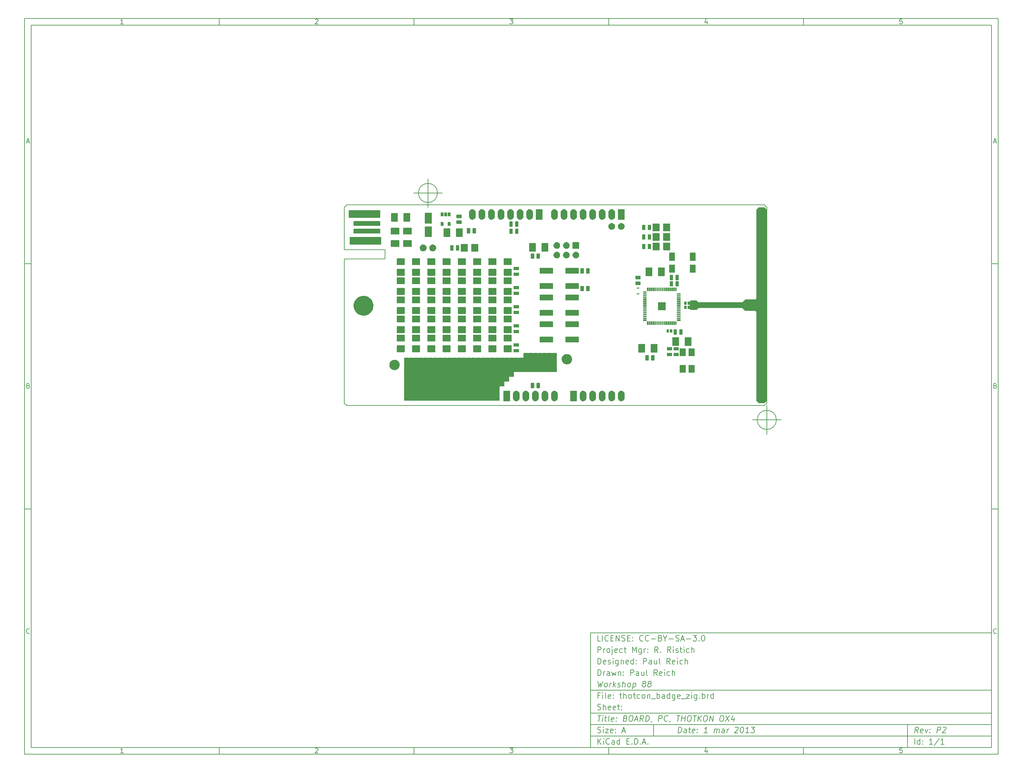
<source format=gts>
G04 (created by PCBNEW (2012-11-15 BZR 3804)-stable) date Fri 01 Mar 2013 04:47:19 CST*
%MOIN*%
G04 Gerber Fmt 3.4, Leading zero omitted, Abs format*
%FSLAX34Y34*%
G01*
G70*
G90*
G04 APERTURE LIST*
%ADD10C,0.006*%
%ADD11C,0.00590551*%
G04 APERTURE END LIST*
G54D10*
X-38750Y36250D02*
X63250Y36250D01*
X63250Y-40750D01*
X-38750Y-40750D01*
X-38750Y36250D01*
X-38050Y35550D02*
X62550Y35550D01*
X62550Y-40050D01*
X-38050Y-40050D01*
X-38050Y35550D01*
X-18350Y36250D02*
X-18350Y35550D01*
X-28407Y35697D02*
X-28692Y35697D01*
X-28550Y35697D02*
X-28550Y36197D01*
X-28597Y36126D01*
X-28645Y36078D01*
X-28692Y36054D01*
X-18350Y-40750D02*
X-18350Y-40050D01*
X-28407Y-40602D02*
X-28692Y-40602D01*
X-28550Y-40602D02*
X-28550Y-40102D01*
X-28597Y-40173D01*
X-28645Y-40221D01*
X-28692Y-40245D01*
X2050Y36250D02*
X2050Y35550D01*
X-8292Y36150D02*
X-8269Y36173D01*
X-8221Y36197D01*
X-8102Y36197D01*
X-8054Y36173D01*
X-8030Y36150D01*
X-8007Y36102D01*
X-8007Y36054D01*
X-8030Y35983D01*
X-8316Y35697D01*
X-8007Y35697D01*
X2050Y-40750D02*
X2050Y-40050D01*
X-8292Y-40150D02*
X-8269Y-40126D01*
X-8221Y-40102D01*
X-8102Y-40102D01*
X-8054Y-40126D01*
X-8030Y-40150D01*
X-8007Y-40197D01*
X-8007Y-40245D01*
X-8030Y-40316D01*
X-8316Y-40602D01*
X-8007Y-40602D01*
X22450Y36250D02*
X22450Y35550D01*
X12083Y36197D02*
X12392Y36197D01*
X12226Y36007D01*
X12297Y36007D01*
X12345Y35983D01*
X12369Y35959D01*
X12392Y35911D01*
X12392Y35792D01*
X12369Y35745D01*
X12345Y35721D01*
X12297Y35697D01*
X12154Y35697D01*
X12107Y35721D01*
X12083Y35745D01*
X22450Y-40750D02*
X22450Y-40050D01*
X12083Y-40102D02*
X12392Y-40102D01*
X12226Y-40292D01*
X12297Y-40292D01*
X12345Y-40316D01*
X12369Y-40340D01*
X12392Y-40388D01*
X12392Y-40507D01*
X12369Y-40554D01*
X12345Y-40578D01*
X12297Y-40602D01*
X12154Y-40602D01*
X12107Y-40578D01*
X12083Y-40554D01*
X42850Y36250D02*
X42850Y35550D01*
X32745Y36030D02*
X32745Y35697D01*
X32626Y36221D02*
X32507Y35864D01*
X32816Y35864D01*
X42850Y-40750D02*
X42850Y-40050D01*
X32745Y-40269D02*
X32745Y-40602D01*
X32626Y-40078D02*
X32507Y-40435D01*
X32816Y-40435D01*
X53169Y36197D02*
X52930Y36197D01*
X52907Y35959D01*
X52930Y35983D01*
X52978Y36007D01*
X53097Y36007D01*
X53145Y35983D01*
X53169Y35959D01*
X53192Y35911D01*
X53192Y35792D01*
X53169Y35745D01*
X53145Y35721D01*
X53097Y35697D01*
X52978Y35697D01*
X52930Y35721D01*
X52907Y35745D01*
X53169Y-40102D02*
X52930Y-40102D01*
X52907Y-40340D01*
X52930Y-40316D01*
X52978Y-40292D01*
X53097Y-40292D01*
X53145Y-40316D01*
X53169Y-40340D01*
X53192Y-40388D01*
X53192Y-40507D01*
X53169Y-40554D01*
X53145Y-40578D01*
X53097Y-40602D01*
X52978Y-40602D01*
X52930Y-40578D01*
X52907Y-40554D01*
X-38750Y10590D02*
X-38050Y10590D01*
X-38519Y23360D02*
X-38280Y23360D01*
X-38566Y23217D02*
X-38399Y23717D01*
X-38233Y23217D01*
X63250Y10590D02*
X62550Y10590D01*
X62780Y23360D02*
X63019Y23360D01*
X62733Y23217D02*
X62900Y23717D01*
X63066Y23217D01*
X-38750Y-15070D02*
X-38050Y-15070D01*
X-38364Y-2180D02*
X-38292Y-2204D01*
X-38269Y-2228D01*
X-38245Y-2275D01*
X-38245Y-2347D01*
X-38269Y-2394D01*
X-38292Y-2418D01*
X-38340Y-2442D01*
X-38530Y-2442D01*
X-38530Y-1942D01*
X-38364Y-1942D01*
X-38316Y-1966D01*
X-38292Y-1990D01*
X-38269Y-2037D01*
X-38269Y-2085D01*
X-38292Y-2132D01*
X-38316Y-2156D01*
X-38364Y-2180D01*
X-38530Y-2180D01*
X63250Y-15070D02*
X62550Y-15070D01*
X62935Y-2180D02*
X63007Y-2204D01*
X63030Y-2228D01*
X63054Y-2275D01*
X63054Y-2347D01*
X63030Y-2394D01*
X63007Y-2418D01*
X62959Y-2442D01*
X62769Y-2442D01*
X62769Y-1942D01*
X62935Y-1942D01*
X62983Y-1966D01*
X63007Y-1990D01*
X63030Y-2037D01*
X63030Y-2085D01*
X63007Y-2132D01*
X62983Y-2156D01*
X62935Y-2180D01*
X62769Y-2180D01*
X-38245Y-28054D02*
X-38269Y-28078D01*
X-38340Y-28102D01*
X-38388Y-28102D01*
X-38459Y-28078D01*
X-38507Y-28030D01*
X-38530Y-27983D01*
X-38554Y-27888D01*
X-38554Y-27816D01*
X-38530Y-27721D01*
X-38507Y-27673D01*
X-38459Y-27626D01*
X-38388Y-27602D01*
X-38340Y-27602D01*
X-38269Y-27626D01*
X-38245Y-27650D01*
X63054Y-28054D02*
X63030Y-28078D01*
X62959Y-28102D01*
X62911Y-28102D01*
X62840Y-28078D01*
X62792Y-28030D01*
X62769Y-27983D01*
X62745Y-27888D01*
X62745Y-27816D01*
X62769Y-27721D01*
X62792Y-27673D01*
X62840Y-27626D01*
X62911Y-27602D01*
X62959Y-27602D01*
X63030Y-27626D01*
X63054Y-27650D01*
X29700Y-38492D02*
X29775Y-37892D01*
X29917Y-37892D01*
X30000Y-37921D01*
X30050Y-37978D01*
X30071Y-38035D01*
X30085Y-38150D01*
X30075Y-38235D01*
X30032Y-38350D01*
X29996Y-38407D01*
X29932Y-38464D01*
X29842Y-38492D01*
X29700Y-38492D01*
X30557Y-38492D02*
X30596Y-38178D01*
X30575Y-38121D01*
X30521Y-38092D01*
X30407Y-38092D01*
X30346Y-38121D01*
X30560Y-38464D02*
X30500Y-38492D01*
X30357Y-38492D01*
X30303Y-38464D01*
X30282Y-38407D01*
X30289Y-38350D01*
X30325Y-38292D01*
X30385Y-38264D01*
X30528Y-38264D01*
X30589Y-38235D01*
X30807Y-38092D02*
X31035Y-38092D01*
X30917Y-37892D02*
X30853Y-38407D01*
X30875Y-38464D01*
X30928Y-38492D01*
X30985Y-38492D01*
X31417Y-38464D02*
X31357Y-38492D01*
X31242Y-38492D01*
X31189Y-38464D01*
X31167Y-38407D01*
X31196Y-38178D01*
X31232Y-38121D01*
X31292Y-38092D01*
X31407Y-38092D01*
X31460Y-38121D01*
X31482Y-38178D01*
X31475Y-38235D01*
X31182Y-38292D01*
X31707Y-38435D02*
X31732Y-38464D01*
X31700Y-38492D01*
X31675Y-38464D01*
X31707Y-38435D01*
X31700Y-38492D01*
X31746Y-38121D02*
X31771Y-38150D01*
X31739Y-38178D01*
X31714Y-38150D01*
X31746Y-38121D01*
X31739Y-38178D01*
X32757Y-38492D02*
X32414Y-38492D01*
X32585Y-38492D02*
X32660Y-37892D01*
X32592Y-37978D01*
X32528Y-38035D01*
X32467Y-38064D01*
X33471Y-38492D02*
X33521Y-38092D01*
X33514Y-38150D02*
X33546Y-38121D01*
X33607Y-38092D01*
X33692Y-38092D01*
X33746Y-38121D01*
X33767Y-38178D01*
X33728Y-38492D01*
X33767Y-38178D02*
X33803Y-38121D01*
X33864Y-38092D01*
X33950Y-38092D01*
X34003Y-38121D01*
X34025Y-38178D01*
X33985Y-38492D01*
X34528Y-38492D02*
X34567Y-38178D01*
X34546Y-38121D01*
X34492Y-38092D01*
X34378Y-38092D01*
X34317Y-38121D01*
X34532Y-38464D02*
X34471Y-38492D01*
X34328Y-38492D01*
X34275Y-38464D01*
X34253Y-38407D01*
X34260Y-38350D01*
X34296Y-38292D01*
X34357Y-38264D01*
X34500Y-38264D01*
X34560Y-38235D01*
X34814Y-38492D02*
X34864Y-38092D01*
X34850Y-38207D02*
X34885Y-38150D01*
X34917Y-38121D01*
X34978Y-38092D01*
X35035Y-38092D01*
X35682Y-37950D02*
X35714Y-37921D01*
X35775Y-37892D01*
X35917Y-37892D01*
X35971Y-37921D01*
X35996Y-37950D01*
X36017Y-38007D01*
X36010Y-38064D01*
X35971Y-38150D01*
X35585Y-38492D01*
X35957Y-38492D01*
X36403Y-37892D02*
X36460Y-37892D01*
X36514Y-37921D01*
X36539Y-37950D01*
X36560Y-38007D01*
X36575Y-38121D01*
X36557Y-38264D01*
X36514Y-38378D01*
X36478Y-38435D01*
X36446Y-38464D01*
X36385Y-38492D01*
X36328Y-38492D01*
X36275Y-38464D01*
X36250Y-38435D01*
X36228Y-38378D01*
X36214Y-38264D01*
X36232Y-38121D01*
X36275Y-38007D01*
X36310Y-37950D01*
X36342Y-37921D01*
X36403Y-37892D01*
X37100Y-38492D02*
X36757Y-38492D01*
X36928Y-38492D02*
X37003Y-37892D01*
X36935Y-37978D01*
X36871Y-38035D01*
X36810Y-38064D01*
X37375Y-37892D02*
X37746Y-37892D01*
X37517Y-38121D01*
X37603Y-38121D01*
X37657Y-38150D01*
X37682Y-38178D01*
X37703Y-38235D01*
X37685Y-38378D01*
X37650Y-38435D01*
X37617Y-38464D01*
X37557Y-38492D01*
X37385Y-38492D01*
X37332Y-38464D01*
X37307Y-38435D01*
X21292Y-39692D02*
X21292Y-39092D01*
X21635Y-39692D02*
X21378Y-39350D01*
X21635Y-39092D02*
X21292Y-39435D01*
X21892Y-39692D02*
X21892Y-39292D01*
X21892Y-39092D02*
X21864Y-39121D01*
X21892Y-39150D01*
X21921Y-39121D01*
X21892Y-39092D01*
X21892Y-39150D01*
X22521Y-39635D02*
X22492Y-39664D01*
X22407Y-39692D01*
X22350Y-39692D01*
X22264Y-39664D01*
X22207Y-39607D01*
X22178Y-39550D01*
X22150Y-39435D01*
X22150Y-39350D01*
X22178Y-39235D01*
X22207Y-39178D01*
X22264Y-39121D01*
X22350Y-39092D01*
X22407Y-39092D01*
X22492Y-39121D01*
X22521Y-39150D01*
X23035Y-39692D02*
X23035Y-39378D01*
X23007Y-39321D01*
X22950Y-39292D01*
X22835Y-39292D01*
X22778Y-39321D01*
X23035Y-39664D02*
X22978Y-39692D01*
X22835Y-39692D01*
X22778Y-39664D01*
X22750Y-39607D01*
X22750Y-39550D01*
X22778Y-39492D01*
X22835Y-39464D01*
X22978Y-39464D01*
X23035Y-39435D01*
X23578Y-39692D02*
X23578Y-39092D01*
X23578Y-39664D02*
X23521Y-39692D01*
X23407Y-39692D01*
X23350Y-39664D01*
X23321Y-39635D01*
X23292Y-39578D01*
X23292Y-39407D01*
X23321Y-39350D01*
X23350Y-39321D01*
X23407Y-39292D01*
X23521Y-39292D01*
X23578Y-39321D01*
X24321Y-39378D02*
X24521Y-39378D01*
X24607Y-39692D02*
X24321Y-39692D01*
X24321Y-39092D01*
X24607Y-39092D01*
X24864Y-39635D02*
X24892Y-39664D01*
X24864Y-39692D01*
X24835Y-39664D01*
X24864Y-39635D01*
X24864Y-39692D01*
X25149Y-39692D02*
X25149Y-39092D01*
X25292Y-39092D01*
X25378Y-39121D01*
X25435Y-39178D01*
X25464Y-39235D01*
X25492Y-39350D01*
X25492Y-39435D01*
X25464Y-39550D01*
X25435Y-39607D01*
X25378Y-39664D01*
X25292Y-39692D01*
X25149Y-39692D01*
X25749Y-39635D02*
X25778Y-39664D01*
X25749Y-39692D01*
X25721Y-39664D01*
X25749Y-39635D01*
X25749Y-39692D01*
X26007Y-39521D02*
X26292Y-39521D01*
X25949Y-39692D02*
X26149Y-39092D01*
X26349Y-39692D01*
X26549Y-39635D02*
X26578Y-39664D01*
X26549Y-39692D01*
X26521Y-39664D01*
X26549Y-39635D01*
X26549Y-39692D01*
X54842Y-38492D02*
X54678Y-38207D01*
X54500Y-38492D02*
X54575Y-37892D01*
X54803Y-37892D01*
X54857Y-37921D01*
X54882Y-37950D01*
X54903Y-38007D01*
X54892Y-38092D01*
X54857Y-38150D01*
X54825Y-38178D01*
X54764Y-38207D01*
X54535Y-38207D01*
X55332Y-38464D02*
X55271Y-38492D01*
X55157Y-38492D01*
X55103Y-38464D01*
X55082Y-38407D01*
X55110Y-38178D01*
X55146Y-38121D01*
X55207Y-38092D01*
X55321Y-38092D01*
X55375Y-38121D01*
X55396Y-38178D01*
X55389Y-38235D01*
X55096Y-38292D01*
X55607Y-38092D02*
X55700Y-38492D01*
X55892Y-38092D01*
X56078Y-38435D02*
X56103Y-38464D01*
X56071Y-38492D01*
X56046Y-38464D01*
X56078Y-38435D01*
X56071Y-38492D01*
X56117Y-38121D02*
X56142Y-38150D01*
X56110Y-38178D01*
X56085Y-38150D01*
X56117Y-38121D01*
X56110Y-38178D01*
X56814Y-38492D02*
X56889Y-37892D01*
X57117Y-37892D01*
X57171Y-37921D01*
X57196Y-37950D01*
X57217Y-38007D01*
X57207Y-38092D01*
X57171Y-38150D01*
X57139Y-38178D01*
X57078Y-38207D01*
X56850Y-38207D01*
X57453Y-37950D02*
X57485Y-37921D01*
X57546Y-37892D01*
X57689Y-37892D01*
X57742Y-37921D01*
X57767Y-37950D01*
X57789Y-38007D01*
X57782Y-38064D01*
X57742Y-38150D01*
X57357Y-38492D01*
X57728Y-38492D01*
X21264Y-38464D02*
X21350Y-38492D01*
X21492Y-38492D01*
X21550Y-38464D01*
X21578Y-38435D01*
X21607Y-38378D01*
X21607Y-38321D01*
X21578Y-38264D01*
X21550Y-38235D01*
X21492Y-38207D01*
X21378Y-38178D01*
X21321Y-38150D01*
X21292Y-38121D01*
X21264Y-38064D01*
X21264Y-38007D01*
X21292Y-37950D01*
X21321Y-37921D01*
X21378Y-37892D01*
X21521Y-37892D01*
X21607Y-37921D01*
X21864Y-38492D02*
X21864Y-38092D01*
X21864Y-37892D02*
X21835Y-37921D01*
X21864Y-37950D01*
X21892Y-37921D01*
X21864Y-37892D01*
X21864Y-37950D01*
X22092Y-38092D02*
X22407Y-38092D01*
X22092Y-38492D01*
X22407Y-38492D01*
X22864Y-38464D02*
X22807Y-38492D01*
X22692Y-38492D01*
X22635Y-38464D01*
X22607Y-38407D01*
X22607Y-38178D01*
X22635Y-38121D01*
X22692Y-38092D01*
X22807Y-38092D01*
X22864Y-38121D01*
X22892Y-38178D01*
X22892Y-38235D01*
X22607Y-38292D01*
X23150Y-38435D02*
X23178Y-38464D01*
X23150Y-38492D01*
X23121Y-38464D01*
X23150Y-38435D01*
X23150Y-38492D01*
X23150Y-38121D02*
X23178Y-38150D01*
X23150Y-38178D01*
X23121Y-38150D01*
X23150Y-38121D01*
X23150Y-38178D01*
X23864Y-38321D02*
X24150Y-38321D01*
X23807Y-38492D02*
X24007Y-37892D01*
X24207Y-38492D01*
X54492Y-39692D02*
X54492Y-39092D01*
X55035Y-39692D02*
X55035Y-39092D01*
X55035Y-39664D02*
X54978Y-39692D01*
X54864Y-39692D01*
X54807Y-39664D01*
X54778Y-39635D01*
X54750Y-39578D01*
X54750Y-39407D01*
X54778Y-39350D01*
X54807Y-39321D01*
X54864Y-39292D01*
X54978Y-39292D01*
X55035Y-39321D01*
X55321Y-39635D02*
X55350Y-39664D01*
X55321Y-39692D01*
X55292Y-39664D01*
X55321Y-39635D01*
X55321Y-39692D01*
X55321Y-39321D02*
X55350Y-39350D01*
X55321Y-39378D01*
X55292Y-39350D01*
X55321Y-39321D01*
X55321Y-39378D01*
X56378Y-39692D02*
X56035Y-39692D01*
X56207Y-39692D02*
X56207Y-39092D01*
X56149Y-39178D01*
X56092Y-39235D01*
X56035Y-39264D01*
X57064Y-39064D02*
X56550Y-39835D01*
X57578Y-39692D02*
X57235Y-39692D01*
X57407Y-39692D02*
X57407Y-39092D01*
X57349Y-39178D01*
X57292Y-39235D01*
X57235Y-39264D01*
X21289Y-36692D02*
X21632Y-36692D01*
X21385Y-37292D02*
X21460Y-36692D01*
X21757Y-37292D02*
X21807Y-36892D01*
X21832Y-36692D02*
X21800Y-36721D01*
X21825Y-36750D01*
X21857Y-36721D01*
X21832Y-36692D01*
X21825Y-36750D01*
X22007Y-36892D02*
X22235Y-36892D01*
X22117Y-36692D02*
X22053Y-37207D01*
X22075Y-37264D01*
X22128Y-37292D01*
X22185Y-37292D01*
X22471Y-37292D02*
X22417Y-37264D01*
X22396Y-37207D01*
X22460Y-36692D01*
X22932Y-37264D02*
X22871Y-37292D01*
X22757Y-37292D01*
X22703Y-37264D01*
X22682Y-37207D01*
X22710Y-36978D01*
X22746Y-36921D01*
X22807Y-36892D01*
X22921Y-36892D01*
X22975Y-36921D01*
X22996Y-36978D01*
X22989Y-37035D01*
X22696Y-37092D01*
X23221Y-37235D02*
X23246Y-37264D01*
X23214Y-37292D01*
X23189Y-37264D01*
X23221Y-37235D01*
X23214Y-37292D01*
X23260Y-36921D02*
X23285Y-36950D01*
X23253Y-36978D01*
X23228Y-36950D01*
X23260Y-36921D01*
X23253Y-36978D01*
X24196Y-36978D02*
X24278Y-37007D01*
X24303Y-37035D01*
X24325Y-37092D01*
X24314Y-37178D01*
X24278Y-37235D01*
X24246Y-37264D01*
X24185Y-37292D01*
X23957Y-37292D01*
X24032Y-36692D01*
X24232Y-36692D01*
X24285Y-36721D01*
X24310Y-36750D01*
X24332Y-36807D01*
X24325Y-36864D01*
X24289Y-36921D01*
X24257Y-36950D01*
X24196Y-36978D01*
X23996Y-36978D01*
X24746Y-36692D02*
X24860Y-36692D01*
X24914Y-36721D01*
X24964Y-36778D01*
X24978Y-36892D01*
X24953Y-37092D01*
X24910Y-37207D01*
X24846Y-37264D01*
X24785Y-37292D01*
X24671Y-37292D01*
X24617Y-37264D01*
X24567Y-37207D01*
X24553Y-37092D01*
X24578Y-36892D01*
X24621Y-36778D01*
X24685Y-36721D01*
X24746Y-36692D01*
X25178Y-37121D02*
X25464Y-37121D01*
X25100Y-37292D02*
X25375Y-36692D01*
X25500Y-37292D01*
X26042Y-37292D02*
X25878Y-37007D01*
X25700Y-37292D02*
X25775Y-36692D01*
X26003Y-36692D01*
X26057Y-36721D01*
X26082Y-36750D01*
X26103Y-36807D01*
X26092Y-36892D01*
X26057Y-36950D01*
X26025Y-36978D01*
X25964Y-37007D01*
X25735Y-37007D01*
X26300Y-37292D02*
X26375Y-36692D01*
X26517Y-36692D01*
X26600Y-36721D01*
X26650Y-36778D01*
X26671Y-36835D01*
X26685Y-36950D01*
X26675Y-37035D01*
X26632Y-37150D01*
X26596Y-37207D01*
X26532Y-37264D01*
X26442Y-37292D01*
X26300Y-37292D01*
X26932Y-37264D02*
X26928Y-37292D01*
X26892Y-37350D01*
X26860Y-37378D01*
X27642Y-37292D02*
X27717Y-36692D01*
X27946Y-36692D01*
X27999Y-36721D01*
X28025Y-36750D01*
X28046Y-36807D01*
X28035Y-36892D01*
X28000Y-36950D01*
X27967Y-36978D01*
X27907Y-37007D01*
X27678Y-37007D01*
X28592Y-37235D02*
X28560Y-37264D01*
X28471Y-37292D01*
X28414Y-37292D01*
X28332Y-37264D01*
X28282Y-37207D01*
X28260Y-37150D01*
X28246Y-37035D01*
X28257Y-36950D01*
X28300Y-36835D01*
X28335Y-36778D01*
X28399Y-36721D01*
X28489Y-36692D01*
X28546Y-36692D01*
X28628Y-36721D01*
X28653Y-36750D01*
X28875Y-37264D02*
X28871Y-37292D01*
X28835Y-37350D01*
X28803Y-37378D01*
X29575Y-36692D02*
X29917Y-36692D01*
X29671Y-37292D02*
X29746Y-36692D01*
X30042Y-37292D02*
X30117Y-36692D01*
X30082Y-36978D02*
X30425Y-36978D01*
X30385Y-37292D02*
X30460Y-36692D01*
X30860Y-36692D02*
X30975Y-36692D01*
X31028Y-36721D01*
X31078Y-36778D01*
X31092Y-36892D01*
X31067Y-37092D01*
X31024Y-37207D01*
X30960Y-37264D01*
X30900Y-37292D01*
X30785Y-37292D01*
X30732Y-37264D01*
X30682Y-37207D01*
X30667Y-37092D01*
X30692Y-36892D01*
X30735Y-36778D01*
X30799Y-36721D01*
X30860Y-36692D01*
X31289Y-36692D02*
X31632Y-36692D01*
X31385Y-37292D02*
X31460Y-36692D01*
X31757Y-37292D02*
X31832Y-36692D01*
X32099Y-37292D02*
X31885Y-36950D01*
X32174Y-36692D02*
X31789Y-37035D01*
X32546Y-36692D02*
X32660Y-36692D01*
X32714Y-36721D01*
X32764Y-36778D01*
X32778Y-36892D01*
X32753Y-37092D01*
X32710Y-37207D01*
X32646Y-37264D01*
X32585Y-37292D01*
X32471Y-37292D01*
X32417Y-37264D01*
X32367Y-37207D01*
X32353Y-37092D01*
X32378Y-36892D01*
X32421Y-36778D01*
X32485Y-36721D01*
X32546Y-36692D01*
X32985Y-37292D02*
X33060Y-36692D01*
X33328Y-37292D01*
X33403Y-36692D01*
X34260Y-36692D02*
X34374Y-36692D01*
X34428Y-36721D01*
X34478Y-36778D01*
X34492Y-36892D01*
X34467Y-37092D01*
X34424Y-37207D01*
X34360Y-37264D01*
X34299Y-37292D01*
X34185Y-37292D01*
X34132Y-37264D01*
X34082Y-37207D01*
X34067Y-37092D01*
X34092Y-36892D01*
X34135Y-36778D01*
X34199Y-36721D01*
X34260Y-36692D01*
X34717Y-36692D02*
X35042Y-37292D01*
X35117Y-36692D02*
X34642Y-37292D01*
X35578Y-36892D02*
X35528Y-37292D01*
X35464Y-36664D02*
X35267Y-37092D01*
X35639Y-37092D01*
X21492Y-34578D02*
X21292Y-34578D01*
X21292Y-34892D02*
X21292Y-34292D01*
X21578Y-34292D01*
X21807Y-34892D02*
X21807Y-34492D01*
X21807Y-34292D02*
X21778Y-34321D01*
X21807Y-34350D01*
X21835Y-34321D01*
X21807Y-34292D01*
X21807Y-34350D01*
X22178Y-34892D02*
X22121Y-34864D01*
X22092Y-34807D01*
X22092Y-34292D01*
X22635Y-34864D02*
X22578Y-34892D01*
X22464Y-34892D01*
X22407Y-34864D01*
X22378Y-34807D01*
X22378Y-34578D01*
X22407Y-34521D01*
X22464Y-34492D01*
X22578Y-34492D01*
X22635Y-34521D01*
X22664Y-34578D01*
X22664Y-34635D01*
X22378Y-34692D01*
X22921Y-34835D02*
X22950Y-34864D01*
X22921Y-34892D01*
X22892Y-34864D01*
X22921Y-34835D01*
X22921Y-34892D01*
X22921Y-34521D02*
X22950Y-34550D01*
X22921Y-34578D01*
X22892Y-34550D01*
X22921Y-34521D01*
X22921Y-34578D01*
X23578Y-34492D02*
X23807Y-34492D01*
X23664Y-34292D02*
X23664Y-34807D01*
X23692Y-34864D01*
X23750Y-34892D01*
X23807Y-34892D01*
X24007Y-34892D02*
X24007Y-34292D01*
X24264Y-34892D02*
X24264Y-34578D01*
X24235Y-34521D01*
X24178Y-34492D01*
X24092Y-34492D01*
X24035Y-34521D01*
X24007Y-34550D01*
X24635Y-34892D02*
X24578Y-34864D01*
X24550Y-34835D01*
X24521Y-34778D01*
X24521Y-34607D01*
X24550Y-34550D01*
X24578Y-34521D01*
X24635Y-34492D01*
X24721Y-34492D01*
X24778Y-34521D01*
X24807Y-34550D01*
X24835Y-34607D01*
X24835Y-34778D01*
X24807Y-34835D01*
X24778Y-34864D01*
X24721Y-34892D01*
X24635Y-34892D01*
X25007Y-34492D02*
X25235Y-34492D01*
X25092Y-34292D02*
X25092Y-34807D01*
X25121Y-34864D01*
X25178Y-34892D01*
X25235Y-34892D01*
X25692Y-34864D02*
X25635Y-34892D01*
X25521Y-34892D01*
X25464Y-34864D01*
X25435Y-34835D01*
X25407Y-34778D01*
X25407Y-34607D01*
X25435Y-34550D01*
X25464Y-34521D01*
X25521Y-34492D01*
X25635Y-34492D01*
X25692Y-34521D01*
X26035Y-34892D02*
X25978Y-34864D01*
X25950Y-34835D01*
X25921Y-34778D01*
X25921Y-34607D01*
X25950Y-34550D01*
X25978Y-34521D01*
X26035Y-34492D01*
X26121Y-34492D01*
X26178Y-34521D01*
X26207Y-34550D01*
X26235Y-34607D01*
X26235Y-34778D01*
X26207Y-34835D01*
X26178Y-34864D01*
X26121Y-34892D01*
X26035Y-34892D01*
X26492Y-34492D02*
X26492Y-34892D01*
X26492Y-34550D02*
X26521Y-34521D01*
X26578Y-34492D01*
X26664Y-34492D01*
X26721Y-34521D01*
X26750Y-34578D01*
X26750Y-34892D01*
X26892Y-34950D02*
X27350Y-34950D01*
X27492Y-34892D02*
X27492Y-34292D01*
X27492Y-34521D02*
X27550Y-34492D01*
X27664Y-34492D01*
X27721Y-34521D01*
X27750Y-34550D01*
X27778Y-34607D01*
X27778Y-34778D01*
X27750Y-34835D01*
X27721Y-34864D01*
X27664Y-34892D01*
X27550Y-34892D01*
X27492Y-34864D01*
X28292Y-34892D02*
X28292Y-34578D01*
X28264Y-34521D01*
X28207Y-34492D01*
X28092Y-34492D01*
X28035Y-34521D01*
X28292Y-34864D02*
X28235Y-34892D01*
X28092Y-34892D01*
X28035Y-34864D01*
X28007Y-34807D01*
X28007Y-34750D01*
X28035Y-34692D01*
X28092Y-34664D01*
X28235Y-34664D01*
X28292Y-34635D01*
X28835Y-34892D02*
X28835Y-34292D01*
X28835Y-34864D02*
X28778Y-34892D01*
X28664Y-34892D01*
X28607Y-34864D01*
X28578Y-34835D01*
X28550Y-34778D01*
X28550Y-34607D01*
X28578Y-34550D01*
X28607Y-34521D01*
X28664Y-34492D01*
X28778Y-34492D01*
X28835Y-34521D01*
X29378Y-34492D02*
X29378Y-34978D01*
X29350Y-35035D01*
X29321Y-35064D01*
X29264Y-35092D01*
X29178Y-35092D01*
X29121Y-35064D01*
X29378Y-34864D02*
X29321Y-34892D01*
X29207Y-34892D01*
X29150Y-34864D01*
X29121Y-34835D01*
X29092Y-34778D01*
X29092Y-34607D01*
X29121Y-34550D01*
X29150Y-34521D01*
X29207Y-34492D01*
X29321Y-34492D01*
X29378Y-34521D01*
X29892Y-34864D02*
X29835Y-34892D01*
X29721Y-34892D01*
X29664Y-34864D01*
X29635Y-34807D01*
X29635Y-34578D01*
X29664Y-34521D01*
X29721Y-34492D01*
X29835Y-34492D01*
X29892Y-34521D01*
X29921Y-34578D01*
X29921Y-34635D01*
X29635Y-34692D01*
X30035Y-34950D02*
X30492Y-34950D01*
X30578Y-34492D02*
X30892Y-34492D01*
X30578Y-34892D01*
X30892Y-34892D01*
X31121Y-34892D02*
X31121Y-34492D01*
X31121Y-34292D02*
X31092Y-34321D01*
X31121Y-34350D01*
X31150Y-34321D01*
X31121Y-34292D01*
X31121Y-34350D01*
X31664Y-34492D02*
X31664Y-34978D01*
X31635Y-35035D01*
X31607Y-35064D01*
X31549Y-35092D01*
X31464Y-35092D01*
X31407Y-35064D01*
X31664Y-34864D02*
X31607Y-34892D01*
X31492Y-34892D01*
X31435Y-34864D01*
X31407Y-34835D01*
X31378Y-34778D01*
X31378Y-34607D01*
X31407Y-34550D01*
X31435Y-34521D01*
X31492Y-34492D01*
X31607Y-34492D01*
X31664Y-34521D01*
X31949Y-34835D02*
X31978Y-34864D01*
X31949Y-34892D01*
X31921Y-34864D01*
X31949Y-34835D01*
X31949Y-34892D01*
X32235Y-34892D02*
X32235Y-34292D01*
X32235Y-34521D02*
X32292Y-34492D01*
X32407Y-34492D01*
X32464Y-34521D01*
X32492Y-34550D01*
X32521Y-34607D01*
X32521Y-34778D01*
X32492Y-34835D01*
X32464Y-34864D01*
X32407Y-34892D01*
X32292Y-34892D01*
X32235Y-34864D01*
X32778Y-34892D02*
X32778Y-34492D01*
X32778Y-34607D02*
X32807Y-34550D01*
X32835Y-34521D01*
X32892Y-34492D01*
X32949Y-34492D01*
X33407Y-34892D02*
X33407Y-34292D01*
X33407Y-34864D02*
X33349Y-34892D01*
X33235Y-34892D01*
X33178Y-34864D01*
X33149Y-34835D01*
X33121Y-34778D01*
X33121Y-34607D01*
X33149Y-34550D01*
X33178Y-34521D01*
X33235Y-34492D01*
X33349Y-34492D01*
X33407Y-34521D01*
X21264Y-36064D02*
X21350Y-36092D01*
X21492Y-36092D01*
X21550Y-36064D01*
X21578Y-36035D01*
X21607Y-35978D01*
X21607Y-35921D01*
X21578Y-35864D01*
X21550Y-35835D01*
X21492Y-35807D01*
X21378Y-35778D01*
X21321Y-35750D01*
X21292Y-35721D01*
X21264Y-35664D01*
X21264Y-35607D01*
X21292Y-35550D01*
X21321Y-35521D01*
X21378Y-35492D01*
X21521Y-35492D01*
X21607Y-35521D01*
X21864Y-36092D02*
X21864Y-35492D01*
X22121Y-36092D02*
X22121Y-35778D01*
X22092Y-35721D01*
X22035Y-35692D01*
X21950Y-35692D01*
X21892Y-35721D01*
X21864Y-35750D01*
X22635Y-36064D02*
X22578Y-36092D01*
X22464Y-36092D01*
X22407Y-36064D01*
X22378Y-36007D01*
X22378Y-35778D01*
X22407Y-35721D01*
X22464Y-35692D01*
X22578Y-35692D01*
X22635Y-35721D01*
X22664Y-35778D01*
X22664Y-35835D01*
X22378Y-35892D01*
X23150Y-36064D02*
X23092Y-36092D01*
X22978Y-36092D01*
X22921Y-36064D01*
X22892Y-36007D01*
X22892Y-35778D01*
X22921Y-35721D01*
X22978Y-35692D01*
X23092Y-35692D01*
X23150Y-35721D01*
X23178Y-35778D01*
X23178Y-35835D01*
X22892Y-35892D01*
X23350Y-35692D02*
X23578Y-35692D01*
X23435Y-35492D02*
X23435Y-36007D01*
X23464Y-36064D01*
X23521Y-36092D01*
X23578Y-36092D01*
X23778Y-36035D02*
X23807Y-36064D01*
X23778Y-36092D01*
X23750Y-36064D01*
X23778Y-36035D01*
X23778Y-36092D01*
X23778Y-35721D02*
X23807Y-35750D01*
X23778Y-35778D01*
X23750Y-35750D01*
X23778Y-35721D01*
X23778Y-35778D01*
X21317Y-33092D02*
X21385Y-33692D01*
X21553Y-33264D01*
X21614Y-33692D01*
X21832Y-33092D01*
X22071Y-33692D02*
X22017Y-33664D01*
X21992Y-33635D01*
X21971Y-33578D01*
X21992Y-33407D01*
X22028Y-33350D01*
X22060Y-33321D01*
X22121Y-33292D01*
X22207Y-33292D01*
X22260Y-33321D01*
X22285Y-33350D01*
X22307Y-33407D01*
X22285Y-33578D01*
X22250Y-33635D01*
X22217Y-33664D01*
X22157Y-33692D01*
X22071Y-33692D01*
X22528Y-33692D02*
X22578Y-33292D01*
X22564Y-33407D02*
X22600Y-33350D01*
X22632Y-33321D01*
X22692Y-33292D01*
X22750Y-33292D01*
X22900Y-33692D02*
X22975Y-33092D01*
X22985Y-33464D02*
X23128Y-33692D01*
X23178Y-33292D02*
X22921Y-33521D01*
X23360Y-33664D02*
X23414Y-33692D01*
X23528Y-33692D01*
X23589Y-33664D01*
X23625Y-33607D01*
X23628Y-33578D01*
X23607Y-33521D01*
X23553Y-33492D01*
X23467Y-33492D01*
X23414Y-33464D01*
X23392Y-33407D01*
X23396Y-33378D01*
X23432Y-33321D01*
X23492Y-33292D01*
X23578Y-33292D01*
X23632Y-33321D01*
X23871Y-33692D02*
X23946Y-33092D01*
X24128Y-33692D02*
X24167Y-33378D01*
X24146Y-33321D01*
X24092Y-33292D01*
X24007Y-33292D01*
X23946Y-33321D01*
X23914Y-33350D01*
X24499Y-33692D02*
X24446Y-33664D01*
X24421Y-33635D01*
X24400Y-33578D01*
X24421Y-33407D01*
X24457Y-33350D01*
X24489Y-33321D01*
X24549Y-33292D01*
X24635Y-33292D01*
X24689Y-33321D01*
X24714Y-33350D01*
X24735Y-33407D01*
X24714Y-33578D01*
X24678Y-33635D01*
X24646Y-33664D01*
X24585Y-33692D01*
X24499Y-33692D01*
X25007Y-33292D02*
X24932Y-33892D01*
X25003Y-33321D02*
X25064Y-33292D01*
X25178Y-33292D01*
X25232Y-33321D01*
X25257Y-33350D01*
X25278Y-33407D01*
X25257Y-33578D01*
X25221Y-33635D01*
X25189Y-33664D01*
X25128Y-33692D01*
X25014Y-33692D01*
X24960Y-33664D01*
X26085Y-33350D02*
X26032Y-33321D01*
X26007Y-33292D01*
X25985Y-33235D01*
X25989Y-33207D01*
X26024Y-33150D01*
X26057Y-33121D01*
X26117Y-33092D01*
X26232Y-33092D01*
X26285Y-33121D01*
X26310Y-33150D01*
X26332Y-33207D01*
X26328Y-33235D01*
X26292Y-33292D01*
X26260Y-33321D01*
X26199Y-33350D01*
X26085Y-33350D01*
X26025Y-33378D01*
X25992Y-33407D01*
X25957Y-33464D01*
X25942Y-33578D01*
X25964Y-33635D01*
X25989Y-33664D01*
X26042Y-33692D01*
X26157Y-33692D01*
X26217Y-33664D01*
X26249Y-33635D01*
X26285Y-33578D01*
X26299Y-33464D01*
X26278Y-33407D01*
X26253Y-33378D01*
X26199Y-33350D01*
X26657Y-33350D02*
X26603Y-33321D01*
X26578Y-33292D01*
X26557Y-33235D01*
X26560Y-33207D01*
X26596Y-33150D01*
X26628Y-33121D01*
X26689Y-33092D01*
X26803Y-33092D01*
X26857Y-33121D01*
X26882Y-33150D01*
X26903Y-33207D01*
X26900Y-33235D01*
X26864Y-33292D01*
X26832Y-33321D01*
X26771Y-33350D01*
X26657Y-33350D01*
X26596Y-33378D01*
X26564Y-33407D01*
X26528Y-33464D01*
X26514Y-33578D01*
X26535Y-33635D01*
X26560Y-33664D01*
X26614Y-33692D01*
X26728Y-33692D01*
X26789Y-33664D01*
X26821Y-33635D01*
X26857Y-33578D01*
X26871Y-33464D01*
X26849Y-33407D01*
X26825Y-33378D01*
X26771Y-33350D01*
X21292Y-32492D02*
X21292Y-31892D01*
X21435Y-31892D01*
X21521Y-31921D01*
X21578Y-31978D01*
X21607Y-32035D01*
X21635Y-32150D01*
X21635Y-32235D01*
X21607Y-32350D01*
X21578Y-32407D01*
X21521Y-32464D01*
X21435Y-32492D01*
X21292Y-32492D01*
X21892Y-32492D02*
X21892Y-32092D01*
X21892Y-32207D02*
X21921Y-32150D01*
X21950Y-32121D01*
X22007Y-32092D01*
X22064Y-32092D01*
X22521Y-32492D02*
X22521Y-32178D01*
X22492Y-32121D01*
X22435Y-32092D01*
X22321Y-32092D01*
X22264Y-32121D01*
X22521Y-32464D02*
X22464Y-32492D01*
X22321Y-32492D01*
X22264Y-32464D01*
X22235Y-32407D01*
X22235Y-32350D01*
X22264Y-32292D01*
X22321Y-32264D01*
X22464Y-32264D01*
X22521Y-32235D01*
X22750Y-32092D02*
X22864Y-32492D01*
X22978Y-32207D01*
X23092Y-32492D01*
X23207Y-32092D01*
X23435Y-32092D02*
X23435Y-32492D01*
X23435Y-32150D02*
X23464Y-32121D01*
X23521Y-32092D01*
X23607Y-32092D01*
X23664Y-32121D01*
X23692Y-32178D01*
X23692Y-32492D01*
X23978Y-32435D02*
X24007Y-32464D01*
X23978Y-32492D01*
X23950Y-32464D01*
X23978Y-32435D01*
X23978Y-32492D01*
X23978Y-32121D02*
X24007Y-32150D01*
X23978Y-32178D01*
X23950Y-32150D01*
X23978Y-32121D01*
X23978Y-32178D01*
X24721Y-32492D02*
X24721Y-31892D01*
X24950Y-31892D01*
X25007Y-31921D01*
X25035Y-31950D01*
X25064Y-32007D01*
X25064Y-32092D01*
X25035Y-32150D01*
X25007Y-32178D01*
X24950Y-32207D01*
X24721Y-32207D01*
X25578Y-32492D02*
X25578Y-32178D01*
X25550Y-32121D01*
X25492Y-32092D01*
X25378Y-32092D01*
X25321Y-32121D01*
X25578Y-32464D02*
X25521Y-32492D01*
X25378Y-32492D01*
X25321Y-32464D01*
X25292Y-32407D01*
X25292Y-32350D01*
X25321Y-32292D01*
X25378Y-32264D01*
X25521Y-32264D01*
X25578Y-32235D01*
X26121Y-32092D02*
X26121Y-32492D01*
X25864Y-32092D02*
X25864Y-32407D01*
X25892Y-32464D01*
X25949Y-32492D01*
X26035Y-32492D01*
X26092Y-32464D01*
X26121Y-32435D01*
X26492Y-32492D02*
X26435Y-32464D01*
X26407Y-32407D01*
X26407Y-31892D01*
X27521Y-32492D02*
X27321Y-32207D01*
X27178Y-32492D02*
X27178Y-31892D01*
X27407Y-31892D01*
X27464Y-31921D01*
X27492Y-31950D01*
X27521Y-32007D01*
X27521Y-32092D01*
X27492Y-32150D01*
X27464Y-32178D01*
X27407Y-32207D01*
X27178Y-32207D01*
X28007Y-32464D02*
X27950Y-32492D01*
X27835Y-32492D01*
X27778Y-32464D01*
X27750Y-32407D01*
X27750Y-32178D01*
X27778Y-32121D01*
X27835Y-32092D01*
X27950Y-32092D01*
X28007Y-32121D01*
X28035Y-32178D01*
X28035Y-32235D01*
X27750Y-32292D01*
X28292Y-32492D02*
X28292Y-32092D01*
X28292Y-31892D02*
X28264Y-31921D01*
X28292Y-31950D01*
X28321Y-31921D01*
X28292Y-31892D01*
X28292Y-31950D01*
X28835Y-32464D02*
X28778Y-32492D01*
X28664Y-32492D01*
X28607Y-32464D01*
X28578Y-32435D01*
X28550Y-32378D01*
X28550Y-32207D01*
X28578Y-32150D01*
X28607Y-32121D01*
X28664Y-32092D01*
X28778Y-32092D01*
X28835Y-32121D01*
X29092Y-32492D02*
X29092Y-31892D01*
X29350Y-32492D02*
X29350Y-32178D01*
X29321Y-32121D01*
X29264Y-32092D01*
X29178Y-32092D01*
X29121Y-32121D01*
X29092Y-32150D01*
X21292Y-31292D02*
X21292Y-30692D01*
X21435Y-30692D01*
X21521Y-30721D01*
X21578Y-30778D01*
X21607Y-30835D01*
X21635Y-30950D01*
X21635Y-31035D01*
X21607Y-31150D01*
X21578Y-31207D01*
X21521Y-31264D01*
X21435Y-31292D01*
X21292Y-31292D01*
X22121Y-31264D02*
X22064Y-31292D01*
X21950Y-31292D01*
X21892Y-31264D01*
X21864Y-31207D01*
X21864Y-30978D01*
X21892Y-30921D01*
X21950Y-30892D01*
X22064Y-30892D01*
X22121Y-30921D01*
X22150Y-30978D01*
X22150Y-31035D01*
X21864Y-31092D01*
X22378Y-31264D02*
X22435Y-31292D01*
X22550Y-31292D01*
X22607Y-31264D01*
X22635Y-31207D01*
X22635Y-31178D01*
X22607Y-31121D01*
X22550Y-31092D01*
X22464Y-31092D01*
X22407Y-31064D01*
X22378Y-31007D01*
X22378Y-30978D01*
X22407Y-30921D01*
X22464Y-30892D01*
X22550Y-30892D01*
X22607Y-30921D01*
X22892Y-31292D02*
X22892Y-30892D01*
X22892Y-30692D02*
X22864Y-30721D01*
X22892Y-30750D01*
X22921Y-30721D01*
X22892Y-30692D01*
X22892Y-30750D01*
X23435Y-30892D02*
X23435Y-31378D01*
X23407Y-31435D01*
X23378Y-31464D01*
X23321Y-31492D01*
X23235Y-31492D01*
X23178Y-31464D01*
X23435Y-31264D02*
X23378Y-31292D01*
X23264Y-31292D01*
X23207Y-31264D01*
X23178Y-31235D01*
X23150Y-31178D01*
X23150Y-31007D01*
X23178Y-30950D01*
X23207Y-30921D01*
X23264Y-30892D01*
X23378Y-30892D01*
X23435Y-30921D01*
X23721Y-30892D02*
X23721Y-31292D01*
X23721Y-30950D02*
X23750Y-30921D01*
X23807Y-30892D01*
X23892Y-30892D01*
X23950Y-30921D01*
X23978Y-30978D01*
X23978Y-31292D01*
X24492Y-31264D02*
X24435Y-31292D01*
X24321Y-31292D01*
X24264Y-31264D01*
X24235Y-31207D01*
X24235Y-30978D01*
X24264Y-30921D01*
X24321Y-30892D01*
X24435Y-30892D01*
X24492Y-30921D01*
X24521Y-30978D01*
X24521Y-31035D01*
X24235Y-31092D01*
X25035Y-31292D02*
X25035Y-30692D01*
X25035Y-31264D02*
X24978Y-31292D01*
X24864Y-31292D01*
X24807Y-31264D01*
X24778Y-31235D01*
X24750Y-31178D01*
X24750Y-31007D01*
X24778Y-30950D01*
X24807Y-30921D01*
X24864Y-30892D01*
X24978Y-30892D01*
X25035Y-30921D01*
X25321Y-31235D02*
X25350Y-31264D01*
X25321Y-31292D01*
X25292Y-31264D01*
X25321Y-31235D01*
X25321Y-31292D01*
X25321Y-30921D02*
X25350Y-30950D01*
X25321Y-30978D01*
X25292Y-30950D01*
X25321Y-30921D01*
X25321Y-30978D01*
X26064Y-31292D02*
X26064Y-30692D01*
X26292Y-30692D01*
X26349Y-30721D01*
X26378Y-30750D01*
X26407Y-30807D01*
X26407Y-30892D01*
X26378Y-30950D01*
X26349Y-30978D01*
X26292Y-31007D01*
X26064Y-31007D01*
X26921Y-31292D02*
X26921Y-30978D01*
X26892Y-30921D01*
X26835Y-30892D01*
X26721Y-30892D01*
X26664Y-30921D01*
X26921Y-31264D02*
X26864Y-31292D01*
X26721Y-31292D01*
X26664Y-31264D01*
X26635Y-31207D01*
X26635Y-31150D01*
X26664Y-31092D01*
X26721Y-31064D01*
X26864Y-31064D01*
X26921Y-31035D01*
X27464Y-30892D02*
X27464Y-31292D01*
X27207Y-30892D02*
X27207Y-31207D01*
X27235Y-31264D01*
X27292Y-31292D01*
X27378Y-31292D01*
X27435Y-31264D01*
X27464Y-31235D01*
X27835Y-31292D02*
X27778Y-31264D01*
X27749Y-31207D01*
X27749Y-30692D01*
X28864Y-31292D02*
X28664Y-31007D01*
X28521Y-31292D02*
X28521Y-30692D01*
X28750Y-30692D01*
X28807Y-30721D01*
X28835Y-30750D01*
X28864Y-30807D01*
X28864Y-30892D01*
X28835Y-30950D01*
X28807Y-30978D01*
X28750Y-31007D01*
X28521Y-31007D01*
X29350Y-31264D02*
X29292Y-31292D01*
X29178Y-31292D01*
X29121Y-31264D01*
X29092Y-31207D01*
X29092Y-30978D01*
X29121Y-30921D01*
X29178Y-30892D01*
X29292Y-30892D01*
X29350Y-30921D01*
X29378Y-30978D01*
X29378Y-31035D01*
X29092Y-31092D01*
X29635Y-31292D02*
X29635Y-30892D01*
X29635Y-30692D02*
X29607Y-30721D01*
X29635Y-30750D01*
X29664Y-30721D01*
X29635Y-30692D01*
X29635Y-30750D01*
X30178Y-31264D02*
X30121Y-31292D01*
X30007Y-31292D01*
X29950Y-31264D01*
X29921Y-31235D01*
X29892Y-31178D01*
X29892Y-31007D01*
X29921Y-30950D01*
X29950Y-30921D01*
X30007Y-30892D01*
X30121Y-30892D01*
X30178Y-30921D01*
X30435Y-31292D02*
X30435Y-30692D01*
X30692Y-31292D02*
X30692Y-30978D01*
X30664Y-30921D01*
X30607Y-30892D01*
X30521Y-30892D01*
X30464Y-30921D01*
X30435Y-30950D01*
X21292Y-30092D02*
X21292Y-29492D01*
X21521Y-29492D01*
X21578Y-29521D01*
X21607Y-29550D01*
X21635Y-29607D01*
X21635Y-29692D01*
X21607Y-29750D01*
X21578Y-29778D01*
X21521Y-29807D01*
X21292Y-29807D01*
X21892Y-30092D02*
X21892Y-29692D01*
X21892Y-29807D02*
X21921Y-29750D01*
X21950Y-29721D01*
X22007Y-29692D01*
X22064Y-29692D01*
X22350Y-30092D02*
X22292Y-30064D01*
X22264Y-30035D01*
X22235Y-29978D01*
X22235Y-29807D01*
X22264Y-29750D01*
X22292Y-29721D01*
X22350Y-29692D01*
X22435Y-29692D01*
X22492Y-29721D01*
X22521Y-29750D01*
X22550Y-29807D01*
X22550Y-29978D01*
X22521Y-30035D01*
X22492Y-30064D01*
X22435Y-30092D01*
X22350Y-30092D01*
X22807Y-29692D02*
X22807Y-30207D01*
X22778Y-30264D01*
X22721Y-30292D01*
X22692Y-30292D01*
X22807Y-29492D02*
X22778Y-29521D01*
X22807Y-29550D01*
X22835Y-29521D01*
X22807Y-29492D01*
X22807Y-29550D01*
X23321Y-30064D02*
X23264Y-30092D01*
X23150Y-30092D01*
X23092Y-30064D01*
X23064Y-30007D01*
X23064Y-29778D01*
X23092Y-29721D01*
X23150Y-29692D01*
X23264Y-29692D01*
X23321Y-29721D01*
X23350Y-29778D01*
X23350Y-29835D01*
X23064Y-29892D01*
X23864Y-30064D02*
X23807Y-30092D01*
X23692Y-30092D01*
X23635Y-30064D01*
X23607Y-30035D01*
X23578Y-29978D01*
X23578Y-29807D01*
X23607Y-29750D01*
X23635Y-29721D01*
X23692Y-29692D01*
X23807Y-29692D01*
X23864Y-29721D01*
X24035Y-29692D02*
X24264Y-29692D01*
X24121Y-29492D02*
X24121Y-30007D01*
X24150Y-30064D01*
X24207Y-30092D01*
X24264Y-30092D01*
X24921Y-30092D02*
X24921Y-29492D01*
X25121Y-29921D01*
X25321Y-29492D01*
X25321Y-30092D01*
X25864Y-29692D02*
X25864Y-30178D01*
X25835Y-30235D01*
X25807Y-30264D01*
X25750Y-30292D01*
X25664Y-30292D01*
X25607Y-30264D01*
X25864Y-30064D02*
X25807Y-30092D01*
X25692Y-30092D01*
X25635Y-30064D01*
X25607Y-30035D01*
X25578Y-29978D01*
X25578Y-29807D01*
X25607Y-29750D01*
X25635Y-29721D01*
X25692Y-29692D01*
X25807Y-29692D01*
X25864Y-29721D01*
X26150Y-30092D02*
X26150Y-29692D01*
X26150Y-29807D02*
X26178Y-29750D01*
X26207Y-29721D01*
X26264Y-29692D01*
X26321Y-29692D01*
X26521Y-30035D02*
X26550Y-30064D01*
X26521Y-30092D01*
X26492Y-30064D01*
X26521Y-30035D01*
X26521Y-30092D01*
X26521Y-29721D02*
X26550Y-29750D01*
X26521Y-29778D01*
X26492Y-29750D01*
X26521Y-29721D01*
X26521Y-29778D01*
X27607Y-30092D02*
X27407Y-29807D01*
X27264Y-30092D02*
X27264Y-29492D01*
X27492Y-29492D01*
X27550Y-29521D01*
X27578Y-29550D01*
X27607Y-29607D01*
X27607Y-29692D01*
X27578Y-29750D01*
X27550Y-29778D01*
X27492Y-29807D01*
X27264Y-29807D01*
X27864Y-30035D02*
X27892Y-30064D01*
X27864Y-30092D01*
X27835Y-30064D01*
X27864Y-30035D01*
X27864Y-30092D01*
X28950Y-30092D02*
X28750Y-29807D01*
X28607Y-30092D02*
X28607Y-29492D01*
X28835Y-29492D01*
X28892Y-29521D01*
X28921Y-29550D01*
X28950Y-29607D01*
X28950Y-29692D01*
X28921Y-29750D01*
X28892Y-29778D01*
X28835Y-29807D01*
X28607Y-29807D01*
X29207Y-30092D02*
X29207Y-29692D01*
X29207Y-29492D02*
X29178Y-29521D01*
X29207Y-29550D01*
X29235Y-29521D01*
X29207Y-29492D01*
X29207Y-29550D01*
X29464Y-30064D02*
X29521Y-30092D01*
X29635Y-30092D01*
X29692Y-30064D01*
X29721Y-30007D01*
X29721Y-29978D01*
X29692Y-29921D01*
X29635Y-29892D01*
X29550Y-29892D01*
X29492Y-29864D01*
X29464Y-29807D01*
X29464Y-29778D01*
X29492Y-29721D01*
X29550Y-29692D01*
X29635Y-29692D01*
X29692Y-29721D01*
X29892Y-29692D02*
X30121Y-29692D01*
X29978Y-29492D02*
X29978Y-30007D01*
X30007Y-30064D01*
X30064Y-30092D01*
X30121Y-30092D01*
X30321Y-30092D02*
X30321Y-29692D01*
X30321Y-29492D02*
X30292Y-29521D01*
X30321Y-29550D01*
X30350Y-29521D01*
X30321Y-29492D01*
X30321Y-29550D01*
X30864Y-30064D02*
X30807Y-30092D01*
X30692Y-30092D01*
X30635Y-30064D01*
X30607Y-30035D01*
X30578Y-29978D01*
X30578Y-29807D01*
X30607Y-29750D01*
X30635Y-29721D01*
X30692Y-29692D01*
X30807Y-29692D01*
X30864Y-29721D01*
X31121Y-30092D02*
X31121Y-29492D01*
X31378Y-30092D02*
X31378Y-29778D01*
X31350Y-29721D01*
X31292Y-29692D01*
X31207Y-29692D01*
X31150Y-29721D01*
X31121Y-29750D01*
X21578Y-28892D02*
X21292Y-28892D01*
X21292Y-28292D01*
X21778Y-28892D02*
X21778Y-28292D01*
X22407Y-28835D02*
X22378Y-28864D01*
X22292Y-28892D01*
X22235Y-28892D01*
X22149Y-28864D01*
X22092Y-28807D01*
X22064Y-28750D01*
X22035Y-28635D01*
X22035Y-28550D01*
X22064Y-28435D01*
X22092Y-28378D01*
X22149Y-28321D01*
X22235Y-28292D01*
X22292Y-28292D01*
X22378Y-28321D01*
X22407Y-28350D01*
X22664Y-28578D02*
X22864Y-28578D01*
X22949Y-28892D02*
X22664Y-28892D01*
X22664Y-28292D01*
X22949Y-28292D01*
X23207Y-28892D02*
X23207Y-28292D01*
X23549Y-28892D01*
X23549Y-28292D01*
X23807Y-28864D02*
X23892Y-28892D01*
X24035Y-28892D01*
X24092Y-28864D01*
X24121Y-28835D01*
X24149Y-28778D01*
X24149Y-28721D01*
X24121Y-28664D01*
X24092Y-28635D01*
X24035Y-28607D01*
X23921Y-28578D01*
X23864Y-28550D01*
X23835Y-28521D01*
X23807Y-28464D01*
X23807Y-28407D01*
X23835Y-28350D01*
X23864Y-28321D01*
X23921Y-28292D01*
X24064Y-28292D01*
X24149Y-28321D01*
X24407Y-28578D02*
X24607Y-28578D01*
X24692Y-28892D02*
X24407Y-28892D01*
X24407Y-28292D01*
X24692Y-28292D01*
X24949Y-28835D02*
X24978Y-28864D01*
X24949Y-28892D01*
X24921Y-28864D01*
X24949Y-28835D01*
X24949Y-28892D01*
X24949Y-28521D02*
X24978Y-28550D01*
X24949Y-28578D01*
X24921Y-28550D01*
X24949Y-28521D01*
X24949Y-28578D01*
X26035Y-28835D02*
X26007Y-28864D01*
X25921Y-28892D01*
X25864Y-28892D01*
X25778Y-28864D01*
X25721Y-28807D01*
X25692Y-28750D01*
X25664Y-28635D01*
X25664Y-28550D01*
X25692Y-28435D01*
X25721Y-28378D01*
X25778Y-28321D01*
X25864Y-28292D01*
X25921Y-28292D01*
X26007Y-28321D01*
X26035Y-28350D01*
X26635Y-28835D02*
X26607Y-28864D01*
X26521Y-28892D01*
X26464Y-28892D01*
X26378Y-28864D01*
X26321Y-28807D01*
X26292Y-28750D01*
X26264Y-28635D01*
X26264Y-28550D01*
X26292Y-28435D01*
X26321Y-28378D01*
X26378Y-28321D01*
X26464Y-28292D01*
X26521Y-28292D01*
X26607Y-28321D01*
X26635Y-28350D01*
X26892Y-28664D02*
X27349Y-28664D01*
X27835Y-28578D02*
X27921Y-28607D01*
X27949Y-28635D01*
X27978Y-28692D01*
X27978Y-28778D01*
X27949Y-28835D01*
X27921Y-28864D01*
X27864Y-28892D01*
X27635Y-28892D01*
X27635Y-28292D01*
X27835Y-28292D01*
X27892Y-28321D01*
X27921Y-28350D01*
X27949Y-28407D01*
X27949Y-28464D01*
X27921Y-28521D01*
X27892Y-28550D01*
X27835Y-28578D01*
X27635Y-28578D01*
X28349Y-28607D02*
X28349Y-28892D01*
X28149Y-28292D02*
X28349Y-28607D01*
X28549Y-28292D01*
X28749Y-28664D02*
X29207Y-28664D01*
X29464Y-28864D02*
X29549Y-28892D01*
X29692Y-28892D01*
X29749Y-28864D01*
X29778Y-28835D01*
X29807Y-28778D01*
X29807Y-28721D01*
X29778Y-28664D01*
X29749Y-28635D01*
X29692Y-28607D01*
X29578Y-28578D01*
X29521Y-28550D01*
X29492Y-28521D01*
X29464Y-28464D01*
X29464Y-28407D01*
X29492Y-28350D01*
X29521Y-28321D01*
X29578Y-28292D01*
X29721Y-28292D01*
X29807Y-28321D01*
X30035Y-28721D02*
X30321Y-28721D01*
X29978Y-28892D02*
X30178Y-28292D01*
X30378Y-28892D01*
X30578Y-28664D02*
X31035Y-28664D01*
X31264Y-28292D02*
X31635Y-28292D01*
X31435Y-28521D01*
X31521Y-28521D01*
X31578Y-28550D01*
X31607Y-28578D01*
X31635Y-28635D01*
X31635Y-28778D01*
X31607Y-28835D01*
X31578Y-28864D01*
X31521Y-28892D01*
X31350Y-28892D01*
X31292Y-28864D01*
X31264Y-28835D01*
X31892Y-28835D02*
X31921Y-28864D01*
X31892Y-28892D01*
X31864Y-28864D01*
X31892Y-28835D01*
X31892Y-28892D01*
X32292Y-28292D02*
X32350Y-28292D01*
X32407Y-28321D01*
X32435Y-28350D01*
X32464Y-28407D01*
X32492Y-28521D01*
X32492Y-28664D01*
X32464Y-28778D01*
X32435Y-28835D01*
X32407Y-28864D01*
X32350Y-28892D01*
X32292Y-28892D01*
X32235Y-28864D01*
X32207Y-28835D01*
X32178Y-28778D01*
X32150Y-28664D01*
X32150Y-28521D01*
X32178Y-28407D01*
X32207Y-28350D01*
X32235Y-28321D01*
X32292Y-28292D01*
X20550Y-28050D02*
X20550Y-40050D01*
X20550Y-34050D02*
X62550Y-34050D01*
X20550Y-28050D02*
X62550Y-28050D01*
X20550Y-36450D02*
X62550Y-36450D01*
X53750Y-37650D02*
X53750Y-40050D01*
X20550Y-38850D02*
X62550Y-38850D01*
X20550Y-37650D02*
X62550Y-37650D01*
X27150Y-37650D02*
X27150Y-38850D01*
X4500Y18000D02*
G75*
G03X4500Y18000I-1000J0D01*
G74*
G01*
X2000Y18000D02*
X5000Y18000D01*
X3500Y19500D02*
X3500Y16500D01*
X40000Y-5750D02*
G75*
G03X40000Y-5750I-1000J0D01*
G74*
G01*
X37500Y-5750D02*
X40500Y-5750D01*
X39000Y-4250D02*
X39000Y-7250D01*
X39000Y16500D02*
X38750Y16750D01*
X38750Y-4250D02*
X39000Y-4000D01*
X-5000Y-4250D02*
X-5250Y-4000D01*
X-5250Y16500D02*
X-5000Y16750D01*
X-5250Y11100D02*
X-5250Y-4000D01*
X-5250Y16500D02*
X-5250Y12050D01*
X-1000Y11100D02*
X-5250Y11100D01*
X-1000Y12050D02*
X-1000Y11100D01*
X-5250Y12050D02*
X-1000Y12050D01*
X38750Y16750D02*
X-5000Y16750D01*
X39000Y-4000D02*
X39000Y16500D01*
G54D11*
X-5000Y-4250D02*
X38750Y-4250D01*
G54D10*
G36*
X-2215Y6301D02*
X-2218Y6069D01*
X-2263Y5871D01*
X-2346Y5686D01*
X-2463Y5520D01*
X-2610Y5380D01*
X-2781Y5272D01*
X-2970Y5198D01*
X-3170Y5163D01*
X-3373Y5167D01*
X-3571Y5211D01*
X-3757Y5292D01*
X-3923Y5408D01*
X-4064Y5554D01*
X-4174Y5724D01*
X-4249Y5913D01*
X-4285Y6113D01*
X-4283Y6315D01*
X-4240Y6514D01*
X-4160Y6700D01*
X-4046Y6868D01*
X-3901Y7010D01*
X-3731Y7121D01*
X-3543Y7197D01*
X-3344Y7235D01*
X-3141Y7233D01*
X-2942Y7193D01*
X-2755Y7114D01*
X-2587Y7000D01*
X-2444Y6856D01*
X-2332Y6688D01*
X-2254Y6500D01*
X-2215Y6301D01*
X-2215Y6301D01*
G37*
G36*
X-1499Y15456D02*
X-1500Y15444D01*
X-1502Y15435D01*
X-1505Y15426D01*
X-1511Y15417D01*
X-1518Y15411D01*
X-1526Y15405D01*
X-1535Y15401D01*
X-1545Y15399D01*
X-4743Y15399D01*
X-4755Y15400D01*
X-4764Y15402D01*
X-4773Y15405D01*
X-4782Y15411D01*
X-4788Y15418D01*
X-4794Y15426D01*
X-4798Y15435D01*
X-4800Y15445D01*
X-4800Y16143D01*
X-4799Y16155D01*
X-4797Y16164D01*
X-4794Y16173D01*
X-4788Y16182D01*
X-4781Y16188D01*
X-4773Y16194D01*
X-4764Y16198D01*
X-4754Y16200D01*
X-1556Y16200D01*
X-1544Y16199D01*
X-1535Y16197D01*
X-1526Y16194D01*
X-1517Y16188D01*
X-1511Y16181D01*
X-1505Y16173D01*
X-1501Y16164D01*
X-1499Y16154D01*
X-1499Y15456D01*
X-1499Y15456D01*
G37*
G36*
X-1499Y14606D02*
X-1500Y14594D01*
X-1502Y14585D01*
X-1505Y14576D01*
X-1511Y14567D01*
X-1518Y14561D01*
X-1526Y14555D01*
X-1535Y14551D01*
X-1545Y14549D01*
X-4243Y14549D01*
X-4255Y14550D01*
X-4264Y14552D01*
X-4273Y14555D01*
X-4282Y14561D01*
X-4288Y14568D01*
X-4294Y14576D01*
X-4298Y14585D01*
X-4300Y14595D01*
X-4300Y14993D01*
X-4299Y15005D01*
X-4297Y15014D01*
X-4294Y15023D01*
X-4288Y15032D01*
X-4281Y15038D01*
X-4273Y15044D01*
X-4264Y15048D01*
X-4254Y15050D01*
X-1556Y15050D01*
X-1544Y15049D01*
X-1535Y15047D01*
X-1526Y15044D01*
X-1517Y15038D01*
X-1511Y15031D01*
X-1505Y15023D01*
X-1501Y15014D01*
X-1499Y15004D01*
X-1499Y14606D01*
X-1499Y14606D01*
G37*
G36*
X-1499Y13806D02*
X-1500Y13794D01*
X-1502Y13785D01*
X-1505Y13776D01*
X-1511Y13767D01*
X-1518Y13761D01*
X-1526Y13755D01*
X-1535Y13751D01*
X-1545Y13749D01*
X-4243Y13749D01*
X-4255Y13750D01*
X-4264Y13752D01*
X-4273Y13755D01*
X-4282Y13761D01*
X-4288Y13768D01*
X-4294Y13776D01*
X-4298Y13785D01*
X-4300Y13795D01*
X-4300Y14193D01*
X-4299Y14205D01*
X-4297Y14214D01*
X-4294Y14223D01*
X-4288Y14232D01*
X-4281Y14238D01*
X-4273Y14244D01*
X-4264Y14248D01*
X-4254Y14250D01*
X-1556Y14250D01*
X-1544Y14249D01*
X-1535Y14247D01*
X-1526Y14244D01*
X-1517Y14238D01*
X-1511Y14231D01*
X-1505Y14223D01*
X-1501Y14214D01*
X-1499Y14204D01*
X-1499Y13806D01*
X-1499Y13806D01*
G37*
G36*
X-1399Y12656D02*
X-1400Y12644D01*
X-1402Y12635D01*
X-1405Y12626D01*
X-1411Y12617D01*
X-1418Y12611D01*
X-1426Y12605D01*
X-1435Y12601D01*
X-1445Y12599D01*
X-4643Y12599D01*
X-4655Y12600D01*
X-4664Y12602D01*
X-4673Y12605D01*
X-4682Y12611D01*
X-4688Y12618D01*
X-4694Y12626D01*
X-4698Y12635D01*
X-4700Y12645D01*
X-4700Y13343D01*
X-4699Y13355D01*
X-4697Y13364D01*
X-4694Y13373D01*
X-4688Y13382D01*
X-4681Y13388D01*
X-4673Y13394D01*
X-4664Y13398D01*
X-4654Y13400D01*
X-1456Y13400D01*
X-1444Y13399D01*
X-1435Y13397D01*
X-1426Y13394D01*
X-1417Y13388D01*
X-1411Y13381D01*
X-1405Y13373D01*
X-1401Y13364D01*
X-1399Y13354D01*
X-1399Y12656D01*
X-1399Y12656D01*
G37*
G36*
X350Y15056D02*
X349Y15044D01*
X347Y15035D01*
X344Y15026D01*
X338Y15017D01*
X331Y15011D01*
X323Y15005D01*
X314Y15001D01*
X304Y14999D01*
X-293Y14999D01*
X-305Y15000D01*
X-314Y15002D01*
X-323Y15005D01*
X-332Y15011D01*
X-338Y15018D01*
X-344Y15026D01*
X-348Y15035D01*
X-350Y15045D01*
X-350Y15843D01*
X-349Y15855D01*
X-347Y15864D01*
X-344Y15873D01*
X-338Y15882D01*
X-331Y15888D01*
X-323Y15894D01*
X-314Y15898D01*
X-304Y15900D01*
X293Y15900D01*
X305Y15899D01*
X314Y15897D01*
X323Y15894D01*
X332Y15888D01*
X338Y15881D01*
X344Y15873D01*
X348Y15864D01*
X350Y15854D01*
X350Y15056D01*
X350Y15056D01*
G37*
G36*
X500Y13706D02*
X499Y13694D01*
X497Y13685D01*
X494Y13676D01*
X488Y13667D01*
X481Y13661D01*
X473Y13655D01*
X464Y13651D01*
X454Y13649D01*
X-343Y13649D01*
X-355Y13650D01*
X-364Y13652D01*
X-373Y13655D01*
X-382Y13661D01*
X-388Y13668D01*
X-394Y13676D01*
X-398Y13685D01*
X-400Y13695D01*
X-400Y14293D01*
X-399Y14305D01*
X-397Y14314D01*
X-394Y14323D01*
X-388Y14332D01*
X-381Y14338D01*
X-373Y14344D01*
X-364Y14348D01*
X-354Y14350D01*
X443Y14350D01*
X455Y14349D01*
X464Y14347D01*
X473Y14344D01*
X482Y14338D01*
X488Y14331D01*
X494Y14323D01*
X498Y14314D01*
X500Y14304D01*
X500Y13706D01*
X500Y13706D01*
G37*
G36*
X500Y12406D02*
X499Y12394D01*
X497Y12385D01*
X494Y12376D01*
X488Y12367D01*
X481Y12361D01*
X473Y12355D01*
X464Y12351D01*
X454Y12349D01*
X-343Y12349D01*
X-355Y12350D01*
X-364Y12352D01*
X-373Y12355D01*
X-382Y12361D01*
X-388Y12368D01*
X-394Y12376D01*
X-398Y12385D01*
X-400Y12395D01*
X-400Y12993D01*
X-399Y13005D01*
X-397Y13014D01*
X-394Y13023D01*
X-388Y13032D01*
X-381Y13038D01*
X-373Y13044D01*
X-364Y13048D01*
X-354Y13050D01*
X443Y13050D01*
X455Y13049D01*
X464Y13047D01*
X473Y13044D01*
X482Y13038D01*
X488Y13031D01*
X494Y13023D01*
X498Y13014D01*
X500Y13004D01*
X500Y12406D01*
X500Y12406D01*
G37*
G36*
X542Y53D02*
X540Y-68D01*
X517Y-172D01*
X473Y-269D01*
X412Y-356D01*
X335Y-429D01*
X245Y-486D01*
X146Y-525D01*
X41Y-543D01*
X-64Y-541D01*
X-168Y-518D01*
X-265Y-475D01*
X-353Y-415D01*
X-427Y-338D01*
X-484Y-249D01*
X-524Y-150D01*
X-543Y-45D01*
X-541Y60D01*
X-519Y164D01*
X-477Y262D01*
X-417Y350D01*
X-341Y424D01*
X-252Y483D01*
X-153Y522D01*
X-49Y542D01*
X56Y542D01*
X161Y520D01*
X259Y479D01*
X347Y420D01*
X422Y344D01*
X481Y255D01*
X521Y157D01*
X542Y53D01*
X542Y53D01*
G37*
G36*
X1054Y10501D02*
X1054Y10489D01*
X1052Y10479D01*
X1048Y10470D01*
X1043Y10462D01*
X1036Y10455D01*
X1028Y10450D01*
X1019Y10446D01*
X1009Y10444D01*
X302Y10444D01*
X290Y10444D01*
X280Y10446D01*
X271Y10450D01*
X263Y10455D01*
X256Y10462D01*
X251Y10470D01*
X247Y10479D01*
X245Y10489D01*
X245Y11116D01*
X245Y11128D01*
X247Y11138D01*
X251Y11147D01*
X256Y11155D01*
X263Y11162D01*
X271Y11167D01*
X280Y11171D01*
X290Y11173D01*
X997Y11173D01*
X1009Y11173D01*
X1019Y11171D01*
X1028Y11167D01*
X1036Y11162D01*
X1043Y11155D01*
X1048Y11147D01*
X1052Y11138D01*
X1054Y11128D01*
X1054Y10501D01*
X1054Y10501D01*
G37*
G36*
X1054Y9383D02*
X1054Y9371D01*
X1052Y9361D01*
X1048Y9352D01*
X1043Y9344D01*
X1036Y9337D01*
X1028Y9332D01*
X1019Y9328D01*
X1009Y9326D01*
X302Y9326D01*
X290Y9326D01*
X280Y9328D01*
X271Y9332D01*
X263Y9337D01*
X256Y9344D01*
X251Y9352D01*
X247Y9361D01*
X245Y9371D01*
X245Y9998D01*
X245Y10010D01*
X247Y10020D01*
X251Y10029D01*
X256Y10037D01*
X263Y10044D01*
X271Y10049D01*
X280Y10053D01*
X290Y10055D01*
X997Y10055D01*
X1009Y10055D01*
X1019Y10053D01*
X1028Y10049D01*
X1036Y10044D01*
X1043Y10037D01*
X1048Y10029D01*
X1052Y10020D01*
X1054Y10010D01*
X1054Y9383D01*
X1054Y9383D01*
G37*
G36*
X1054Y8501D02*
X1054Y8489D01*
X1052Y8479D01*
X1048Y8470D01*
X1043Y8462D01*
X1036Y8455D01*
X1028Y8450D01*
X1019Y8446D01*
X1009Y8444D01*
X302Y8444D01*
X290Y8444D01*
X280Y8446D01*
X271Y8450D01*
X263Y8455D01*
X256Y8462D01*
X251Y8470D01*
X247Y8479D01*
X245Y8489D01*
X245Y9116D01*
X245Y9128D01*
X247Y9138D01*
X251Y9147D01*
X256Y9155D01*
X263Y9162D01*
X271Y9167D01*
X280Y9171D01*
X290Y9173D01*
X997Y9173D01*
X1009Y9173D01*
X1019Y9171D01*
X1028Y9167D01*
X1036Y9162D01*
X1043Y9155D01*
X1048Y9147D01*
X1052Y9138D01*
X1054Y9128D01*
X1054Y8501D01*
X1054Y8501D01*
G37*
G36*
X1054Y7383D02*
X1054Y7371D01*
X1052Y7361D01*
X1048Y7352D01*
X1043Y7344D01*
X1036Y7337D01*
X1028Y7332D01*
X1019Y7328D01*
X1009Y7326D01*
X302Y7326D01*
X290Y7326D01*
X280Y7328D01*
X271Y7332D01*
X263Y7337D01*
X256Y7344D01*
X251Y7352D01*
X247Y7361D01*
X245Y7371D01*
X245Y7998D01*
X245Y8010D01*
X247Y8020D01*
X251Y8029D01*
X256Y8037D01*
X263Y8044D01*
X271Y8049D01*
X280Y8053D01*
X290Y8055D01*
X997Y8055D01*
X1009Y8055D01*
X1019Y8053D01*
X1028Y8049D01*
X1036Y8044D01*
X1043Y8037D01*
X1048Y8029D01*
X1052Y8020D01*
X1054Y8010D01*
X1054Y7383D01*
X1054Y7383D01*
G37*
G36*
X1054Y6501D02*
X1054Y6489D01*
X1052Y6479D01*
X1048Y6470D01*
X1043Y6462D01*
X1036Y6455D01*
X1028Y6450D01*
X1019Y6446D01*
X1009Y6444D01*
X302Y6444D01*
X290Y6444D01*
X280Y6446D01*
X271Y6450D01*
X263Y6455D01*
X256Y6462D01*
X251Y6470D01*
X247Y6479D01*
X245Y6489D01*
X245Y7116D01*
X245Y7128D01*
X247Y7138D01*
X251Y7147D01*
X256Y7155D01*
X263Y7162D01*
X271Y7167D01*
X280Y7171D01*
X290Y7173D01*
X997Y7173D01*
X1009Y7173D01*
X1019Y7171D01*
X1028Y7167D01*
X1036Y7162D01*
X1043Y7155D01*
X1048Y7147D01*
X1052Y7138D01*
X1054Y7128D01*
X1054Y6501D01*
X1054Y6501D01*
G37*
G36*
X1054Y5383D02*
X1054Y5371D01*
X1052Y5361D01*
X1048Y5352D01*
X1043Y5344D01*
X1036Y5337D01*
X1028Y5332D01*
X1019Y5328D01*
X1009Y5326D01*
X302Y5326D01*
X290Y5326D01*
X280Y5328D01*
X271Y5332D01*
X263Y5337D01*
X256Y5344D01*
X251Y5352D01*
X247Y5361D01*
X245Y5371D01*
X245Y5998D01*
X245Y6010D01*
X247Y6020D01*
X251Y6029D01*
X256Y6037D01*
X263Y6044D01*
X271Y6049D01*
X280Y6053D01*
X290Y6055D01*
X997Y6055D01*
X1009Y6055D01*
X1019Y6053D01*
X1028Y6049D01*
X1036Y6044D01*
X1043Y6037D01*
X1048Y6029D01*
X1052Y6020D01*
X1054Y6010D01*
X1054Y5383D01*
X1054Y5383D01*
G37*
G36*
X1054Y4501D02*
X1054Y4489D01*
X1052Y4479D01*
X1048Y4470D01*
X1043Y4462D01*
X1036Y4455D01*
X1028Y4450D01*
X1019Y4446D01*
X1009Y4444D01*
X302Y4444D01*
X290Y4444D01*
X280Y4446D01*
X271Y4450D01*
X263Y4455D01*
X256Y4462D01*
X251Y4470D01*
X247Y4479D01*
X245Y4489D01*
X245Y5116D01*
X245Y5128D01*
X247Y5138D01*
X251Y5147D01*
X256Y5155D01*
X263Y5162D01*
X271Y5167D01*
X280Y5171D01*
X290Y5173D01*
X997Y5173D01*
X1009Y5173D01*
X1019Y5171D01*
X1028Y5167D01*
X1036Y5162D01*
X1043Y5155D01*
X1048Y5147D01*
X1052Y5138D01*
X1054Y5128D01*
X1054Y4501D01*
X1054Y4501D01*
G37*
G36*
X1054Y3383D02*
X1054Y3371D01*
X1052Y3361D01*
X1048Y3352D01*
X1043Y3344D01*
X1036Y3337D01*
X1028Y3332D01*
X1019Y3328D01*
X1009Y3326D01*
X302Y3326D01*
X290Y3326D01*
X280Y3328D01*
X271Y3332D01*
X263Y3337D01*
X256Y3344D01*
X251Y3352D01*
X247Y3361D01*
X245Y3371D01*
X245Y3998D01*
X245Y4010D01*
X247Y4020D01*
X251Y4029D01*
X256Y4037D01*
X263Y4044D01*
X271Y4049D01*
X280Y4053D01*
X290Y4055D01*
X997Y4055D01*
X1009Y4055D01*
X1019Y4053D01*
X1028Y4049D01*
X1036Y4044D01*
X1043Y4037D01*
X1048Y4029D01*
X1052Y4020D01*
X1054Y4010D01*
X1054Y3383D01*
X1054Y3383D01*
G37*
G36*
X1054Y2501D02*
X1054Y2489D01*
X1052Y2479D01*
X1048Y2470D01*
X1043Y2462D01*
X1036Y2455D01*
X1028Y2450D01*
X1019Y2446D01*
X1009Y2444D01*
X302Y2444D01*
X290Y2444D01*
X280Y2446D01*
X271Y2450D01*
X263Y2455D01*
X256Y2462D01*
X251Y2470D01*
X247Y2479D01*
X245Y2489D01*
X245Y3116D01*
X245Y3128D01*
X247Y3138D01*
X251Y3147D01*
X256Y3155D01*
X263Y3162D01*
X271Y3167D01*
X280Y3171D01*
X290Y3173D01*
X997Y3173D01*
X1009Y3173D01*
X1019Y3171D01*
X1028Y3167D01*
X1036Y3162D01*
X1043Y3155D01*
X1048Y3147D01*
X1052Y3138D01*
X1054Y3128D01*
X1054Y2501D01*
X1054Y2501D01*
G37*
G36*
X1054Y1383D02*
X1054Y1371D01*
X1052Y1361D01*
X1048Y1352D01*
X1043Y1344D01*
X1036Y1337D01*
X1028Y1332D01*
X1019Y1328D01*
X1009Y1326D01*
X302Y1326D01*
X290Y1326D01*
X280Y1328D01*
X271Y1332D01*
X263Y1337D01*
X256Y1344D01*
X251Y1352D01*
X247Y1361D01*
X245Y1371D01*
X245Y1998D01*
X245Y2010D01*
X247Y2020D01*
X251Y2029D01*
X256Y2037D01*
X263Y2044D01*
X271Y2049D01*
X280Y2053D01*
X290Y2055D01*
X997Y2055D01*
X1009Y2055D01*
X1019Y2053D01*
X1028Y2049D01*
X1036Y2044D01*
X1043Y2037D01*
X1048Y2029D01*
X1052Y2020D01*
X1054Y2010D01*
X1054Y1383D01*
X1054Y1383D01*
G37*
G36*
X1650Y15056D02*
X1649Y15044D01*
X1647Y15035D01*
X1644Y15026D01*
X1638Y15017D01*
X1631Y15011D01*
X1623Y15005D01*
X1614Y15001D01*
X1604Y14999D01*
X1006Y14999D01*
X994Y15000D01*
X985Y15002D01*
X976Y15005D01*
X967Y15011D01*
X961Y15018D01*
X955Y15026D01*
X951Y15035D01*
X949Y15045D01*
X949Y15843D01*
X950Y15855D01*
X952Y15864D01*
X955Y15873D01*
X961Y15882D01*
X968Y15888D01*
X976Y15894D01*
X985Y15898D01*
X995Y15900D01*
X1593Y15900D01*
X1605Y15899D01*
X1614Y15897D01*
X1623Y15894D01*
X1632Y15888D01*
X1638Y15881D01*
X1644Y15873D01*
X1648Y15864D01*
X1650Y15854D01*
X1650Y15056D01*
X1650Y15056D01*
G37*
G36*
X1800Y13706D02*
X1799Y13694D01*
X1797Y13685D01*
X1794Y13676D01*
X1788Y13667D01*
X1781Y13661D01*
X1773Y13655D01*
X1764Y13651D01*
X1754Y13649D01*
X956Y13649D01*
X944Y13650D01*
X935Y13652D01*
X926Y13655D01*
X917Y13661D01*
X911Y13668D01*
X905Y13676D01*
X901Y13685D01*
X899Y13695D01*
X899Y14293D01*
X900Y14305D01*
X902Y14314D01*
X905Y14323D01*
X911Y14332D01*
X918Y14338D01*
X926Y14344D01*
X935Y14348D01*
X945Y14350D01*
X1743Y14350D01*
X1755Y14349D01*
X1764Y14347D01*
X1773Y14344D01*
X1782Y14338D01*
X1788Y14331D01*
X1794Y14323D01*
X1798Y14314D01*
X1800Y14304D01*
X1800Y13706D01*
X1800Y13706D01*
G37*
G36*
X1800Y12406D02*
X1799Y12394D01*
X1797Y12385D01*
X1794Y12376D01*
X1788Y12367D01*
X1781Y12361D01*
X1773Y12355D01*
X1764Y12351D01*
X1754Y12349D01*
X956Y12349D01*
X944Y12350D01*
X935Y12352D01*
X926Y12355D01*
X917Y12361D01*
X911Y12368D01*
X905Y12376D01*
X901Y12385D01*
X899Y12395D01*
X899Y12993D01*
X900Y13005D01*
X902Y13014D01*
X905Y13023D01*
X911Y13032D01*
X918Y13038D01*
X926Y13044D01*
X935Y13048D01*
X945Y13050D01*
X1743Y13050D01*
X1755Y13049D01*
X1764Y13047D01*
X1773Y13044D01*
X1782Y13038D01*
X1788Y13031D01*
X1794Y13023D01*
X1798Y13014D01*
X1800Y13004D01*
X1800Y12406D01*
X1800Y12406D01*
G37*
G36*
X2654Y10501D02*
X2654Y10489D01*
X2652Y10479D01*
X2648Y10470D01*
X2643Y10462D01*
X2636Y10455D01*
X2628Y10450D01*
X2619Y10446D01*
X2609Y10444D01*
X1902Y10444D01*
X1890Y10444D01*
X1880Y10446D01*
X1871Y10450D01*
X1863Y10455D01*
X1856Y10462D01*
X1851Y10470D01*
X1847Y10479D01*
X1845Y10489D01*
X1845Y11116D01*
X1845Y11128D01*
X1847Y11138D01*
X1851Y11147D01*
X1856Y11155D01*
X1863Y11162D01*
X1871Y11167D01*
X1880Y11171D01*
X1890Y11173D01*
X2597Y11173D01*
X2609Y11173D01*
X2619Y11171D01*
X2628Y11167D01*
X2636Y11162D01*
X2643Y11155D01*
X2648Y11147D01*
X2652Y11138D01*
X2654Y11128D01*
X2654Y10501D01*
X2654Y10501D01*
G37*
G36*
X2654Y9383D02*
X2654Y9371D01*
X2652Y9361D01*
X2648Y9352D01*
X2643Y9344D01*
X2636Y9337D01*
X2628Y9332D01*
X2619Y9328D01*
X2609Y9326D01*
X1902Y9326D01*
X1890Y9326D01*
X1880Y9328D01*
X1871Y9332D01*
X1863Y9337D01*
X1856Y9344D01*
X1851Y9352D01*
X1847Y9361D01*
X1845Y9371D01*
X1845Y9998D01*
X1845Y10010D01*
X1847Y10020D01*
X1851Y10029D01*
X1856Y10037D01*
X1863Y10044D01*
X1871Y10049D01*
X1880Y10053D01*
X1890Y10055D01*
X2597Y10055D01*
X2609Y10055D01*
X2619Y10053D01*
X2628Y10049D01*
X2636Y10044D01*
X2643Y10037D01*
X2648Y10029D01*
X2652Y10020D01*
X2654Y10010D01*
X2654Y9383D01*
X2654Y9383D01*
G37*
G36*
X2654Y8501D02*
X2654Y8489D01*
X2652Y8479D01*
X2648Y8470D01*
X2643Y8462D01*
X2636Y8455D01*
X2628Y8450D01*
X2619Y8446D01*
X2609Y8444D01*
X1902Y8444D01*
X1890Y8444D01*
X1880Y8446D01*
X1871Y8450D01*
X1863Y8455D01*
X1856Y8462D01*
X1851Y8470D01*
X1847Y8479D01*
X1845Y8489D01*
X1845Y9116D01*
X1845Y9128D01*
X1847Y9138D01*
X1851Y9147D01*
X1856Y9155D01*
X1863Y9162D01*
X1871Y9167D01*
X1880Y9171D01*
X1890Y9173D01*
X2597Y9173D01*
X2609Y9173D01*
X2619Y9171D01*
X2628Y9167D01*
X2636Y9162D01*
X2643Y9155D01*
X2648Y9147D01*
X2652Y9138D01*
X2654Y9128D01*
X2654Y8501D01*
X2654Y8501D01*
G37*
G36*
X2654Y7383D02*
X2654Y7371D01*
X2652Y7361D01*
X2648Y7352D01*
X2643Y7344D01*
X2636Y7337D01*
X2628Y7332D01*
X2619Y7328D01*
X2609Y7326D01*
X1902Y7326D01*
X1890Y7326D01*
X1880Y7328D01*
X1871Y7332D01*
X1863Y7337D01*
X1856Y7344D01*
X1851Y7352D01*
X1847Y7361D01*
X1845Y7371D01*
X1845Y7998D01*
X1845Y8010D01*
X1847Y8020D01*
X1851Y8029D01*
X1856Y8037D01*
X1863Y8044D01*
X1871Y8049D01*
X1880Y8053D01*
X1890Y8055D01*
X2597Y8055D01*
X2609Y8055D01*
X2619Y8053D01*
X2628Y8049D01*
X2636Y8044D01*
X2643Y8037D01*
X2648Y8029D01*
X2652Y8020D01*
X2654Y8010D01*
X2654Y7383D01*
X2654Y7383D01*
G37*
G36*
X2654Y6501D02*
X2654Y6489D01*
X2652Y6479D01*
X2648Y6470D01*
X2643Y6462D01*
X2636Y6455D01*
X2628Y6450D01*
X2619Y6446D01*
X2609Y6444D01*
X1902Y6444D01*
X1890Y6444D01*
X1880Y6446D01*
X1871Y6450D01*
X1863Y6455D01*
X1856Y6462D01*
X1851Y6470D01*
X1847Y6479D01*
X1845Y6489D01*
X1845Y7116D01*
X1845Y7128D01*
X1847Y7138D01*
X1851Y7147D01*
X1856Y7155D01*
X1863Y7162D01*
X1871Y7167D01*
X1880Y7171D01*
X1890Y7173D01*
X2597Y7173D01*
X2609Y7173D01*
X2619Y7171D01*
X2628Y7167D01*
X2636Y7162D01*
X2643Y7155D01*
X2648Y7147D01*
X2652Y7138D01*
X2654Y7128D01*
X2654Y6501D01*
X2654Y6501D01*
G37*
G36*
X2654Y5383D02*
X2654Y5371D01*
X2652Y5361D01*
X2648Y5352D01*
X2643Y5344D01*
X2636Y5337D01*
X2628Y5332D01*
X2619Y5328D01*
X2609Y5326D01*
X1902Y5326D01*
X1890Y5326D01*
X1880Y5328D01*
X1871Y5332D01*
X1863Y5337D01*
X1856Y5344D01*
X1851Y5352D01*
X1847Y5361D01*
X1845Y5371D01*
X1845Y5998D01*
X1845Y6010D01*
X1847Y6020D01*
X1851Y6029D01*
X1856Y6037D01*
X1863Y6044D01*
X1871Y6049D01*
X1880Y6053D01*
X1890Y6055D01*
X2597Y6055D01*
X2609Y6055D01*
X2619Y6053D01*
X2628Y6049D01*
X2636Y6044D01*
X2643Y6037D01*
X2648Y6029D01*
X2652Y6020D01*
X2654Y6010D01*
X2654Y5383D01*
X2654Y5383D01*
G37*
G36*
X2654Y4501D02*
X2654Y4489D01*
X2652Y4479D01*
X2648Y4470D01*
X2643Y4462D01*
X2636Y4455D01*
X2628Y4450D01*
X2619Y4446D01*
X2609Y4444D01*
X1902Y4444D01*
X1890Y4444D01*
X1880Y4446D01*
X1871Y4450D01*
X1863Y4455D01*
X1856Y4462D01*
X1851Y4470D01*
X1847Y4479D01*
X1845Y4489D01*
X1845Y5116D01*
X1845Y5128D01*
X1847Y5138D01*
X1851Y5147D01*
X1856Y5155D01*
X1863Y5162D01*
X1871Y5167D01*
X1880Y5171D01*
X1890Y5173D01*
X2597Y5173D01*
X2609Y5173D01*
X2619Y5171D01*
X2628Y5167D01*
X2636Y5162D01*
X2643Y5155D01*
X2648Y5147D01*
X2652Y5138D01*
X2654Y5128D01*
X2654Y4501D01*
X2654Y4501D01*
G37*
G36*
X2654Y3383D02*
X2654Y3371D01*
X2652Y3361D01*
X2648Y3352D01*
X2643Y3344D01*
X2636Y3337D01*
X2628Y3332D01*
X2619Y3328D01*
X2609Y3326D01*
X1902Y3326D01*
X1890Y3326D01*
X1880Y3328D01*
X1871Y3332D01*
X1863Y3337D01*
X1856Y3344D01*
X1851Y3352D01*
X1847Y3361D01*
X1845Y3371D01*
X1845Y3998D01*
X1845Y4010D01*
X1847Y4020D01*
X1851Y4029D01*
X1856Y4037D01*
X1863Y4044D01*
X1871Y4049D01*
X1880Y4053D01*
X1890Y4055D01*
X2597Y4055D01*
X2609Y4055D01*
X2619Y4053D01*
X2628Y4049D01*
X2636Y4044D01*
X2643Y4037D01*
X2648Y4029D01*
X2652Y4020D01*
X2654Y4010D01*
X2654Y3383D01*
X2654Y3383D01*
G37*
G36*
X2654Y2501D02*
X2654Y2489D01*
X2652Y2479D01*
X2648Y2470D01*
X2643Y2462D01*
X2636Y2455D01*
X2628Y2450D01*
X2619Y2446D01*
X2609Y2444D01*
X1902Y2444D01*
X1890Y2444D01*
X1880Y2446D01*
X1871Y2450D01*
X1863Y2455D01*
X1856Y2462D01*
X1851Y2470D01*
X1847Y2479D01*
X1845Y2489D01*
X1845Y3116D01*
X1845Y3128D01*
X1847Y3138D01*
X1851Y3147D01*
X1856Y3155D01*
X1863Y3162D01*
X1871Y3167D01*
X1880Y3171D01*
X1890Y3173D01*
X2597Y3173D01*
X2609Y3173D01*
X2619Y3171D01*
X2628Y3167D01*
X2636Y3162D01*
X2643Y3155D01*
X2648Y3147D01*
X2652Y3138D01*
X2654Y3128D01*
X2654Y2501D01*
X2654Y2501D01*
G37*
G36*
X2654Y1383D02*
X2654Y1371D01*
X2652Y1361D01*
X2648Y1352D01*
X2643Y1344D01*
X2636Y1337D01*
X2628Y1332D01*
X2619Y1328D01*
X2609Y1326D01*
X1902Y1326D01*
X1890Y1326D01*
X1880Y1328D01*
X1871Y1332D01*
X1863Y1337D01*
X1856Y1344D01*
X1851Y1352D01*
X1847Y1361D01*
X1845Y1371D01*
X1845Y1998D01*
X1845Y2010D01*
X1847Y2020D01*
X1851Y2029D01*
X1856Y2037D01*
X1863Y2044D01*
X1871Y2049D01*
X1880Y2053D01*
X1890Y2055D01*
X2597Y2055D01*
X2609Y2055D01*
X2619Y2053D01*
X2628Y2049D01*
X2636Y2044D01*
X2643Y2037D01*
X2648Y2029D01*
X2652Y2020D01*
X2654Y2010D01*
X2654Y1383D01*
X2654Y1383D01*
G37*
G36*
X3359Y12285D02*
X3358Y12204D01*
X3343Y12135D01*
X3314Y12071D01*
X3273Y12013D01*
X3222Y11964D01*
X3163Y11927D01*
X3097Y11901D01*
X3027Y11889D01*
X2957Y11890D01*
X2888Y11905D01*
X2823Y11934D01*
X2765Y11974D01*
X2716Y12025D01*
X2678Y12084D01*
X2652Y12150D01*
X2639Y12219D01*
X2640Y12290D01*
X2655Y12359D01*
X2683Y12424D01*
X2722Y12482D01*
X2773Y12531D01*
X2832Y12570D01*
X2897Y12597D01*
X2967Y12610D01*
X3037Y12609D01*
X3106Y12595D01*
X3172Y12568D01*
X3230Y12528D01*
X3280Y12478D01*
X3319Y12419D01*
X3346Y12354D01*
X3359Y12285D01*
X3359Y12285D01*
G37*
G36*
X3915Y14853D02*
X3914Y14841D01*
X3912Y14832D01*
X3909Y14823D01*
X3903Y14814D01*
X3896Y14808D01*
X3888Y14802D01*
X3879Y14798D01*
X3869Y14796D01*
X3241Y14796D01*
X3229Y14797D01*
X3220Y14799D01*
X3211Y14802D01*
X3202Y14808D01*
X3196Y14815D01*
X3190Y14823D01*
X3186Y14832D01*
X3184Y14842D01*
X3184Y15864D01*
X3185Y15876D01*
X3187Y15885D01*
X3190Y15894D01*
X3196Y15903D01*
X3203Y15909D01*
X3211Y15915D01*
X3220Y15919D01*
X3230Y15921D01*
X3858Y15921D01*
X3870Y15920D01*
X3879Y15918D01*
X3888Y15915D01*
X3897Y15909D01*
X3903Y15902D01*
X3909Y15894D01*
X3913Y15885D01*
X3915Y15875D01*
X3915Y14853D01*
X3915Y14853D01*
G37*
G36*
X3915Y13435D02*
X3914Y13423D01*
X3912Y13414D01*
X3909Y13405D01*
X3903Y13396D01*
X3896Y13390D01*
X3888Y13384D01*
X3879Y13380D01*
X3869Y13378D01*
X3241Y13378D01*
X3229Y13379D01*
X3220Y13381D01*
X3211Y13384D01*
X3202Y13390D01*
X3196Y13397D01*
X3190Y13405D01*
X3186Y13414D01*
X3184Y13424D01*
X3184Y14446D01*
X3185Y14458D01*
X3187Y14467D01*
X3190Y14476D01*
X3196Y14485D01*
X3203Y14491D01*
X3211Y14497D01*
X3220Y14501D01*
X3230Y14503D01*
X3858Y14503D01*
X3870Y14502D01*
X3879Y14500D01*
X3888Y14497D01*
X3897Y14491D01*
X3903Y14484D01*
X3909Y14476D01*
X3913Y14467D01*
X3915Y14457D01*
X3915Y13435D01*
X3915Y13435D01*
G37*
G36*
X4254Y10501D02*
X4254Y10489D01*
X4252Y10479D01*
X4248Y10470D01*
X4243Y10462D01*
X4236Y10455D01*
X4228Y10450D01*
X4219Y10446D01*
X4209Y10444D01*
X3502Y10444D01*
X3490Y10444D01*
X3480Y10446D01*
X3471Y10450D01*
X3463Y10455D01*
X3456Y10462D01*
X3451Y10470D01*
X3447Y10479D01*
X3445Y10489D01*
X3445Y11116D01*
X3445Y11128D01*
X3447Y11138D01*
X3451Y11147D01*
X3456Y11155D01*
X3463Y11162D01*
X3471Y11167D01*
X3480Y11171D01*
X3490Y11173D01*
X4197Y11173D01*
X4209Y11173D01*
X4219Y11171D01*
X4228Y11167D01*
X4236Y11162D01*
X4243Y11155D01*
X4248Y11147D01*
X4252Y11138D01*
X4254Y11128D01*
X4254Y10501D01*
X4254Y10501D01*
G37*
G36*
X4254Y9383D02*
X4254Y9371D01*
X4252Y9361D01*
X4248Y9352D01*
X4243Y9344D01*
X4236Y9337D01*
X4228Y9332D01*
X4219Y9328D01*
X4209Y9326D01*
X3502Y9326D01*
X3490Y9326D01*
X3480Y9328D01*
X3471Y9332D01*
X3463Y9337D01*
X3456Y9344D01*
X3451Y9352D01*
X3447Y9361D01*
X3445Y9371D01*
X3445Y9998D01*
X3445Y10010D01*
X3447Y10020D01*
X3451Y10029D01*
X3456Y10037D01*
X3463Y10044D01*
X3471Y10049D01*
X3480Y10053D01*
X3490Y10055D01*
X4197Y10055D01*
X4209Y10055D01*
X4219Y10053D01*
X4228Y10049D01*
X4236Y10044D01*
X4243Y10037D01*
X4248Y10029D01*
X4252Y10020D01*
X4254Y10010D01*
X4254Y9383D01*
X4254Y9383D01*
G37*
G36*
X4254Y8501D02*
X4254Y8489D01*
X4252Y8479D01*
X4248Y8470D01*
X4243Y8462D01*
X4236Y8455D01*
X4228Y8450D01*
X4219Y8446D01*
X4209Y8444D01*
X3502Y8444D01*
X3490Y8444D01*
X3480Y8446D01*
X3471Y8450D01*
X3463Y8455D01*
X3456Y8462D01*
X3451Y8470D01*
X3447Y8479D01*
X3445Y8489D01*
X3445Y9116D01*
X3445Y9128D01*
X3447Y9138D01*
X3451Y9147D01*
X3456Y9155D01*
X3463Y9162D01*
X3471Y9167D01*
X3480Y9171D01*
X3490Y9173D01*
X4197Y9173D01*
X4209Y9173D01*
X4219Y9171D01*
X4228Y9167D01*
X4236Y9162D01*
X4243Y9155D01*
X4248Y9147D01*
X4252Y9138D01*
X4254Y9128D01*
X4254Y8501D01*
X4254Y8501D01*
G37*
G36*
X4254Y7383D02*
X4254Y7371D01*
X4252Y7361D01*
X4248Y7352D01*
X4243Y7344D01*
X4236Y7337D01*
X4228Y7332D01*
X4219Y7328D01*
X4209Y7326D01*
X3502Y7326D01*
X3490Y7326D01*
X3480Y7328D01*
X3471Y7332D01*
X3463Y7337D01*
X3456Y7344D01*
X3451Y7352D01*
X3447Y7361D01*
X3445Y7371D01*
X3445Y7998D01*
X3445Y8010D01*
X3447Y8020D01*
X3451Y8029D01*
X3456Y8037D01*
X3463Y8044D01*
X3471Y8049D01*
X3480Y8053D01*
X3490Y8055D01*
X4197Y8055D01*
X4209Y8055D01*
X4219Y8053D01*
X4228Y8049D01*
X4236Y8044D01*
X4243Y8037D01*
X4248Y8029D01*
X4252Y8020D01*
X4254Y8010D01*
X4254Y7383D01*
X4254Y7383D01*
G37*
G36*
X4254Y6501D02*
X4254Y6489D01*
X4252Y6479D01*
X4248Y6470D01*
X4243Y6462D01*
X4236Y6455D01*
X4228Y6450D01*
X4219Y6446D01*
X4209Y6444D01*
X3502Y6444D01*
X3490Y6444D01*
X3480Y6446D01*
X3471Y6450D01*
X3463Y6455D01*
X3456Y6462D01*
X3451Y6470D01*
X3447Y6479D01*
X3445Y6489D01*
X3445Y7116D01*
X3445Y7128D01*
X3447Y7138D01*
X3451Y7147D01*
X3456Y7155D01*
X3463Y7162D01*
X3471Y7167D01*
X3480Y7171D01*
X3490Y7173D01*
X4197Y7173D01*
X4209Y7173D01*
X4219Y7171D01*
X4228Y7167D01*
X4236Y7162D01*
X4243Y7155D01*
X4248Y7147D01*
X4252Y7138D01*
X4254Y7128D01*
X4254Y6501D01*
X4254Y6501D01*
G37*
G36*
X4254Y5383D02*
X4254Y5371D01*
X4252Y5361D01*
X4248Y5352D01*
X4243Y5344D01*
X4236Y5337D01*
X4228Y5332D01*
X4219Y5328D01*
X4209Y5326D01*
X3502Y5326D01*
X3490Y5326D01*
X3480Y5328D01*
X3471Y5332D01*
X3463Y5337D01*
X3456Y5344D01*
X3451Y5352D01*
X3447Y5361D01*
X3445Y5371D01*
X3445Y5998D01*
X3445Y6010D01*
X3447Y6020D01*
X3451Y6029D01*
X3456Y6037D01*
X3463Y6044D01*
X3471Y6049D01*
X3480Y6053D01*
X3490Y6055D01*
X4197Y6055D01*
X4209Y6055D01*
X4219Y6053D01*
X4228Y6049D01*
X4236Y6044D01*
X4243Y6037D01*
X4248Y6029D01*
X4252Y6020D01*
X4254Y6010D01*
X4254Y5383D01*
X4254Y5383D01*
G37*
G36*
X4254Y4501D02*
X4254Y4489D01*
X4252Y4479D01*
X4248Y4470D01*
X4243Y4462D01*
X4236Y4455D01*
X4228Y4450D01*
X4219Y4446D01*
X4209Y4444D01*
X3502Y4444D01*
X3490Y4444D01*
X3480Y4446D01*
X3471Y4450D01*
X3463Y4455D01*
X3456Y4462D01*
X3451Y4470D01*
X3447Y4479D01*
X3445Y4489D01*
X3445Y5116D01*
X3445Y5128D01*
X3447Y5138D01*
X3451Y5147D01*
X3456Y5155D01*
X3463Y5162D01*
X3471Y5167D01*
X3480Y5171D01*
X3490Y5173D01*
X4197Y5173D01*
X4209Y5173D01*
X4219Y5171D01*
X4228Y5167D01*
X4236Y5162D01*
X4243Y5155D01*
X4248Y5147D01*
X4252Y5138D01*
X4254Y5128D01*
X4254Y4501D01*
X4254Y4501D01*
G37*
G36*
X4254Y3383D02*
X4254Y3371D01*
X4252Y3361D01*
X4248Y3352D01*
X4243Y3344D01*
X4236Y3337D01*
X4228Y3332D01*
X4219Y3328D01*
X4209Y3326D01*
X3502Y3326D01*
X3490Y3326D01*
X3480Y3328D01*
X3471Y3332D01*
X3463Y3337D01*
X3456Y3344D01*
X3451Y3352D01*
X3447Y3361D01*
X3445Y3371D01*
X3445Y3998D01*
X3445Y4010D01*
X3447Y4020D01*
X3451Y4029D01*
X3456Y4037D01*
X3463Y4044D01*
X3471Y4049D01*
X3480Y4053D01*
X3490Y4055D01*
X4197Y4055D01*
X4209Y4055D01*
X4219Y4053D01*
X4228Y4049D01*
X4236Y4044D01*
X4243Y4037D01*
X4248Y4029D01*
X4252Y4020D01*
X4254Y4010D01*
X4254Y3383D01*
X4254Y3383D01*
G37*
G36*
X4254Y2501D02*
X4254Y2489D01*
X4252Y2479D01*
X4248Y2470D01*
X4243Y2462D01*
X4236Y2455D01*
X4228Y2450D01*
X4219Y2446D01*
X4209Y2444D01*
X3502Y2444D01*
X3490Y2444D01*
X3480Y2446D01*
X3471Y2450D01*
X3463Y2455D01*
X3456Y2462D01*
X3451Y2470D01*
X3447Y2479D01*
X3445Y2489D01*
X3445Y3116D01*
X3445Y3128D01*
X3447Y3138D01*
X3451Y3147D01*
X3456Y3155D01*
X3463Y3162D01*
X3471Y3167D01*
X3480Y3171D01*
X3490Y3173D01*
X4197Y3173D01*
X4209Y3173D01*
X4219Y3171D01*
X4228Y3167D01*
X4236Y3162D01*
X4243Y3155D01*
X4248Y3147D01*
X4252Y3138D01*
X4254Y3128D01*
X4254Y2501D01*
X4254Y2501D01*
G37*
G36*
X4254Y1383D02*
X4254Y1371D01*
X4252Y1361D01*
X4248Y1352D01*
X4243Y1344D01*
X4236Y1337D01*
X4228Y1332D01*
X4219Y1328D01*
X4209Y1326D01*
X3502Y1326D01*
X3490Y1326D01*
X3480Y1328D01*
X3471Y1332D01*
X3463Y1337D01*
X3456Y1344D01*
X3451Y1352D01*
X3447Y1361D01*
X3445Y1371D01*
X3445Y1998D01*
X3445Y2010D01*
X3447Y2020D01*
X3451Y2029D01*
X3456Y2037D01*
X3463Y2044D01*
X3471Y2049D01*
X3480Y2053D01*
X3490Y2055D01*
X4197Y2055D01*
X4209Y2055D01*
X4219Y2053D01*
X4228Y2049D01*
X4236Y2044D01*
X4243Y2037D01*
X4248Y2029D01*
X4252Y2020D01*
X4254Y2010D01*
X4254Y1383D01*
X4254Y1383D01*
G37*
G36*
X4359Y12285D02*
X4358Y12204D01*
X4343Y12135D01*
X4314Y12071D01*
X4273Y12013D01*
X4222Y11964D01*
X4163Y11927D01*
X4097Y11901D01*
X4027Y11889D01*
X3957Y11890D01*
X3888Y11905D01*
X3823Y11934D01*
X3765Y11974D01*
X3716Y12025D01*
X3678Y12084D01*
X3652Y12150D01*
X3639Y12219D01*
X3640Y12290D01*
X3655Y12359D01*
X3683Y12424D01*
X3722Y12482D01*
X3773Y12531D01*
X3832Y12570D01*
X3897Y12597D01*
X3967Y12610D01*
X4037Y12609D01*
X4106Y12595D01*
X4172Y12568D01*
X4230Y12528D01*
X4280Y12478D01*
X4319Y12419D01*
X4346Y12354D01*
X4359Y12285D01*
X4359Y12285D01*
G37*
G36*
X5125Y15606D02*
X5124Y15594D01*
X5122Y15585D01*
X5119Y15576D01*
X5113Y15567D01*
X5106Y15561D01*
X5098Y15555D01*
X5089Y15551D01*
X5079Y15549D01*
X4881Y15549D01*
X4869Y15550D01*
X4860Y15552D01*
X4851Y15555D01*
X4842Y15561D01*
X4836Y15568D01*
X4830Y15576D01*
X4826Y15585D01*
X4824Y15595D01*
X4824Y15893D01*
X4825Y15905D01*
X4827Y15914D01*
X4830Y15923D01*
X4836Y15932D01*
X4843Y15938D01*
X4851Y15944D01*
X4860Y15948D01*
X4870Y15950D01*
X5068Y15950D01*
X5080Y15949D01*
X5089Y15947D01*
X5098Y15944D01*
X5107Y15938D01*
X5113Y15931D01*
X5119Y15923D01*
X5123Y15914D01*
X5125Y15904D01*
X5125Y15606D01*
X5125Y15606D01*
G37*
G36*
X5125Y14606D02*
X5124Y14594D01*
X5122Y14585D01*
X5119Y14576D01*
X5113Y14567D01*
X5106Y14561D01*
X5098Y14555D01*
X5089Y14551D01*
X5079Y14549D01*
X4881Y14549D01*
X4869Y14550D01*
X4860Y14552D01*
X4851Y14555D01*
X4842Y14561D01*
X4836Y14568D01*
X4830Y14576D01*
X4826Y14585D01*
X4824Y14595D01*
X4824Y14893D01*
X4825Y14905D01*
X4827Y14914D01*
X4830Y14923D01*
X4836Y14932D01*
X4843Y14938D01*
X4851Y14944D01*
X4860Y14948D01*
X4870Y14950D01*
X5068Y14950D01*
X5080Y14949D01*
X5089Y14947D01*
X5098Y14944D01*
X5107Y14938D01*
X5113Y14931D01*
X5119Y14923D01*
X5123Y14914D01*
X5125Y14904D01*
X5125Y14606D01*
X5125Y14606D01*
G37*
G36*
X5500Y15606D02*
X5499Y15594D01*
X5497Y15585D01*
X5494Y15576D01*
X5488Y15567D01*
X5481Y15561D01*
X5473Y15555D01*
X5464Y15551D01*
X5454Y15549D01*
X5256Y15549D01*
X5244Y15550D01*
X5235Y15552D01*
X5226Y15555D01*
X5217Y15561D01*
X5211Y15568D01*
X5205Y15576D01*
X5201Y15585D01*
X5199Y15595D01*
X5199Y15893D01*
X5200Y15905D01*
X5202Y15914D01*
X5205Y15923D01*
X5211Y15932D01*
X5218Y15938D01*
X5226Y15944D01*
X5235Y15948D01*
X5245Y15950D01*
X5443Y15950D01*
X5455Y15949D01*
X5464Y15947D01*
X5473Y15944D01*
X5482Y15938D01*
X5488Y15931D01*
X5494Y15923D01*
X5498Y15914D01*
X5500Y15904D01*
X5500Y15606D01*
X5500Y15606D01*
G37*
G36*
X5850Y13456D02*
X5849Y13444D01*
X5847Y13435D01*
X5844Y13426D01*
X5838Y13417D01*
X5831Y13411D01*
X5823Y13405D01*
X5814Y13401D01*
X5804Y13399D01*
X5206Y13399D01*
X5194Y13400D01*
X5185Y13402D01*
X5176Y13405D01*
X5167Y13411D01*
X5161Y13418D01*
X5155Y13426D01*
X5151Y13435D01*
X5149Y13445D01*
X5149Y14243D01*
X5150Y14255D01*
X5152Y14264D01*
X5155Y14273D01*
X5161Y14282D01*
X5168Y14288D01*
X5176Y14294D01*
X5185Y14298D01*
X5195Y14300D01*
X5793Y14300D01*
X5805Y14299D01*
X5814Y14297D01*
X5823Y14294D01*
X5832Y14288D01*
X5838Y14281D01*
X5844Y14273D01*
X5848Y14264D01*
X5850Y14254D01*
X5850Y13456D01*
X5850Y13456D01*
G37*
G36*
X5854Y10501D02*
X5854Y10489D01*
X5852Y10479D01*
X5848Y10470D01*
X5843Y10462D01*
X5836Y10455D01*
X5828Y10450D01*
X5819Y10446D01*
X5809Y10444D01*
X5102Y10444D01*
X5090Y10444D01*
X5080Y10446D01*
X5071Y10450D01*
X5063Y10455D01*
X5056Y10462D01*
X5051Y10470D01*
X5047Y10479D01*
X5045Y10489D01*
X5045Y11116D01*
X5045Y11128D01*
X5047Y11138D01*
X5051Y11147D01*
X5056Y11155D01*
X5063Y11162D01*
X5071Y11167D01*
X5080Y11171D01*
X5090Y11173D01*
X5797Y11173D01*
X5809Y11173D01*
X5819Y11171D01*
X5828Y11167D01*
X5836Y11162D01*
X5843Y11155D01*
X5848Y11147D01*
X5852Y11138D01*
X5854Y11128D01*
X5854Y10501D01*
X5854Y10501D01*
G37*
G36*
X5854Y9383D02*
X5854Y9371D01*
X5852Y9361D01*
X5848Y9352D01*
X5843Y9344D01*
X5836Y9337D01*
X5828Y9332D01*
X5819Y9328D01*
X5809Y9326D01*
X5102Y9326D01*
X5090Y9326D01*
X5080Y9328D01*
X5071Y9332D01*
X5063Y9337D01*
X5056Y9344D01*
X5051Y9352D01*
X5047Y9361D01*
X5045Y9371D01*
X5045Y9998D01*
X5045Y10010D01*
X5047Y10020D01*
X5051Y10029D01*
X5056Y10037D01*
X5063Y10044D01*
X5071Y10049D01*
X5080Y10053D01*
X5090Y10055D01*
X5797Y10055D01*
X5809Y10055D01*
X5819Y10053D01*
X5828Y10049D01*
X5836Y10044D01*
X5843Y10037D01*
X5848Y10029D01*
X5852Y10020D01*
X5854Y10010D01*
X5854Y9383D01*
X5854Y9383D01*
G37*
G36*
X5854Y8501D02*
X5854Y8489D01*
X5852Y8479D01*
X5848Y8470D01*
X5843Y8462D01*
X5836Y8455D01*
X5828Y8450D01*
X5819Y8446D01*
X5809Y8444D01*
X5102Y8444D01*
X5090Y8444D01*
X5080Y8446D01*
X5071Y8450D01*
X5063Y8455D01*
X5056Y8462D01*
X5051Y8470D01*
X5047Y8479D01*
X5045Y8489D01*
X5045Y9116D01*
X5045Y9128D01*
X5047Y9138D01*
X5051Y9147D01*
X5056Y9155D01*
X5063Y9162D01*
X5071Y9167D01*
X5080Y9171D01*
X5090Y9173D01*
X5797Y9173D01*
X5809Y9173D01*
X5819Y9171D01*
X5828Y9167D01*
X5836Y9162D01*
X5843Y9155D01*
X5848Y9147D01*
X5852Y9138D01*
X5854Y9128D01*
X5854Y8501D01*
X5854Y8501D01*
G37*
G36*
X5854Y7383D02*
X5854Y7371D01*
X5852Y7361D01*
X5848Y7352D01*
X5843Y7344D01*
X5836Y7337D01*
X5828Y7332D01*
X5819Y7328D01*
X5809Y7326D01*
X5102Y7326D01*
X5090Y7326D01*
X5080Y7328D01*
X5071Y7332D01*
X5063Y7337D01*
X5056Y7344D01*
X5051Y7352D01*
X5047Y7361D01*
X5045Y7371D01*
X5045Y7998D01*
X5045Y8010D01*
X5047Y8020D01*
X5051Y8029D01*
X5056Y8037D01*
X5063Y8044D01*
X5071Y8049D01*
X5080Y8053D01*
X5090Y8055D01*
X5797Y8055D01*
X5809Y8055D01*
X5819Y8053D01*
X5828Y8049D01*
X5836Y8044D01*
X5843Y8037D01*
X5848Y8029D01*
X5852Y8020D01*
X5854Y8010D01*
X5854Y7383D01*
X5854Y7383D01*
G37*
G36*
X5854Y6501D02*
X5854Y6489D01*
X5852Y6479D01*
X5848Y6470D01*
X5843Y6462D01*
X5836Y6455D01*
X5828Y6450D01*
X5819Y6446D01*
X5809Y6444D01*
X5102Y6444D01*
X5090Y6444D01*
X5080Y6446D01*
X5071Y6450D01*
X5063Y6455D01*
X5056Y6462D01*
X5051Y6470D01*
X5047Y6479D01*
X5045Y6489D01*
X5045Y7116D01*
X5045Y7128D01*
X5047Y7138D01*
X5051Y7147D01*
X5056Y7155D01*
X5063Y7162D01*
X5071Y7167D01*
X5080Y7171D01*
X5090Y7173D01*
X5797Y7173D01*
X5809Y7173D01*
X5819Y7171D01*
X5828Y7167D01*
X5836Y7162D01*
X5843Y7155D01*
X5848Y7147D01*
X5852Y7138D01*
X5854Y7128D01*
X5854Y6501D01*
X5854Y6501D01*
G37*
G36*
X5854Y5383D02*
X5854Y5371D01*
X5852Y5361D01*
X5848Y5352D01*
X5843Y5344D01*
X5836Y5337D01*
X5828Y5332D01*
X5819Y5328D01*
X5809Y5326D01*
X5102Y5326D01*
X5090Y5326D01*
X5080Y5328D01*
X5071Y5332D01*
X5063Y5337D01*
X5056Y5344D01*
X5051Y5352D01*
X5047Y5361D01*
X5045Y5371D01*
X5045Y5998D01*
X5045Y6010D01*
X5047Y6020D01*
X5051Y6029D01*
X5056Y6037D01*
X5063Y6044D01*
X5071Y6049D01*
X5080Y6053D01*
X5090Y6055D01*
X5797Y6055D01*
X5809Y6055D01*
X5819Y6053D01*
X5828Y6049D01*
X5836Y6044D01*
X5843Y6037D01*
X5848Y6029D01*
X5852Y6020D01*
X5854Y6010D01*
X5854Y5383D01*
X5854Y5383D01*
G37*
G36*
X5854Y4501D02*
X5854Y4489D01*
X5852Y4479D01*
X5848Y4470D01*
X5843Y4462D01*
X5836Y4455D01*
X5828Y4450D01*
X5819Y4446D01*
X5809Y4444D01*
X5102Y4444D01*
X5090Y4444D01*
X5080Y4446D01*
X5071Y4450D01*
X5063Y4455D01*
X5056Y4462D01*
X5051Y4470D01*
X5047Y4479D01*
X5045Y4489D01*
X5045Y5116D01*
X5045Y5128D01*
X5047Y5138D01*
X5051Y5147D01*
X5056Y5155D01*
X5063Y5162D01*
X5071Y5167D01*
X5080Y5171D01*
X5090Y5173D01*
X5797Y5173D01*
X5809Y5173D01*
X5819Y5171D01*
X5828Y5167D01*
X5836Y5162D01*
X5843Y5155D01*
X5848Y5147D01*
X5852Y5138D01*
X5854Y5128D01*
X5854Y4501D01*
X5854Y4501D01*
G37*
G36*
X5854Y3383D02*
X5854Y3371D01*
X5852Y3361D01*
X5848Y3352D01*
X5843Y3344D01*
X5836Y3337D01*
X5828Y3332D01*
X5819Y3328D01*
X5809Y3326D01*
X5102Y3326D01*
X5090Y3326D01*
X5080Y3328D01*
X5071Y3332D01*
X5063Y3337D01*
X5056Y3344D01*
X5051Y3352D01*
X5047Y3361D01*
X5045Y3371D01*
X5045Y3998D01*
X5045Y4010D01*
X5047Y4020D01*
X5051Y4029D01*
X5056Y4037D01*
X5063Y4044D01*
X5071Y4049D01*
X5080Y4053D01*
X5090Y4055D01*
X5797Y4055D01*
X5809Y4055D01*
X5819Y4053D01*
X5828Y4049D01*
X5836Y4044D01*
X5843Y4037D01*
X5848Y4029D01*
X5852Y4020D01*
X5854Y4010D01*
X5854Y3383D01*
X5854Y3383D01*
G37*
G36*
X5854Y2501D02*
X5854Y2489D01*
X5852Y2479D01*
X5848Y2470D01*
X5843Y2462D01*
X5836Y2455D01*
X5828Y2450D01*
X5819Y2446D01*
X5809Y2444D01*
X5102Y2444D01*
X5090Y2444D01*
X5080Y2446D01*
X5071Y2450D01*
X5063Y2455D01*
X5056Y2462D01*
X5051Y2470D01*
X5047Y2479D01*
X5045Y2489D01*
X5045Y3116D01*
X5045Y3128D01*
X5047Y3138D01*
X5051Y3147D01*
X5056Y3155D01*
X5063Y3162D01*
X5071Y3167D01*
X5080Y3171D01*
X5090Y3173D01*
X5797Y3173D01*
X5809Y3173D01*
X5819Y3171D01*
X5828Y3167D01*
X5836Y3162D01*
X5843Y3155D01*
X5848Y3147D01*
X5852Y3138D01*
X5854Y3128D01*
X5854Y2501D01*
X5854Y2501D01*
G37*
G36*
X5854Y1383D02*
X5854Y1371D01*
X5852Y1361D01*
X5848Y1352D01*
X5843Y1344D01*
X5836Y1337D01*
X5828Y1332D01*
X5819Y1328D01*
X5809Y1326D01*
X5102Y1326D01*
X5090Y1326D01*
X5080Y1328D01*
X5071Y1332D01*
X5063Y1337D01*
X5056Y1344D01*
X5051Y1352D01*
X5047Y1361D01*
X5045Y1371D01*
X5045Y1998D01*
X5045Y2010D01*
X5047Y2020D01*
X5051Y2029D01*
X5056Y2037D01*
X5063Y2044D01*
X5071Y2049D01*
X5080Y2053D01*
X5090Y2055D01*
X5797Y2055D01*
X5809Y2055D01*
X5819Y2053D01*
X5828Y2049D01*
X5836Y2044D01*
X5843Y2037D01*
X5848Y2029D01*
X5852Y2020D01*
X5854Y2010D01*
X5854Y1383D01*
X5854Y1383D01*
G37*
G36*
X5875Y15606D02*
X5874Y15594D01*
X5872Y15585D01*
X5869Y15576D01*
X5863Y15567D01*
X5856Y15561D01*
X5848Y15555D01*
X5839Y15551D01*
X5829Y15549D01*
X5631Y15549D01*
X5619Y15550D01*
X5610Y15552D01*
X5601Y15555D01*
X5592Y15561D01*
X5586Y15568D01*
X5580Y15576D01*
X5576Y15585D01*
X5574Y15595D01*
X5574Y15893D01*
X5575Y15905D01*
X5577Y15914D01*
X5580Y15923D01*
X5586Y15932D01*
X5593Y15938D01*
X5601Y15944D01*
X5610Y15948D01*
X5620Y15950D01*
X5818Y15950D01*
X5830Y15949D01*
X5839Y15947D01*
X5848Y15944D01*
X5857Y15938D01*
X5863Y15931D01*
X5869Y15923D01*
X5873Y15914D01*
X5875Y15904D01*
X5875Y15606D01*
X5875Y15606D01*
G37*
G36*
X5875Y14606D02*
X5874Y14594D01*
X5872Y14585D01*
X5869Y14576D01*
X5863Y14567D01*
X5856Y14561D01*
X5848Y14555D01*
X5839Y14551D01*
X5829Y14549D01*
X5631Y14549D01*
X5619Y14550D01*
X5610Y14552D01*
X5601Y14555D01*
X5592Y14561D01*
X5586Y14568D01*
X5580Y14576D01*
X5576Y14585D01*
X5574Y14595D01*
X5574Y14893D01*
X5575Y14905D01*
X5577Y14914D01*
X5580Y14923D01*
X5586Y14932D01*
X5593Y14938D01*
X5601Y14944D01*
X5610Y14948D01*
X5620Y14950D01*
X5818Y14950D01*
X5830Y14949D01*
X5839Y14947D01*
X5848Y14944D01*
X5857Y14938D01*
X5863Y14931D01*
X5869Y14923D01*
X5873Y14914D01*
X5875Y14904D01*
X5875Y14606D01*
X5875Y14606D01*
G37*
G36*
X6175Y12031D02*
X6174Y12019D01*
X6172Y12010D01*
X6169Y12001D01*
X6163Y11992D01*
X6156Y11986D01*
X6148Y11980D01*
X6139Y11976D01*
X6129Y11974D01*
X5881Y11974D01*
X5869Y11975D01*
X5860Y11977D01*
X5851Y11980D01*
X5842Y11986D01*
X5836Y11993D01*
X5830Y12001D01*
X5826Y12010D01*
X5824Y12020D01*
X5824Y12468D01*
X5825Y12480D01*
X5827Y12489D01*
X5830Y12498D01*
X5836Y12507D01*
X5843Y12513D01*
X5851Y12519D01*
X5860Y12523D01*
X5870Y12525D01*
X6118Y12525D01*
X6130Y12524D01*
X6139Y12522D01*
X6148Y12519D01*
X6157Y12513D01*
X6163Y12506D01*
X6169Y12498D01*
X6173Y12489D01*
X6175Y12479D01*
X6175Y12031D01*
X6175Y12031D01*
G37*
G36*
X6775Y12031D02*
X6774Y12019D01*
X6772Y12010D01*
X6769Y12001D01*
X6763Y11992D01*
X6756Y11986D01*
X6748Y11980D01*
X6739Y11976D01*
X6729Y11974D01*
X6481Y11974D01*
X6469Y11975D01*
X6460Y11977D01*
X6451Y11980D01*
X6442Y11986D01*
X6436Y11993D01*
X6430Y12001D01*
X6426Y12010D01*
X6424Y12020D01*
X6424Y12468D01*
X6425Y12480D01*
X6427Y12489D01*
X6430Y12498D01*
X6436Y12507D01*
X6443Y12513D01*
X6451Y12519D01*
X6460Y12523D01*
X6470Y12525D01*
X6718Y12525D01*
X6730Y12524D01*
X6739Y12522D01*
X6748Y12519D01*
X6757Y12513D01*
X6763Y12506D01*
X6769Y12498D01*
X6773Y12489D01*
X6775Y12479D01*
X6775Y12031D01*
X6775Y12031D01*
G37*
G36*
X7025Y15431D02*
X7024Y15419D01*
X7022Y15410D01*
X7019Y15401D01*
X7013Y15392D01*
X7006Y15386D01*
X6998Y15380D01*
X6989Y15376D01*
X6979Y15374D01*
X6531Y15374D01*
X6519Y15375D01*
X6510Y15377D01*
X6501Y15380D01*
X6492Y15386D01*
X6486Y15393D01*
X6480Y15401D01*
X6476Y15410D01*
X6474Y15420D01*
X6474Y15668D01*
X6475Y15680D01*
X6477Y15689D01*
X6480Y15698D01*
X6486Y15707D01*
X6493Y15713D01*
X6501Y15719D01*
X6510Y15723D01*
X6520Y15725D01*
X6968Y15725D01*
X6980Y15724D01*
X6989Y15722D01*
X6998Y15719D01*
X7007Y15713D01*
X7013Y15706D01*
X7019Y15698D01*
X7023Y15689D01*
X7025Y15679D01*
X7025Y15431D01*
X7025Y15431D01*
G37*
G36*
X7025Y14831D02*
X7024Y14819D01*
X7022Y14810D01*
X7019Y14801D01*
X7013Y14792D01*
X7006Y14786D01*
X6998Y14780D01*
X6989Y14776D01*
X6979Y14774D01*
X6531Y14774D01*
X6519Y14775D01*
X6510Y14777D01*
X6501Y14780D01*
X6492Y14786D01*
X6486Y14793D01*
X6480Y14801D01*
X6476Y14810D01*
X6474Y14820D01*
X6474Y15068D01*
X6475Y15080D01*
X6477Y15089D01*
X6480Y15098D01*
X6486Y15107D01*
X6493Y15113D01*
X6501Y15119D01*
X6510Y15123D01*
X6520Y15125D01*
X6968Y15125D01*
X6980Y15124D01*
X6989Y15122D01*
X6998Y15119D01*
X7007Y15113D01*
X7013Y15106D01*
X7019Y15098D01*
X7023Y15089D01*
X7025Y15079D01*
X7025Y14831D01*
X7025Y14831D01*
G37*
G36*
X7150Y13456D02*
X7149Y13444D01*
X7147Y13435D01*
X7144Y13426D01*
X7138Y13417D01*
X7131Y13411D01*
X7123Y13405D01*
X7114Y13401D01*
X7104Y13399D01*
X6506Y13399D01*
X6494Y13400D01*
X6485Y13402D01*
X6476Y13405D01*
X6467Y13411D01*
X6461Y13418D01*
X6455Y13426D01*
X6451Y13435D01*
X6449Y13445D01*
X6449Y14243D01*
X6450Y14255D01*
X6452Y14264D01*
X6455Y14273D01*
X6461Y14282D01*
X6468Y14288D01*
X6476Y14294D01*
X6485Y14298D01*
X6495Y14300D01*
X7093Y14300D01*
X7105Y14299D01*
X7114Y14297D01*
X7123Y14294D01*
X7132Y14288D01*
X7138Y14281D01*
X7144Y14273D01*
X7148Y14264D01*
X7150Y14254D01*
X7150Y13456D01*
X7150Y13456D01*
G37*
G36*
X7454Y10501D02*
X7454Y10489D01*
X7452Y10479D01*
X7448Y10470D01*
X7443Y10462D01*
X7436Y10455D01*
X7428Y10450D01*
X7419Y10446D01*
X7409Y10444D01*
X6702Y10444D01*
X6690Y10444D01*
X6680Y10446D01*
X6671Y10450D01*
X6663Y10455D01*
X6656Y10462D01*
X6651Y10470D01*
X6647Y10479D01*
X6645Y10489D01*
X6645Y11116D01*
X6645Y11128D01*
X6647Y11138D01*
X6651Y11147D01*
X6656Y11155D01*
X6663Y11162D01*
X6671Y11167D01*
X6680Y11171D01*
X6690Y11173D01*
X7397Y11173D01*
X7409Y11173D01*
X7419Y11171D01*
X7428Y11167D01*
X7436Y11162D01*
X7443Y11155D01*
X7448Y11147D01*
X7452Y11138D01*
X7454Y11128D01*
X7454Y10501D01*
X7454Y10501D01*
G37*
G36*
X7454Y9383D02*
X7454Y9371D01*
X7452Y9361D01*
X7448Y9352D01*
X7443Y9344D01*
X7436Y9337D01*
X7428Y9332D01*
X7419Y9328D01*
X7409Y9326D01*
X6702Y9326D01*
X6690Y9326D01*
X6680Y9328D01*
X6671Y9332D01*
X6663Y9337D01*
X6656Y9344D01*
X6651Y9352D01*
X6647Y9361D01*
X6645Y9371D01*
X6645Y9998D01*
X6645Y10010D01*
X6647Y10020D01*
X6651Y10029D01*
X6656Y10037D01*
X6663Y10044D01*
X6671Y10049D01*
X6680Y10053D01*
X6690Y10055D01*
X7397Y10055D01*
X7409Y10055D01*
X7419Y10053D01*
X7428Y10049D01*
X7436Y10044D01*
X7443Y10037D01*
X7448Y10029D01*
X7452Y10020D01*
X7454Y10010D01*
X7454Y9383D01*
X7454Y9383D01*
G37*
G36*
X7454Y8501D02*
X7454Y8489D01*
X7452Y8479D01*
X7448Y8470D01*
X7443Y8462D01*
X7436Y8455D01*
X7428Y8450D01*
X7419Y8446D01*
X7409Y8444D01*
X6702Y8444D01*
X6690Y8444D01*
X6680Y8446D01*
X6671Y8450D01*
X6663Y8455D01*
X6656Y8462D01*
X6651Y8470D01*
X6647Y8479D01*
X6645Y8489D01*
X6645Y9116D01*
X6645Y9128D01*
X6647Y9138D01*
X6651Y9147D01*
X6656Y9155D01*
X6663Y9162D01*
X6671Y9167D01*
X6680Y9171D01*
X6690Y9173D01*
X7397Y9173D01*
X7409Y9173D01*
X7419Y9171D01*
X7428Y9167D01*
X7436Y9162D01*
X7443Y9155D01*
X7448Y9147D01*
X7452Y9138D01*
X7454Y9128D01*
X7454Y8501D01*
X7454Y8501D01*
G37*
G36*
X7454Y7383D02*
X7454Y7371D01*
X7452Y7361D01*
X7448Y7352D01*
X7443Y7344D01*
X7436Y7337D01*
X7428Y7332D01*
X7419Y7328D01*
X7409Y7326D01*
X6702Y7326D01*
X6690Y7326D01*
X6680Y7328D01*
X6671Y7332D01*
X6663Y7337D01*
X6656Y7344D01*
X6651Y7352D01*
X6647Y7361D01*
X6645Y7371D01*
X6645Y7998D01*
X6645Y8010D01*
X6647Y8020D01*
X6651Y8029D01*
X6656Y8037D01*
X6663Y8044D01*
X6671Y8049D01*
X6680Y8053D01*
X6690Y8055D01*
X7397Y8055D01*
X7409Y8055D01*
X7419Y8053D01*
X7428Y8049D01*
X7436Y8044D01*
X7443Y8037D01*
X7448Y8029D01*
X7452Y8020D01*
X7454Y8010D01*
X7454Y7383D01*
X7454Y7383D01*
G37*
G36*
X7454Y6501D02*
X7454Y6489D01*
X7452Y6479D01*
X7448Y6470D01*
X7443Y6462D01*
X7436Y6455D01*
X7428Y6450D01*
X7419Y6446D01*
X7409Y6444D01*
X6702Y6444D01*
X6690Y6444D01*
X6680Y6446D01*
X6671Y6450D01*
X6663Y6455D01*
X6656Y6462D01*
X6651Y6470D01*
X6647Y6479D01*
X6645Y6489D01*
X6645Y7116D01*
X6645Y7128D01*
X6647Y7138D01*
X6651Y7147D01*
X6656Y7155D01*
X6663Y7162D01*
X6671Y7167D01*
X6680Y7171D01*
X6690Y7173D01*
X7397Y7173D01*
X7409Y7173D01*
X7419Y7171D01*
X7428Y7167D01*
X7436Y7162D01*
X7443Y7155D01*
X7448Y7147D01*
X7452Y7138D01*
X7454Y7128D01*
X7454Y6501D01*
X7454Y6501D01*
G37*
G36*
X7454Y5383D02*
X7454Y5371D01*
X7452Y5361D01*
X7448Y5352D01*
X7443Y5344D01*
X7436Y5337D01*
X7428Y5332D01*
X7419Y5328D01*
X7409Y5326D01*
X6702Y5326D01*
X6690Y5326D01*
X6680Y5328D01*
X6671Y5332D01*
X6663Y5337D01*
X6656Y5344D01*
X6651Y5352D01*
X6647Y5361D01*
X6645Y5371D01*
X6645Y5998D01*
X6645Y6010D01*
X6647Y6020D01*
X6651Y6029D01*
X6656Y6037D01*
X6663Y6044D01*
X6671Y6049D01*
X6680Y6053D01*
X6690Y6055D01*
X7397Y6055D01*
X7409Y6055D01*
X7419Y6053D01*
X7428Y6049D01*
X7436Y6044D01*
X7443Y6037D01*
X7448Y6029D01*
X7452Y6020D01*
X7454Y6010D01*
X7454Y5383D01*
X7454Y5383D01*
G37*
G36*
X7454Y4501D02*
X7454Y4489D01*
X7452Y4479D01*
X7448Y4470D01*
X7443Y4462D01*
X7436Y4455D01*
X7428Y4450D01*
X7419Y4446D01*
X7409Y4444D01*
X6702Y4444D01*
X6690Y4444D01*
X6680Y4446D01*
X6671Y4450D01*
X6663Y4455D01*
X6656Y4462D01*
X6651Y4470D01*
X6647Y4479D01*
X6645Y4489D01*
X6645Y5116D01*
X6645Y5128D01*
X6647Y5138D01*
X6651Y5147D01*
X6656Y5155D01*
X6663Y5162D01*
X6671Y5167D01*
X6680Y5171D01*
X6690Y5173D01*
X7397Y5173D01*
X7409Y5173D01*
X7419Y5171D01*
X7428Y5167D01*
X7436Y5162D01*
X7443Y5155D01*
X7448Y5147D01*
X7452Y5138D01*
X7454Y5128D01*
X7454Y4501D01*
X7454Y4501D01*
G37*
G36*
X7454Y3383D02*
X7454Y3371D01*
X7452Y3361D01*
X7448Y3352D01*
X7443Y3344D01*
X7436Y3337D01*
X7428Y3332D01*
X7419Y3328D01*
X7409Y3326D01*
X6702Y3326D01*
X6690Y3326D01*
X6680Y3328D01*
X6671Y3332D01*
X6663Y3337D01*
X6656Y3344D01*
X6651Y3352D01*
X6647Y3361D01*
X6645Y3371D01*
X6645Y3998D01*
X6645Y4010D01*
X6647Y4020D01*
X6651Y4029D01*
X6656Y4037D01*
X6663Y4044D01*
X6671Y4049D01*
X6680Y4053D01*
X6690Y4055D01*
X7397Y4055D01*
X7409Y4055D01*
X7419Y4053D01*
X7428Y4049D01*
X7436Y4044D01*
X7443Y4037D01*
X7448Y4029D01*
X7452Y4020D01*
X7454Y4010D01*
X7454Y3383D01*
X7454Y3383D01*
G37*
G36*
X7454Y2501D02*
X7454Y2489D01*
X7452Y2479D01*
X7448Y2470D01*
X7443Y2462D01*
X7436Y2455D01*
X7428Y2450D01*
X7419Y2446D01*
X7409Y2444D01*
X6702Y2444D01*
X6690Y2444D01*
X6680Y2446D01*
X6671Y2450D01*
X6663Y2455D01*
X6656Y2462D01*
X6651Y2470D01*
X6647Y2479D01*
X6645Y2489D01*
X6645Y3116D01*
X6645Y3128D01*
X6647Y3138D01*
X6651Y3147D01*
X6656Y3155D01*
X6663Y3162D01*
X6671Y3167D01*
X6680Y3171D01*
X6690Y3173D01*
X7397Y3173D01*
X7409Y3173D01*
X7419Y3171D01*
X7428Y3167D01*
X7436Y3162D01*
X7443Y3155D01*
X7448Y3147D01*
X7452Y3138D01*
X7454Y3128D01*
X7454Y2501D01*
X7454Y2501D01*
G37*
G36*
X7454Y1383D02*
X7454Y1371D01*
X7452Y1361D01*
X7448Y1352D01*
X7443Y1344D01*
X7436Y1337D01*
X7428Y1332D01*
X7419Y1328D01*
X7409Y1326D01*
X6702Y1326D01*
X6690Y1326D01*
X6680Y1328D01*
X6671Y1332D01*
X6663Y1337D01*
X6656Y1344D01*
X6651Y1352D01*
X6647Y1361D01*
X6645Y1371D01*
X6645Y1998D01*
X6645Y2010D01*
X6647Y2020D01*
X6651Y2029D01*
X6656Y2037D01*
X6663Y2044D01*
X6671Y2049D01*
X6680Y2053D01*
X6690Y2055D01*
X7397Y2055D01*
X7409Y2055D01*
X7419Y2053D01*
X7428Y2049D01*
X7436Y2044D01*
X7443Y2037D01*
X7448Y2029D01*
X7452Y2020D01*
X7454Y2010D01*
X7454Y1383D01*
X7454Y1383D01*
G37*
G36*
X7655Y11902D02*
X7655Y11890D01*
X7653Y11880D01*
X7649Y11871D01*
X7644Y11863D01*
X7637Y11856D01*
X7629Y11851D01*
X7620Y11847D01*
X7610Y11845D01*
X6983Y11845D01*
X6971Y11845D01*
X6961Y11847D01*
X6952Y11851D01*
X6944Y11856D01*
X6937Y11863D01*
X6932Y11871D01*
X6928Y11880D01*
X6926Y11890D01*
X6926Y12597D01*
X6926Y12609D01*
X6928Y12619D01*
X6932Y12628D01*
X6937Y12636D01*
X6944Y12643D01*
X6952Y12648D01*
X6961Y12652D01*
X6971Y12654D01*
X7598Y12654D01*
X7610Y12654D01*
X7620Y12652D01*
X7629Y12648D01*
X7637Y12643D01*
X7644Y12636D01*
X7649Y12628D01*
X7653Y12619D01*
X7655Y12609D01*
X7655Y11902D01*
X7655Y11902D01*
G37*
G36*
X7925Y13831D02*
X7924Y13819D01*
X7922Y13810D01*
X7919Y13801D01*
X7913Y13792D01*
X7906Y13786D01*
X7898Y13780D01*
X7889Y13776D01*
X7879Y13774D01*
X7631Y13774D01*
X7619Y13775D01*
X7610Y13777D01*
X7601Y13780D01*
X7592Y13786D01*
X7586Y13793D01*
X7580Y13801D01*
X7576Y13810D01*
X7574Y13820D01*
X7574Y14268D01*
X7575Y14280D01*
X7577Y14289D01*
X7580Y14298D01*
X7586Y14307D01*
X7593Y14313D01*
X7601Y14319D01*
X7610Y14323D01*
X7620Y14325D01*
X7868Y14325D01*
X7880Y14324D01*
X7889Y14322D01*
X7898Y14319D01*
X7907Y14313D01*
X7913Y14306D01*
X7919Y14298D01*
X7923Y14289D01*
X7925Y14279D01*
X7925Y13831D01*
X7925Y13831D01*
G37*
G36*
X8500Y15547D02*
X8499Y15543D01*
X8492Y15474D01*
X8471Y15409D01*
X8438Y15349D01*
X8394Y15297D01*
X8341Y15254D01*
X8281Y15222D01*
X8215Y15203D01*
X8147Y15197D01*
X8079Y15204D01*
X8014Y15224D01*
X7954Y15257D01*
X7901Y15300D01*
X7858Y15353D01*
X7826Y15413D01*
X7806Y15479D01*
X7800Y15548D01*
X7800Y15952D01*
X7800Y15956D01*
X7807Y16025D01*
X7828Y16090D01*
X7861Y16150D01*
X7905Y16202D01*
X7958Y16245D01*
X8018Y16277D01*
X8084Y16296D01*
X8152Y16302D01*
X8220Y16295D01*
X8285Y16275D01*
X8345Y16242D01*
X8398Y16199D01*
X8441Y16146D01*
X8473Y16086D01*
X8493Y16020D01*
X8500Y15951D01*
X8500Y15547D01*
X8500Y15547D01*
G37*
G36*
X8525Y13831D02*
X8524Y13819D01*
X8522Y13810D01*
X8519Y13801D01*
X8513Y13792D01*
X8506Y13786D01*
X8498Y13780D01*
X8489Y13776D01*
X8479Y13774D01*
X8231Y13774D01*
X8219Y13775D01*
X8210Y13777D01*
X8201Y13780D01*
X8192Y13786D01*
X8186Y13793D01*
X8180Y13801D01*
X8176Y13810D01*
X8174Y13820D01*
X8174Y14268D01*
X8175Y14280D01*
X8177Y14289D01*
X8180Y14298D01*
X8186Y14307D01*
X8193Y14313D01*
X8201Y14319D01*
X8210Y14323D01*
X8220Y14325D01*
X8468Y14325D01*
X8480Y14324D01*
X8489Y14322D01*
X8498Y14319D01*
X8507Y14313D01*
X8513Y14306D01*
X8519Y14298D01*
X8523Y14289D01*
X8525Y14279D01*
X8525Y13831D01*
X8525Y13831D01*
G37*
G36*
X8773Y11902D02*
X8773Y11890D01*
X8771Y11880D01*
X8767Y11871D01*
X8762Y11863D01*
X8755Y11856D01*
X8747Y11851D01*
X8738Y11847D01*
X8728Y11845D01*
X8101Y11845D01*
X8089Y11845D01*
X8079Y11847D01*
X8070Y11851D01*
X8062Y11856D01*
X8055Y11863D01*
X8050Y11871D01*
X8046Y11880D01*
X8044Y11890D01*
X8044Y12597D01*
X8044Y12609D01*
X8046Y12619D01*
X8050Y12628D01*
X8055Y12636D01*
X8062Y12643D01*
X8070Y12648D01*
X8079Y12652D01*
X8089Y12654D01*
X8716Y12654D01*
X8728Y12654D01*
X8738Y12652D01*
X8747Y12648D01*
X8755Y12643D01*
X8762Y12636D01*
X8767Y12628D01*
X8771Y12619D01*
X8773Y12609D01*
X8773Y11902D01*
X8773Y11902D01*
G37*
G36*
X9054Y10501D02*
X9054Y10489D01*
X9052Y10479D01*
X9048Y10470D01*
X9043Y10462D01*
X9036Y10455D01*
X9028Y10450D01*
X9019Y10446D01*
X9009Y10444D01*
X8302Y10444D01*
X8290Y10444D01*
X8280Y10446D01*
X8271Y10450D01*
X8263Y10455D01*
X8256Y10462D01*
X8251Y10470D01*
X8247Y10479D01*
X8245Y10489D01*
X8245Y11116D01*
X8245Y11128D01*
X8247Y11138D01*
X8251Y11147D01*
X8256Y11155D01*
X8263Y11162D01*
X8271Y11167D01*
X8280Y11171D01*
X8290Y11173D01*
X8997Y11173D01*
X9009Y11173D01*
X9019Y11171D01*
X9028Y11167D01*
X9036Y11162D01*
X9043Y11155D01*
X9048Y11147D01*
X9052Y11138D01*
X9054Y11128D01*
X9054Y10501D01*
X9054Y10501D01*
G37*
G36*
X9054Y9383D02*
X9054Y9371D01*
X9052Y9361D01*
X9048Y9352D01*
X9043Y9344D01*
X9036Y9337D01*
X9028Y9332D01*
X9019Y9328D01*
X9009Y9326D01*
X8302Y9326D01*
X8290Y9326D01*
X8280Y9328D01*
X8271Y9332D01*
X8263Y9337D01*
X8256Y9344D01*
X8251Y9352D01*
X8247Y9361D01*
X8245Y9371D01*
X8245Y9998D01*
X8245Y10010D01*
X8247Y10020D01*
X8251Y10029D01*
X8256Y10037D01*
X8263Y10044D01*
X8271Y10049D01*
X8280Y10053D01*
X8290Y10055D01*
X8997Y10055D01*
X9009Y10055D01*
X9019Y10053D01*
X9028Y10049D01*
X9036Y10044D01*
X9043Y10037D01*
X9048Y10029D01*
X9052Y10020D01*
X9054Y10010D01*
X9054Y9383D01*
X9054Y9383D01*
G37*
G36*
X9054Y8501D02*
X9054Y8489D01*
X9052Y8479D01*
X9048Y8470D01*
X9043Y8462D01*
X9036Y8455D01*
X9028Y8450D01*
X9019Y8446D01*
X9009Y8444D01*
X8302Y8444D01*
X8290Y8444D01*
X8280Y8446D01*
X8271Y8450D01*
X8263Y8455D01*
X8256Y8462D01*
X8251Y8470D01*
X8247Y8479D01*
X8245Y8489D01*
X8245Y9116D01*
X8245Y9128D01*
X8247Y9138D01*
X8251Y9147D01*
X8256Y9155D01*
X8263Y9162D01*
X8271Y9167D01*
X8280Y9171D01*
X8290Y9173D01*
X8997Y9173D01*
X9009Y9173D01*
X9019Y9171D01*
X9028Y9167D01*
X9036Y9162D01*
X9043Y9155D01*
X9048Y9147D01*
X9052Y9138D01*
X9054Y9128D01*
X9054Y8501D01*
X9054Y8501D01*
G37*
G36*
X9054Y7383D02*
X9054Y7371D01*
X9052Y7361D01*
X9048Y7352D01*
X9043Y7344D01*
X9036Y7337D01*
X9028Y7332D01*
X9019Y7328D01*
X9009Y7326D01*
X8302Y7326D01*
X8290Y7326D01*
X8280Y7328D01*
X8271Y7332D01*
X8263Y7337D01*
X8256Y7344D01*
X8251Y7352D01*
X8247Y7361D01*
X8245Y7371D01*
X8245Y7998D01*
X8245Y8010D01*
X8247Y8020D01*
X8251Y8029D01*
X8256Y8037D01*
X8263Y8044D01*
X8271Y8049D01*
X8280Y8053D01*
X8290Y8055D01*
X8997Y8055D01*
X9009Y8055D01*
X9019Y8053D01*
X9028Y8049D01*
X9036Y8044D01*
X9043Y8037D01*
X9048Y8029D01*
X9052Y8020D01*
X9054Y8010D01*
X9054Y7383D01*
X9054Y7383D01*
G37*
G36*
X9054Y6501D02*
X9054Y6489D01*
X9052Y6479D01*
X9048Y6470D01*
X9043Y6462D01*
X9036Y6455D01*
X9028Y6450D01*
X9019Y6446D01*
X9009Y6444D01*
X8302Y6444D01*
X8290Y6444D01*
X8280Y6446D01*
X8271Y6450D01*
X8263Y6455D01*
X8256Y6462D01*
X8251Y6470D01*
X8247Y6479D01*
X8245Y6489D01*
X8245Y7116D01*
X8245Y7128D01*
X8247Y7138D01*
X8251Y7147D01*
X8256Y7155D01*
X8263Y7162D01*
X8271Y7167D01*
X8280Y7171D01*
X8290Y7173D01*
X8997Y7173D01*
X9009Y7173D01*
X9019Y7171D01*
X9028Y7167D01*
X9036Y7162D01*
X9043Y7155D01*
X9048Y7147D01*
X9052Y7138D01*
X9054Y7128D01*
X9054Y6501D01*
X9054Y6501D01*
G37*
G36*
X9054Y5383D02*
X9054Y5371D01*
X9052Y5361D01*
X9048Y5352D01*
X9043Y5344D01*
X9036Y5337D01*
X9028Y5332D01*
X9019Y5328D01*
X9009Y5326D01*
X8302Y5326D01*
X8290Y5326D01*
X8280Y5328D01*
X8271Y5332D01*
X8263Y5337D01*
X8256Y5344D01*
X8251Y5352D01*
X8247Y5361D01*
X8245Y5371D01*
X8245Y5998D01*
X8245Y6010D01*
X8247Y6020D01*
X8251Y6029D01*
X8256Y6037D01*
X8263Y6044D01*
X8271Y6049D01*
X8280Y6053D01*
X8290Y6055D01*
X8997Y6055D01*
X9009Y6055D01*
X9019Y6053D01*
X9028Y6049D01*
X9036Y6044D01*
X9043Y6037D01*
X9048Y6029D01*
X9052Y6020D01*
X9054Y6010D01*
X9054Y5383D01*
X9054Y5383D01*
G37*
G36*
X9054Y4501D02*
X9054Y4489D01*
X9052Y4479D01*
X9048Y4470D01*
X9043Y4462D01*
X9036Y4455D01*
X9028Y4450D01*
X9019Y4446D01*
X9009Y4444D01*
X8302Y4444D01*
X8290Y4444D01*
X8280Y4446D01*
X8271Y4450D01*
X8263Y4455D01*
X8256Y4462D01*
X8251Y4470D01*
X8247Y4479D01*
X8245Y4489D01*
X8245Y5116D01*
X8245Y5128D01*
X8247Y5138D01*
X8251Y5147D01*
X8256Y5155D01*
X8263Y5162D01*
X8271Y5167D01*
X8280Y5171D01*
X8290Y5173D01*
X8997Y5173D01*
X9009Y5173D01*
X9019Y5171D01*
X9028Y5167D01*
X9036Y5162D01*
X9043Y5155D01*
X9048Y5147D01*
X9052Y5138D01*
X9054Y5128D01*
X9054Y4501D01*
X9054Y4501D01*
G37*
G36*
X9054Y3383D02*
X9054Y3371D01*
X9052Y3361D01*
X9048Y3352D01*
X9043Y3344D01*
X9036Y3337D01*
X9028Y3332D01*
X9019Y3328D01*
X9009Y3326D01*
X8302Y3326D01*
X8290Y3326D01*
X8280Y3328D01*
X8271Y3332D01*
X8263Y3337D01*
X8256Y3344D01*
X8251Y3352D01*
X8247Y3361D01*
X8245Y3371D01*
X8245Y3998D01*
X8245Y4010D01*
X8247Y4020D01*
X8251Y4029D01*
X8256Y4037D01*
X8263Y4044D01*
X8271Y4049D01*
X8280Y4053D01*
X8290Y4055D01*
X8997Y4055D01*
X9009Y4055D01*
X9019Y4053D01*
X9028Y4049D01*
X9036Y4044D01*
X9043Y4037D01*
X9048Y4029D01*
X9052Y4020D01*
X9054Y4010D01*
X9054Y3383D01*
X9054Y3383D01*
G37*
G36*
X9054Y2501D02*
X9054Y2489D01*
X9052Y2479D01*
X9048Y2470D01*
X9043Y2462D01*
X9036Y2455D01*
X9028Y2450D01*
X9019Y2446D01*
X9009Y2444D01*
X8302Y2444D01*
X8290Y2444D01*
X8280Y2446D01*
X8271Y2450D01*
X8263Y2455D01*
X8256Y2462D01*
X8251Y2470D01*
X8247Y2479D01*
X8245Y2489D01*
X8245Y3116D01*
X8245Y3128D01*
X8247Y3138D01*
X8251Y3147D01*
X8256Y3155D01*
X8263Y3162D01*
X8271Y3167D01*
X8280Y3171D01*
X8290Y3173D01*
X8997Y3173D01*
X9009Y3173D01*
X9019Y3171D01*
X9028Y3167D01*
X9036Y3162D01*
X9043Y3155D01*
X9048Y3147D01*
X9052Y3138D01*
X9054Y3128D01*
X9054Y2501D01*
X9054Y2501D01*
G37*
G36*
X9054Y1383D02*
X9054Y1371D01*
X9052Y1361D01*
X9048Y1352D01*
X9043Y1344D01*
X9036Y1337D01*
X9028Y1332D01*
X9019Y1328D01*
X9009Y1326D01*
X8302Y1326D01*
X8290Y1326D01*
X8280Y1328D01*
X8271Y1332D01*
X8263Y1337D01*
X8256Y1344D01*
X8251Y1352D01*
X8247Y1361D01*
X8245Y1371D01*
X8245Y1998D01*
X8245Y2010D01*
X8247Y2020D01*
X8251Y2029D01*
X8256Y2037D01*
X8263Y2044D01*
X8271Y2049D01*
X8280Y2053D01*
X8290Y2055D01*
X8997Y2055D01*
X9009Y2055D01*
X9019Y2053D01*
X9028Y2049D01*
X9036Y2044D01*
X9043Y2037D01*
X9048Y2029D01*
X9052Y2020D01*
X9054Y2010D01*
X9054Y1383D01*
X9054Y1383D01*
G37*
G36*
X9500Y15547D02*
X9499Y15543D01*
X9492Y15474D01*
X9471Y15409D01*
X9438Y15349D01*
X9394Y15297D01*
X9341Y15254D01*
X9281Y15222D01*
X9215Y15203D01*
X9147Y15197D01*
X9079Y15204D01*
X9014Y15224D01*
X8954Y15257D01*
X8901Y15300D01*
X8858Y15353D01*
X8826Y15413D01*
X8806Y15479D01*
X8800Y15548D01*
X8800Y15952D01*
X8800Y15956D01*
X8807Y16025D01*
X8828Y16090D01*
X8861Y16150D01*
X8905Y16202D01*
X8958Y16245D01*
X9018Y16277D01*
X9084Y16296D01*
X9152Y16302D01*
X9220Y16295D01*
X9285Y16275D01*
X9345Y16242D01*
X9398Y16199D01*
X9441Y16146D01*
X9473Y16086D01*
X9493Y16020D01*
X9500Y15951D01*
X9500Y15547D01*
X9500Y15547D01*
G37*
G36*
X10500Y15547D02*
X10499Y15543D01*
X10492Y15474D01*
X10471Y15409D01*
X10438Y15349D01*
X10394Y15297D01*
X10341Y15254D01*
X10281Y15222D01*
X10215Y15203D01*
X10147Y15197D01*
X10079Y15204D01*
X10014Y15224D01*
X9954Y15257D01*
X9901Y15300D01*
X9858Y15353D01*
X9826Y15413D01*
X9806Y15479D01*
X9800Y15548D01*
X9800Y15952D01*
X9800Y15956D01*
X9807Y16025D01*
X9828Y16090D01*
X9861Y16150D01*
X9905Y16202D01*
X9958Y16245D01*
X10018Y16277D01*
X10084Y16296D01*
X10152Y16302D01*
X10220Y16295D01*
X10285Y16275D01*
X10345Y16242D01*
X10398Y16199D01*
X10441Y16146D01*
X10473Y16086D01*
X10493Y16020D01*
X10500Y15951D01*
X10500Y15547D01*
X10500Y15547D01*
G37*
G36*
X10654Y10501D02*
X10654Y10489D01*
X10652Y10479D01*
X10648Y10470D01*
X10643Y10462D01*
X10636Y10455D01*
X10628Y10450D01*
X10619Y10446D01*
X10609Y10444D01*
X9902Y10444D01*
X9890Y10444D01*
X9880Y10446D01*
X9871Y10450D01*
X9863Y10455D01*
X9856Y10462D01*
X9851Y10470D01*
X9847Y10479D01*
X9845Y10489D01*
X9845Y11116D01*
X9845Y11128D01*
X9847Y11138D01*
X9851Y11147D01*
X9856Y11155D01*
X9863Y11162D01*
X9871Y11167D01*
X9880Y11171D01*
X9890Y11173D01*
X10597Y11173D01*
X10609Y11173D01*
X10619Y11171D01*
X10628Y11167D01*
X10636Y11162D01*
X10643Y11155D01*
X10648Y11147D01*
X10652Y11138D01*
X10654Y11128D01*
X10654Y10501D01*
X10654Y10501D01*
G37*
G36*
X10654Y9383D02*
X10654Y9371D01*
X10652Y9361D01*
X10648Y9352D01*
X10643Y9344D01*
X10636Y9337D01*
X10628Y9332D01*
X10619Y9328D01*
X10609Y9326D01*
X9902Y9326D01*
X9890Y9326D01*
X9880Y9328D01*
X9871Y9332D01*
X9863Y9337D01*
X9856Y9344D01*
X9851Y9352D01*
X9847Y9361D01*
X9845Y9371D01*
X9845Y9998D01*
X9845Y10010D01*
X9847Y10020D01*
X9851Y10029D01*
X9856Y10037D01*
X9863Y10044D01*
X9871Y10049D01*
X9880Y10053D01*
X9890Y10055D01*
X10597Y10055D01*
X10609Y10055D01*
X10619Y10053D01*
X10628Y10049D01*
X10636Y10044D01*
X10643Y10037D01*
X10648Y10029D01*
X10652Y10020D01*
X10654Y10010D01*
X10654Y9383D01*
X10654Y9383D01*
G37*
G36*
X10654Y8501D02*
X10654Y8489D01*
X10652Y8479D01*
X10648Y8470D01*
X10643Y8462D01*
X10636Y8455D01*
X10628Y8450D01*
X10619Y8446D01*
X10609Y8444D01*
X9902Y8444D01*
X9890Y8444D01*
X9880Y8446D01*
X9871Y8450D01*
X9863Y8455D01*
X9856Y8462D01*
X9851Y8470D01*
X9847Y8479D01*
X9845Y8489D01*
X9845Y9116D01*
X9845Y9128D01*
X9847Y9138D01*
X9851Y9147D01*
X9856Y9155D01*
X9863Y9162D01*
X9871Y9167D01*
X9880Y9171D01*
X9890Y9173D01*
X10597Y9173D01*
X10609Y9173D01*
X10619Y9171D01*
X10628Y9167D01*
X10636Y9162D01*
X10643Y9155D01*
X10648Y9147D01*
X10652Y9138D01*
X10654Y9128D01*
X10654Y8501D01*
X10654Y8501D01*
G37*
G36*
X10654Y7383D02*
X10654Y7371D01*
X10652Y7361D01*
X10648Y7352D01*
X10643Y7344D01*
X10636Y7337D01*
X10628Y7332D01*
X10619Y7328D01*
X10609Y7326D01*
X9902Y7326D01*
X9890Y7326D01*
X9880Y7328D01*
X9871Y7332D01*
X9863Y7337D01*
X9856Y7344D01*
X9851Y7352D01*
X9847Y7361D01*
X9845Y7371D01*
X9845Y7998D01*
X9845Y8010D01*
X9847Y8020D01*
X9851Y8029D01*
X9856Y8037D01*
X9863Y8044D01*
X9871Y8049D01*
X9880Y8053D01*
X9890Y8055D01*
X10597Y8055D01*
X10609Y8055D01*
X10619Y8053D01*
X10628Y8049D01*
X10636Y8044D01*
X10643Y8037D01*
X10648Y8029D01*
X10652Y8020D01*
X10654Y8010D01*
X10654Y7383D01*
X10654Y7383D01*
G37*
G36*
X10654Y6501D02*
X10654Y6489D01*
X10652Y6479D01*
X10648Y6470D01*
X10643Y6462D01*
X10636Y6455D01*
X10628Y6450D01*
X10619Y6446D01*
X10609Y6444D01*
X9902Y6444D01*
X9890Y6444D01*
X9880Y6446D01*
X9871Y6450D01*
X9863Y6455D01*
X9856Y6462D01*
X9851Y6470D01*
X9847Y6479D01*
X9845Y6489D01*
X9845Y7116D01*
X9845Y7128D01*
X9847Y7138D01*
X9851Y7147D01*
X9856Y7155D01*
X9863Y7162D01*
X9871Y7167D01*
X9880Y7171D01*
X9890Y7173D01*
X10597Y7173D01*
X10609Y7173D01*
X10619Y7171D01*
X10628Y7167D01*
X10636Y7162D01*
X10643Y7155D01*
X10648Y7147D01*
X10652Y7138D01*
X10654Y7128D01*
X10654Y6501D01*
X10654Y6501D01*
G37*
G36*
X10654Y5383D02*
X10654Y5371D01*
X10652Y5361D01*
X10648Y5352D01*
X10643Y5344D01*
X10636Y5337D01*
X10628Y5332D01*
X10619Y5328D01*
X10609Y5326D01*
X9902Y5326D01*
X9890Y5326D01*
X9880Y5328D01*
X9871Y5332D01*
X9863Y5337D01*
X9856Y5344D01*
X9851Y5352D01*
X9847Y5361D01*
X9845Y5371D01*
X9845Y5998D01*
X9845Y6010D01*
X9847Y6020D01*
X9851Y6029D01*
X9856Y6037D01*
X9863Y6044D01*
X9871Y6049D01*
X9880Y6053D01*
X9890Y6055D01*
X10597Y6055D01*
X10609Y6055D01*
X10619Y6053D01*
X10628Y6049D01*
X10636Y6044D01*
X10643Y6037D01*
X10648Y6029D01*
X10652Y6020D01*
X10654Y6010D01*
X10654Y5383D01*
X10654Y5383D01*
G37*
G36*
X10654Y4501D02*
X10654Y4489D01*
X10652Y4479D01*
X10648Y4470D01*
X10643Y4462D01*
X10636Y4455D01*
X10628Y4450D01*
X10619Y4446D01*
X10609Y4444D01*
X9902Y4444D01*
X9890Y4444D01*
X9880Y4446D01*
X9871Y4450D01*
X9863Y4455D01*
X9856Y4462D01*
X9851Y4470D01*
X9847Y4479D01*
X9845Y4489D01*
X9845Y5116D01*
X9845Y5128D01*
X9847Y5138D01*
X9851Y5147D01*
X9856Y5155D01*
X9863Y5162D01*
X9871Y5167D01*
X9880Y5171D01*
X9890Y5173D01*
X10597Y5173D01*
X10609Y5173D01*
X10619Y5171D01*
X10628Y5167D01*
X10636Y5162D01*
X10643Y5155D01*
X10648Y5147D01*
X10652Y5138D01*
X10654Y5128D01*
X10654Y4501D01*
X10654Y4501D01*
G37*
G36*
X10654Y3383D02*
X10654Y3371D01*
X10652Y3361D01*
X10648Y3352D01*
X10643Y3344D01*
X10636Y3337D01*
X10628Y3332D01*
X10619Y3328D01*
X10609Y3326D01*
X9902Y3326D01*
X9890Y3326D01*
X9880Y3328D01*
X9871Y3332D01*
X9863Y3337D01*
X9856Y3344D01*
X9851Y3352D01*
X9847Y3361D01*
X9845Y3371D01*
X9845Y3998D01*
X9845Y4010D01*
X9847Y4020D01*
X9851Y4029D01*
X9856Y4037D01*
X9863Y4044D01*
X9871Y4049D01*
X9880Y4053D01*
X9890Y4055D01*
X10597Y4055D01*
X10609Y4055D01*
X10619Y4053D01*
X10628Y4049D01*
X10636Y4044D01*
X10643Y4037D01*
X10648Y4029D01*
X10652Y4020D01*
X10654Y4010D01*
X10654Y3383D01*
X10654Y3383D01*
G37*
G36*
X10654Y2501D02*
X10654Y2489D01*
X10652Y2479D01*
X10648Y2470D01*
X10643Y2462D01*
X10636Y2455D01*
X10628Y2450D01*
X10619Y2446D01*
X10609Y2444D01*
X9902Y2444D01*
X9890Y2444D01*
X9880Y2446D01*
X9871Y2450D01*
X9863Y2455D01*
X9856Y2462D01*
X9851Y2470D01*
X9847Y2479D01*
X9845Y2489D01*
X9845Y3116D01*
X9845Y3128D01*
X9847Y3138D01*
X9851Y3147D01*
X9856Y3155D01*
X9863Y3162D01*
X9871Y3167D01*
X9880Y3171D01*
X9890Y3173D01*
X10597Y3173D01*
X10609Y3173D01*
X10619Y3171D01*
X10628Y3167D01*
X10636Y3162D01*
X10643Y3155D01*
X10648Y3147D01*
X10652Y3138D01*
X10654Y3128D01*
X10654Y2501D01*
X10654Y2501D01*
G37*
G36*
X10654Y1383D02*
X10654Y1371D01*
X10652Y1361D01*
X10648Y1352D01*
X10643Y1344D01*
X10636Y1337D01*
X10628Y1332D01*
X10619Y1328D01*
X10609Y1326D01*
X9902Y1326D01*
X9890Y1326D01*
X9880Y1328D01*
X9871Y1332D01*
X9863Y1337D01*
X9856Y1344D01*
X9851Y1352D01*
X9847Y1361D01*
X9845Y1371D01*
X9845Y1998D01*
X9845Y2010D01*
X9847Y2020D01*
X9851Y2029D01*
X9856Y2037D01*
X9863Y2044D01*
X9871Y2049D01*
X9880Y2053D01*
X9890Y2055D01*
X10597Y2055D01*
X10609Y2055D01*
X10619Y2053D01*
X10628Y2049D01*
X10636Y2044D01*
X10643Y2037D01*
X10648Y2029D01*
X10652Y2020D01*
X10654Y2010D01*
X10654Y1383D01*
X10654Y1383D01*
G37*
G36*
X11500Y15547D02*
X11499Y15543D01*
X11492Y15474D01*
X11471Y15409D01*
X11438Y15349D01*
X11394Y15297D01*
X11341Y15254D01*
X11281Y15222D01*
X11215Y15203D01*
X11147Y15197D01*
X11079Y15204D01*
X11014Y15224D01*
X10954Y15257D01*
X10901Y15300D01*
X10858Y15353D01*
X10826Y15413D01*
X10806Y15479D01*
X10800Y15548D01*
X10800Y15952D01*
X10800Y15956D01*
X10807Y16025D01*
X10828Y16090D01*
X10861Y16150D01*
X10905Y16202D01*
X10958Y16245D01*
X11018Y16277D01*
X11084Y16296D01*
X11152Y16302D01*
X11220Y16295D01*
X11285Y16275D01*
X11345Y16242D01*
X11398Y16199D01*
X11441Y16146D01*
X11473Y16086D01*
X11493Y16020D01*
X11500Y15951D01*
X11500Y15547D01*
X11500Y15547D01*
G37*
G36*
X12100Y-3743D02*
X12099Y-3755D01*
X12097Y-3764D01*
X12094Y-3773D01*
X12088Y-3782D01*
X12081Y-3788D01*
X12073Y-3794D01*
X12064Y-3798D01*
X12054Y-3800D01*
X11456Y-3800D01*
X11444Y-3799D01*
X11435Y-3797D01*
X11426Y-3794D01*
X11417Y-3788D01*
X11411Y-3781D01*
X11405Y-3773D01*
X11401Y-3764D01*
X11399Y-3754D01*
X11399Y-2756D01*
X11400Y-2744D01*
X11402Y-2735D01*
X11405Y-2726D01*
X11411Y-2717D01*
X11418Y-2711D01*
X11426Y-2705D01*
X11435Y-2701D01*
X11445Y-2699D01*
X12043Y-2699D01*
X12055Y-2700D01*
X12064Y-2702D01*
X12073Y-2705D01*
X12082Y-2711D01*
X12088Y-2718D01*
X12094Y-2726D01*
X12098Y-2735D01*
X12100Y-2745D01*
X12100Y-3743D01*
X12100Y-3743D01*
G37*
G36*
X12254Y10501D02*
X12254Y10489D01*
X12252Y10479D01*
X12248Y10470D01*
X12243Y10462D01*
X12236Y10455D01*
X12228Y10450D01*
X12219Y10446D01*
X12209Y10444D01*
X11502Y10444D01*
X11490Y10444D01*
X11480Y10446D01*
X11471Y10450D01*
X11463Y10455D01*
X11456Y10462D01*
X11451Y10470D01*
X11447Y10479D01*
X11445Y10489D01*
X11445Y11116D01*
X11445Y11128D01*
X11447Y11138D01*
X11451Y11147D01*
X11456Y11155D01*
X11463Y11162D01*
X11471Y11167D01*
X11480Y11171D01*
X11490Y11173D01*
X12197Y11173D01*
X12209Y11173D01*
X12219Y11171D01*
X12228Y11167D01*
X12236Y11162D01*
X12243Y11155D01*
X12248Y11147D01*
X12252Y11138D01*
X12254Y11128D01*
X12254Y10501D01*
X12254Y10501D01*
G37*
G36*
X12254Y9383D02*
X12254Y9371D01*
X12252Y9361D01*
X12248Y9352D01*
X12243Y9344D01*
X12236Y9337D01*
X12228Y9332D01*
X12219Y9328D01*
X12209Y9326D01*
X11502Y9326D01*
X11490Y9326D01*
X11480Y9328D01*
X11471Y9332D01*
X11463Y9337D01*
X11456Y9344D01*
X11451Y9352D01*
X11447Y9361D01*
X11445Y9371D01*
X11445Y9998D01*
X11445Y10010D01*
X11447Y10020D01*
X11451Y10029D01*
X11456Y10037D01*
X11463Y10044D01*
X11471Y10049D01*
X11480Y10053D01*
X11490Y10055D01*
X12197Y10055D01*
X12209Y10055D01*
X12219Y10053D01*
X12228Y10049D01*
X12236Y10044D01*
X12243Y10037D01*
X12248Y10029D01*
X12252Y10020D01*
X12254Y10010D01*
X12254Y9383D01*
X12254Y9383D01*
G37*
G36*
X12254Y8501D02*
X12254Y8489D01*
X12252Y8479D01*
X12248Y8470D01*
X12243Y8462D01*
X12236Y8455D01*
X12228Y8450D01*
X12219Y8446D01*
X12209Y8444D01*
X11502Y8444D01*
X11490Y8444D01*
X11480Y8446D01*
X11471Y8450D01*
X11463Y8455D01*
X11456Y8462D01*
X11451Y8470D01*
X11447Y8479D01*
X11445Y8489D01*
X11445Y9116D01*
X11445Y9128D01*
X11447Y9138D01*
X11451Y9147D01*
X11456Y9155D01*
X11463Y9162D01*
X11471Y9167D01*
X11480Y9171D01*
X11490Y9173D01*
X12197Y9173D01*
X12209Y9173D01*
X12219Y9171D01*
X12228Y9167D01*
X12236Y9162D01*
X12243Y9155D01*
X12248Y9147D01*
X12252Y9138D01*
X12254Y9128D01*
X12254Y8501D01*
X12254Y8501D01*
G37*
G36*
X12254Y7383D02*
X12254Y7371D01*
X12252Y7361D01*
X12248Y7352D01*
X12243Y7344D01*
X12236Y7337D01*
X12228Y7332D01*
X12219Y7328D01*
X12209Y7326D01*
X11502Y7326D01*
X11490Y7326D01*
X11480Y7328D01*
X11471Y7332D01*
X11463Y7337D01*
X11456Y7344D01*
X11451Y7352D01*
X11447Y7361D01*
X11445Y7371D01*
X11445Y7998D01*
X11445Y8010D01*
X11447Y8020D01*
X11451Y8029D01*
X11456Y8037D01*
X11463Y8044D01*
X11471Y8049D01*
X11480Y8053D01*
X11490Y8055D01*
X12197Y8055D01*
X12209Y8055D01*
X12219Y8053D01*
X12228Y8049D01*
X12236Y8044D01*
X12243Y8037D01*
X12248Y8029D01*
X12252Y8020D01*
X12254Y8010D01*
X12254Y7383D01*
X12254Y7383D01*
G37*
G36*
X12254Y6501D02*
X12254Y6489D01*
X12252Y6479D01*
X12248Y6470D01*
X12243Y6462D01*
X12236Y6455D01*
X12228Y6450D01*
X12219Y6446D01*
X12209Y6444D01*
X11502Y6444D01*
X11490Y6444D01*
X11480Y6446D01*
X11471Y6450D01*
X11463Y6455D01*
X11456Y6462D01*
X11451Y6470D01*
X11447Y6479D01*
X11445Y6489D01*
X11445Y7116D01*
X11445Y7128D01*
X11447Y7138D01*
X11451Y7147D01*
X11456Y7155D01*
X11463Y7162D01*
X11471Y7167D01*
X11480Y7171D01*
X11490Y7173D01*
X12197Y7173D01*
X12209Y7173D01*
X12219Y7171D01*
X12228Y7167D01*
X12236Y7162D01*
X12243Y7155D01*
X12248Y7147D01*
X12252Y7138D01*
X12254Y7128D01*
X12254Y6501D01*
X12254Y6501D01*
G37*
G36*
X12254Y5383D02*
X12254Y5371D01*
X12252Y5361D01*
X12248Y5352D01*
X12243Y5344D01*
X12236Y5337D01*
X12228Y5332D01*
X12219Y5328D01*
X12209Y5326D01*
X11502Y5326D01*
X11490Y5326D01*
X11480Y5328D01*
X11471Y5332D01*
X11463Y5337D01*
X11456Y5344D01*
X11451Y5352D01*
X11447Y5361D01*
X11445Y5371D01*
X11445Y5998D01*
X11445Y6010D01*
X11447Y6020D01*
X11451Y6029D01*
X11456Y6037D01*
X11463Y6044D01*
X11471Y6049D01*
X11480Y6053D01*
X11490Y6055D01*
X12197Y6055D01*
X12209Y6055D01*
X12219Y6053D01*
X12228Y6049D01*
X12236Y6044D01*
X12243Y6037D01*
X12248Y6029D01*
X12252Y6020D01*
X12254Y6010D01*
X12254Y5383D01*
X12254Y5383D01*
G37*
G36*
X12254Y4501D02*
X12254Y4489D01*
X12252Y4479D01*
X12248Y4470D01*
X12243Y4462D01*
X12236Y4455D01*
X12228Y4450D01*
X12219Y4446D01*
X12209Y4444D01*
X11502Y4444D01*
X11490Y4444D01*
X11480Y4446D01*
X11471Y4450D01*
X11463Y4455D01*
X11456Y4462D01*
X11451Y4470D01*
X11447Y4479D01*
X11445Y4489D01*
X11445Y5116D01*
X11445Y5128D01*
X11447Y5138D01*
X11451Y5147D01*
X11456Y5155D01*
X11463Y5162D01*
X11471Y5167D01*
X11480Y5171D01*
X11490Y5173D01*
X12197Y5173D01*
X12209Y5173D01*
X12219Y5171D01*
X12228Y5167D01*
X12236Y5162D01*
X12243Y5155D01*
X12248Y5147D01*
X12252Y5138D01*
X12254Y5128D01*
X12254Y4501D01*
X12254Y4501D01*
G37*
G36*
X12254Y3383D02*
X12254Y3371D01*
X12252Y3361D01*
X12248Y3352D01*
X12243Y3344D01*
X12236Y3337D01*
X12228Y3332D01*
X12219Y3328D01*
X12209Y3326D01*
X11502Y3326D01*
X11490Y3326D01*
X11480Y3328D01*
X11471Y3332D01*
X11463Y3337D01*
X11456Y3344D01*
X11451Y3352D01*
X11447Y3361D01*
X11445Y3371D01*
X11445Y3998D01*
X11445Y4010D01*
X11447Y4020D01*
X11451Y4029D01*
X11456Y4037D01*
X11463Y4044D01*
X11471Y4049D01*
X11480Y4053D01*
X11490Y4055D01*
X12197Y4055D01*
X12209Y4055D01*
X12219Y4053D01*
X12228Y4049D01*
X12236Y4044D01*
X12243Y4037D01*
X12248Y4029D01*
X12252Y4020D01*
X12254Y4010D01*
X12254Y3383D01*
X12254Y3383D01*
G37*
G36*
X12254Y2501D02*
X12254Y2489D01*
X12252Y2479D01*
X12248Y2470D01*
X12243Y2462D01*
X12236Y2455D01*
X12228Y2450D01*
X12219Y2446D01*
X12209Y2444D01*
X11502Y2444D01*
X11490Y2444D01*
X11480Y2446D01*
X11471Y2450D01*
X11463Y2455D01*
X11456Y2462D01*
X11451Y2470D01*
X11447Y2479D01*
X11445Y2489D01*
X11445Y3116D01*
X11445Y3128D01*
X11447Y3138D01*
X11451Y3147D01*
X11456Y3155D01*
X11463Y3162D01*
X11471Y3167D01*
X11480Y3171D01*
X11490Y3173D01*
X12197Y3173D01*
X12209Y3173D01*
X12219Y3171D01*
X12228Y3167D01*
X12236Y3162D01*
X12243Y3155D01*
X12248Y3147D01*
X12252Y3138D01*
X12254Y3128D01*
X12254Y2501D01*
X12254Y2501D01*
G37*
G36*
X12254Y1383D02*
X12254Y1371D01*
X12252Y1361D01*
X12248Y1352D01*
X12243Y1344D01*
X12236Y1337D01*
X12228Y1332D01*
X12219Y1328D01*
X12209Y1326D01*
X11502Y1326D01*
X11490Y1326D01*
X11480Y1328D01*
X11471Y1332D01*
X11463Y1337D01*
X11456Y1344D01*
X11451Y1352D01*
X11447Y1361D01*
X11445Y1371D01*
X11445Y1998D01*
X11445Y2010D01*
X11447Y2020D01*
X11451Y2029D01*
X11456Y2037D01*
X11463Y2044D01*
X11471Y2049D01*
X11480Y2053D01*
X11490Y2055D01*
X12197Y2055D01*
X12209Y2055D01*
X12219Y2053D01*
X12228Y2049D01*
X12236Y2044D01*
X12243Y2037D01*
X12248Y2029D01*
X12252Y2020D01*
X12254Y2010D01*
X12254Y1383D01*
X12254Y1383D01*
G37*
G36*
X12375Y14531D02*
X12374Y14519D01*
X12372Y14510D01*
X12369Y14501D01*
X12363Y14492D01*
X12356Y14486D01*
X12348Y14480D01*
X12339Y14476D01*
X12329Y14474D01*
X12081Y14474D01*
X12069Y14475D01*
X12060Y14477D01*
X12051Y14480D01*
X12042Y14486D01*
X12036Y14493D01*
X12030Y14501D01*
X12026Y14510D01*
X12024Y14520D01*
X12024Y14968D01*
X12025Y14980D01*
X12027Y14989D01*
X12030Y14998D01*
X12036Y15007D01*
X12043Y15013D01*
X12051Y15019D01*
X12060Y15023D01*
X12070Y15025D01*
X12318Y15025D01*
X12330Y15024D01*
X12339Y15022D01*
X12348Y15019D01*
X12357Y15013D01*
X12363Y15006D01*
X12369Y14998D01*
X12373Y14989D01*
X12375Y14979D01*
X12375Y14531D01*
X12375Y14531D01*
G37*
G36*
X12375Y13781D02*
X12374Y13769D01*
X12372Y13760D01*
X12369Y13751D01*
X12363Y13742D01*
X12356Y13736D01*
X12348Y13730D01*
X12339Y13726D01*
X12329Y13724D01*
X12081Y13724D01*
X12069Y13725D01*
X12060Y13727D01*
X12051Y13730D01*
X12042Y13736D01*
X12036Y13743D01*
X12030Y13751D01*
X12026Y13760D01*
X12024Y13770D01*
X12024Y14218D01*
X12025Y14230D01*
X12027Y14239D01*
X12030Y14248D01*
X12036Y14257D01*
X12043Y14263D01*
X12051Y14269D01*
X12060Y14273D01*
X12070Y14275D01*
X12318Y14275D01*
X12330Y14274D01*
X12339Y14272D01*
X12348Y14269D01*
X12357Y14263D01*
X12363Y14256D01*
X12369Y14248D01*
X12373Y14239D01*
X12375Y14229D01*
X12375Y13781D01*
X12375Y13781D01*
G37*
G36*
X12500Y15547D02*
X12499Y15543D01*
X12492Y15474D01*
X12471Y15409D01*
X12438Y15349D01*
X12394Y15297D01*
X12341Y15254D01*
X12281Y15222D01*
X12215Y15203D01*
X12147Y15197D01*
X12079Y15204D01*
X12014Y15224D01*
X11954Y15257D01*
X11901Y15300D01*
X11858Y15353D01*
X11826Y15413D01*
X11806Y15479D01*
X11800Y15548D01*
X11800Y15952D01*
X11800Y15956D01*
X11807Y16025D01*
X11828Y16090D01*
X11861Y16150D01*
X11905Y16202D01*
X11958Y16245D01*
X12018Y16277D01*
X12084Y16296D01*
X12152Y16302D01*
X12220Y16295D01*
X12285Y16275D01*
X12345Y16242D01*
X12398Y16199D01*
X12441Y16146D01*
X12473Y16086D01*
X12493Y16020D01*
X12500Y15951D01*
X12500Y15547D01*
X12500Y15547D01*
G37*
G36*
X12975Y14531D02*
X12974Y14519D01*
X12972Y14510D01*
X12969Y14501D01*
X12963Y14492D01*
X12956Y14486D01*
X12948Y14480D01*
X12939Y14476D01*
X12929Y14474D01*
X12681Y14474D01*
X12669Y14475D01*
X12660Y14477D01*
X12651Y14480D01*
X12642Y14486D01*
X12636Y14493D01*
X12630Y14501D01*
X12626Y14510D01*
X12624Y14520D01*
X12624Y14968D01*
X12625Y14980D01*
X12627Y14989D01*
X12630Y14998D01*
X12636Y15007D01*
X12643Y15013D01*
X12651Y15019D01*
X12660Y15023D01*
X12670Y15025D01*
X12918Y15025D01*
X12930Y15024D01*
X12939Y15022D01*
X12948Y15019D01*
X12957Y15013D01*
X12963Y15006D01*
X12969Y14998D01*
X12973Y14989D01*
X12975Y14979D01*
X12975Y14531D01*
X12975Y14531D01*
G37*
G36*
X12975Y13781D02*
X12974Y13769D01*
X12972Y13760D01*
X12969Y13751D01*
X12963Y13742D01*
X12956Y13736D01*
X12948Y13730D01*
X12939Y13726D01*
X12929Y13724D01*
X12681Y13724D01*
X12669Y13725D01*
X12660Y13727D01*
X12651Y13730D01*
X12642Y13736D01*
X12636Y13743D01*
X12630Y13751D01*
X12626Y13760D01*
X12624Y13770D01*
X12624Y14218D01*
X12625Y14230D01*
X12627Y14239D01*
X12630Y14248D01*
X12636Y14257D01*
X12643Y14263D01*
X12651Y14269D01*
X12660Y14273D01*
X12670Y14275D01*
X12918Y14275D01*
X12930Y14274D01*
X12939Y14272D01*
X12948Y14269D01*
X12957Y14263D01*
X12963Y14256D01*
X12969Y14248D01*
X12973Y14239D01*
X12975Y14229D01*
X12975Y13781D01*
X12975Y13781D01*
G37*
G36*
X13025Y9981D02*
X13024Y9969D01*
X13022Y9960D01*
X13019Y9951D01*
X13013Y9942D01*
X13006Y9936D01*
X12998Y9930D01*
X12989Y9926D01*
X12979Y9924D01*
X12531Y9924D01*
X12519Y9925D01*
X12510Y9927D01*
X12501Y9930D01*
X12492Y9936D01*
X12486Y9943D01*
X12480Y9951D01*
X12476Y9960D01*
X12474Y9970D01*
X12474Y10218D01*
X12475Y10230D01*
X12477Y10239D01*
X12480Y10248D01*
X12486Y10257D01*
X12493Y10263D01*
X12501Y10269D01*
X12510Y10273D01*
X12520Y10275D01*
X12968Y10275D01*
X12980Y10274D01*
X12989Y10272D01*
X12998Y10269D01*
X13007Y10263D01*
X13013Y10256D01*
X13019Y10248D01*
X13023Y10239D01*
X13025Y10229D01*
X13025Y9981D01*
X13025Y9981D01*
G37*
G36*
X13025Y9381D02*
X13024Y9369D01*
X13022Y9360D01*
X13019Y9351D01*
X13013Y9342D01*
X13006Y9336D01*
X12998Y9330D01*
X12989Y9326D01*
X12979Y9324D01*
X12531Y9324D01*
X12519Y9325D01*
X12510Y9327D01*
X12501Y9330D01*
X12492Y9336D01*
X12486Y9343D01*
X12480Y9351D01*
X12476Y9360D01*
X12474Y9370D01*
X12474Y9618D01*
X12475Y9630D01*
X12477Y9639D01*
X12480Y9648D01*
X12486Y9657D01*
X12493Y9663D01*
X12501Y9669D01*
X12510Y9673D01*
X12520Y9675D01*
X12968Y9675D01*
X12980Y9674D01*
X12989Y9672D01*
X12998Y9669D01*
X13007Y9663D01*
X13013Y9656D01*
X13019Y9648D01*
X13023Y9639D01*
X13025Y9629D01*
X13025Y9381D01*
X13025Y9381D01*
G37*
G36*
X13025Y7981D02*
X13024Y7969D01*
X13022Y7960D01*
X13019Y7951D01*
X13013Y7942D01*
X13006Y7936D01*
X12998Y7930D01*
X12989Y7926D01*
X12979Y7924D01*
X12531Y7924D01*
X12519Y7925D01*
X12510Y7927D01*
X12501Y7930D01*
X12492Y7936D01*
X12486Y7943D01*
X12480Y7951D01*
X12476Y7960D01*
X12474Y7970D01*
X12474Y8218D01*
X12475Y8230D01*
X12477Y8239D01*
X12480Y8248D01*
X12486Y8257D01*
X12493Y8263D01*
X12501Y8269D01*
X12510Y8273D01*
X12520Y8275D01*
X12968Y8275D01*
X12980Y8274D01*
X12989Y8272D01*
X12998Y8269D01*
X13007Y8263D01*
X13013Y8256D01*
X13019Y8248D01*
X13023Y8239D01*
X13025Y8229D01*
X13025Y7981D01*
X13025Y7981D01*
G37*
G36*
X13025Y7381D02*
X13024Y7369D01*
X13022Y7360D01*
X13019Y7351D01*
X13013Y7342D01*
X13006Y7336D01*
X12998Y7330D01*
X12989Y7326D01*
X12979Y7324D01*
X12531Y7324D01*
X12519Y7325D01*
X12510Y7327D01*
X12501Y7330D01*
X12492Y7336D01*
X12486Y7343D01*
X12480Y7351D01*
X12476Y7360D01*
X12474Y7370D01*
X12474Y7618D01*
X12475Y7630D01*
X12477Y7639D01*
X12480Y7648D01*
X12486Y7657D01*
X12493Y7663D01*
X12501Y7669D01*
X12510Y7673D01*
X12520Y7675D01*
X12968Y7675D01*
X12980Y7674D01*
X12989Y7672D01*
X12998Y7669D01*
X13007Y7663D01*
X13013Y7656D01*
X13019Y7648D01*
X13023Y7639D01*
X13025Y7629D01*
X13025Y7381D01*
X13025Y7381D01*
G37*
G36*
X13025Y5981D02*
X13024Y5969D01*
X13022Y5960D01*
X13019Y5951D01*
X13013Y5942D01*
X13006Y5936D01*
X12998Y5930D01*
X12989Y5926D01*
X12979Y5924D01*
X12531Y5924D01*
X12519Y5925D01*
X12510Y5927D01*
X12501Y5930D01*
X12492Y5936D01*
X12486Y5943D01*
X12480Y5951D01*
X12476Y5960D01*
X12474Y5970D01*
X12474Y6218D01*
X12475Y6230D01*
X12477Y6239D01*
X12480Y6248D01*
X12486Y6257D01*
X12493Y6263D01*
X12501Y6269D01*
X12510Y6273D01*
X12520Y6275D01*
X12968Y6275D01*
X12980Y6274D01*
X12989Y6272D01*
X12998Y6269D01*
X13007Y6263D01*
X13013Y6256D01*
X13019Y6248D01*
X13023Y6239D01*
X13025Y6229D01*
X13025Y5981D01*
X13025Y5981D01*
G37*
G36*
X13025Y5381D02*
X13024Y5369D01*
X13022Y5360D01*
X13019Y5351D01*
X13013Y5342D01*
X13006Y5336D01*
X12998Y5330D01*
X12989Y5326D01*
X12979Y5324D01*
X12531Y5324D01*
X12519Y5325D01*
X12510Y5327D01*
X12501Y5330D01*
X12492Y5336D01*
X12486Y5343D01*
X12480Y5351D01*
X12476Y5360D01*
X12474Y5370D01*
X12474Y5618D01*
X12475Y5630D01*
X12477Y5639D01*
X12480Y5648D01*
X12486Y5657D01*
X12493Y5663D01*
X12501Y5669D01*
X12510Y5673D01*
X12520Y5675D01*
X12968Y5675D01*
X12980Y5674D01*
X12989Y5672D01*
X12998Y5669D01*
X13007Y5663D01*
X13013Y5656D01*
X13019Y5648D01*
X13023Y5639D01*
X13025Y5629D01*
X13025Y5381D01*
X13025Y5381D01*
G37*
G36*
X13025Y3981D02*
X13024Y3969D01*
X13022Y3960D01*
X13019Y3951D01*
X13013Y3942D01*
X13006Y3936D01*
X12998Y3930D01*
X12989Y3926D01*
X12979Y3924D01*
X12531Y3924D01*
X12519Y3925D01*
X12510Y3927D01*
X12501Y3930D01*
X12492Y3936D01*
X12486Y3943D01*
X12480Y3951D01*
X12476Y3960D01*
X12474Y3970D01*
X12474Y4218D01*
X12475Y4230D01*
X12477Y4239D01*
X12480Y4248D01*
X12486Y4257D01*
X12493Y4263D01*
X12501Y4269D01*
X12510Y4273D01*
X12520Y4275D01*
X12968Y4275D01*
X12980Y4274D01*
X12989Y4272D01*
X12998Y4269D01*
X13007Y4263D01*
X13013Y4256D01*
X13019Y4248D01*
X13023Y4239D01*
X13025Y4229D01*
X13025Y3981D01*
X13025Y3981D01*
G37*
G36*
X13025Y3381D02*
X13024Y3369D01*
X13022Y3360D01*
X13019Y3351D01*
X13013Y3342D01*
X13006Y3336D01*
X12998Y3330D01*
X12989Y3326D01*
X12979Y3324D01*
X12531Y3324D01*
X12519Y3325D01*
X12510Y3327D01*
X12501Y3330D01*
X12492Y3336D01*
X12486Y3343D01*
X12480Y3351D01*
X12476Y3360D01*
X12474Y3370D01*
X12474Y3618D01*
X12475Y3630D01*
X12477Y3639D01*
X12480Y3648D01*
X12486Y3657D01*
X12493Y3663D01*
X12501Y3669D01*
X12510Y3673D01*
X12520Y3675D01*
X12968Y3675D01*
X12980Y3674D01*
X12989Y3672D01*
X12998Y3669D01*
X13007Y3663D01*
X13013Y3656D01*
X13019Y3648D01*
X13023Y3639D01*
X13025Y3629D01*
X13025Y3381D01*
X13025Y3381D01*
G37*
G36*
X13025Y1981D02*
X13024Y1969D01*
X13022Y1960D01*
X13019Y1951D01*
X13013Y1942D01*
X13006Y1936D01*
X12998Y1930D01*
X12989Y1926D01*
X12979Y1924D01*
X12531Y1924D01*
X12519Y1925D01*
X12510Y1927D01*
X12501Y1930D01*
X12492Y1936D01*
X12486Y1943D01*
X12480Y1951D01*
X12476Y1960D01*
X12474Y1970D01*
X12474Y2218D01*
X12475Y2230D01*
X12477Y2239D01*
X12480Y2248D01*
X12486Y2257D01*
X12493Y2263D01*
X12501Y2269D01*
X12510Y2273D01*
X12520Y2275D01*
X12968Y2275D01*
X12980Y2274D01*
X12989Y2272D01*
X12998Y2269D01*
X13007Y2263D01*
X13013Y2256D01*
X13019Y2248D01*
X13023Y2239D01*
X13025Y2229D01*
X13025Y1981D01*
X13025Y1981D01*
G37*
G36*
X13025Y1381D02*
X13024Y1369D01*
X13022Y1360D01*
X13019Y1351D01*
X13013Y1342D01*
X13006Y1336D01*
X12998Y1330D01*
X12989Y1326D01*
X12979Y1324D01*
X12531Y1324D01*
X12519Y1325D01*
X12510Y1327D01*
X12501Y1330D01*
X12492Y1336D01*
X12486Y1343D01*
X12480Y1351D01*
X12476Y1360D01*
X12474Y1370D01*
X12474Y1618D01*
X12475Y1630D01*
X12477Y1639D01*
X12480Y1648D01*
X12486Y1657D01*
X12493Y1663D01*
X12501Y1669D01*
X12510Y1673D01*
X12520Y1675D01*
X12968Y1675D01*
X12980Y1674D01*
X12989Y1672D01*
X12998Y1669D01*
X13007Y1663D01*
X13013Y1656D01*
X13019Y1648D01*
X13023Y1639D01*
X13025Y1629D01*
X13025Y1381D01*
X13025Y1381D01*
G37*
G36*
X13100Y-3452D02*
X13099Y-3456D01*
X13092Y-3525D01*
X13071Y-3590D01*
X13038Y-3650D01*
X12994Y-3702D01*
X12941Y-3745D01*
X12881Y-3777D01*
X12815Y-3796D01*
X12747Y-3802D01*
X12679Y-3795D01*
X12614Y-3775D01*
X12554Y-3742D01*
X12501Y-3699D01*
X12458Y-3646D01*
X12426Y-3586D01*
X12406Y-3520D01*
X12400Y-3451D01*
X12400Y-3047D01*
X12400Y-3043D01*
X12407Y-2974D01*
X12428Y-2909D01*
X12461Y-2849D01*
X12505Y-2797D01*
X12558Y-2754D01*
X12618Y-2722D01*
X12684Y-2703D01*
X12752Y-2697D01*
X12820Y-2704D01*
X12885Y-2724D01*
X12945Y-2757D01*
X12998Y-2800D01*
X13041Y-2853D01*
X13073Y-2913D01*
X13093Y-2979D01*
X13100Y-3048D01*
X13100Y-3452D01*
X13100Y-3452D01*
G37*
G36*
X13500Y15547D02*
X13499Y15543D01*
X13492Y15474D01*
X13471Y15409D01*
X13438Y15349D01*
X13394Y15297D01*
X13341Y15254D01*
X13281Y15222D01*
X13215Y15203D01*
X13147Y15197D01*
X13079Y15204D01*
X13014Y15224D01*
X12954Y15257D01*
X12901Y15300D01*
X12858Y15353D01*
X12826Y15413D01*
X12806Y15479D01*
X12800Y15548D01*
X12800Y15952D01*
X12800Y15956D01*
X12807Y16025D01*
X12828Y16090D01*
X12861Y16150D01*
X12905Y16202D01*
X12958Y16245D01*
X13018Y16277D01*
X13084Y16296D01*
X13152Y16302D01*
X13220Y16295D01*
X13285Y16275D01*
X13345Y16242D01*
X13398Y16199D01*
X13441Y16146D01*
X13473Y16086D01*
X13493Y16020D01*
X13500Y15951D01*
X13500Y15547D01*
X13500Y15547D01*
G37*
G36*
X14100Y-3452D02*
X14099Y-3456D01*
X14092Y-3525D01*
X14071Y-3590D01*
X14038Y-3650D01*
X13994Y-3702D01*
X13941Y-3745D01*
X13881Y-3777D01*
X13815Y-3796D01*
X13747Y-3802D01*
X13679Y-3795D01*
X13614Y-3775D01*
X13554Y-3742D01*
X13501Y-3699D01*
X13458Y-3646D01*
X13426Y-3586D01*
X13406Y-3520D01*
X13400Y-3451D01*
X13400Y-3047D01*
X13400Y-3043D01*
X13407Y-2974D01*
X13428Y-2909D01*
X13461Y-2849D01*
X13505Y-2797D01*
X13558Y-2754D01*
X13618Y-2722D01*
X13684Y-2703D01*
X13752Y-2697D01*
X13820Y-2704D01*
X13885Y-2724D01*
X13945Y-2757D01*
X13998Y-2800D01*
X14041Y-2853D01*
X14073Y-2913D01*
X14093Y-2979D01*
X14100Y-3048D01*
X14100Y-3452D01*
X14100Y-3452D01*
G37*
G36*
X14500Y15547D02*
X14499Y15543D01*
X14492Y15474D01*
X14471Y15409D01*
X14438Y15349D01*
X14394Y15297D01*
X14341Y15254D01*
X14281Y15222D01*
X14215Y15203D01*
X14147Y15197D01*
X14079Y15204D01*
X14014Y15224D01*
X13954Y15257D01*
X13901Y15300D01*
X13858Y15353D01*
X13826Y15413D01*
X13806Y15479D01*
X13800Y15548D01*
X13800Y15952D01*
X13800Y15956D01*
X13807Y16025D01*
X13828Y16090D01*
X13861Y16150D01*
X13905Y16202D01*
X13958Y16245D01*
X14018Y16277D01*
X14084Y16296D01*
X14152Y16302D01*
X14220Y16295D01*
X14285Y16275D01*
X14345Y16242D01*
X14398Y16199D01*
X14441Y16146D01*
X14473Y16086D01*
X14493Y16020D01*
X14500Y15951D01*
X14500Y15547D01*
X14500Y15547D01*
G37*
G36*
X14625Y11181D02*
X14624Y11169D01*
X14622Y11160D01*
X14619Y11151D01*
X14613Y11142D01*
X14606Y11136D01*
X14598Y11130D01*
X14589Y11126D01*
X14579Y11124D01*
X14331Y11124D01*
X14319Y11125D01*
X14310Y11127D01*
X14301Y11130D01*
X14292Y11136D01*
X14286Y11143D01*
X14280Y11151D01*
X14276Y11160D01*
X14274Y11170D01*
X14274Y11618D01*
X14275Y11630D01*
X14277Y11639D01*
X14280Y11648D01*
X14286Y11657D01*
X14293Y11663D01*
X14301Y11669D01*
X14310Y11673D01*
X14320Y11675D01*
X14568Y11675D01*
X14580Y11674D01*
X14589Y11672D01*
X14598Y11669D01*
X14607Y11663D01*
X14613Y11656D01*
X14619Y11648D01*
X14623Y11639D01*
X14625Y11629D01*
X14625Y11181D01*
X14625Y11181D01*
G37*
G36*
X14625Y-2368D02*
X14624Y-2380D01*
X14622Y-2389D01*
X14619Y-2398D01*
X14613Y-2407D01*
X14606Y-2413D01*
X14598Y-2419D01*
X14589Y-2423D01*
X14579Y-2425D01*
X14331Y-2425D01*
X14319Y-2424D01*
X14310Y-2422D01*
X14301Y-2419D01*
X14292Y-2413D01*
X14286Y-2406D01*
X14280Y-2398D01*
X14276Y-2389D01*
X14274Y-2379D01*
X14274Y-1931D01*
X14275Y-1919D01*
X14277Y-1910D01*
X14280Y-1901D01*
X14286Y-1892D01*
X14293Y-1886D01*
X14301Y-1880D01*
X14310Y-1876D01*
X14320Y-1874D01*
X14568Y-1874D01*
X14580Y-1875D01*
X14589Y-1877D01*
X14598Y-1880D01*
X14607Y-1886D01*
X14613Y-1893D01*
X14619Y-1901D01*
X14623Y-1910D01*
X14625Y-1920D01*
X14625Y-2368D01*
X14625Y-2368D01*
G37*
G36*
X14800Y11906D02*
X14799Y11894D01*
X14797Y11885D01*
X14794Y11876D01*
X14788Y11867D01*
X14781Y11861D01*
X14773Y11855D01*
X14764Y11851D01*
X14754Y11849D01*
X14156Y11849D01*
X14144Y11850D01*
X14135Y11852D01*
X14126Y11855D01*
X14117Y11861D01*
X14111Y11868D01*
X14105Y11876D01*
X14101Y11885D01*
X14099Y11895D01*
X14099Y12693D01*
X14100Y12705D01*
X14102Y12714D01*
X14105Y12723D01*
X14111Y12732D01*
X14118Y12738D01*
X14126Y12744D01*
X14135Y12748D01*
X14145Y12750D01*
X14743Y12750D01*
X14755Y12749D01*
X14764Y12747D01*
X14773Y12744D01*
X14782Y12738D01*
X14788Y12731D01*
X14794Y12723D01*
X14798Y12714D01*
X14800Y12704D01*
X14800Y11906D01*
X14800Y11906D01*
G37*
G36*
X15100Y-3452D02*
X15099Y-3456D01*
X15092Y-3525D01*
X15071Y-3590D01*
X15038Y-3650D01*
X14994Y-3702D01*
X14941Y-3745D01*
X14881Y-3777D01*
X14815Y-3796D01*
X14747Y-3802D01*
X14679Y-3795D01*
X14614Y-3775D01*
X14554Y-3742D01*
X14501Y-3699D01*
X14458Y-3646D01*
X14426Y-3586D01*
X14406Y-3520D01*
X14400Y-3451D01*
X14400Y-3047D01*
X14400Y-3043D01*
X14407Y-2974D01*
X14428Y-2909D01*
X14461Y-2849D01*
X14505Y-2797D01*
X14558Y-2754D01*
X14618Y-2722D01*
X14684Y-2703D01*
X14752Y-2697D01*
X14820Y-2704D01*
X14885Y-2724D01*
X14945Y-2757D01*
X14998Y-2800D01*
X15041Y-2853D01*
X15073Y-2913D01*
X15093Y-2979D01*
X15100Y-3048D01*
X15100Y-3452D01*
X15100Y-3452D01*
G37*
G36*
X15225Y11181D02*
X15224Y11169D01*
X15222Y11160D01*
X15219Y11151D01*
X15213Y11142D01*
X15206Y11136D01*
X15198Y11130D01*
X15189Y11126D01*
X15179Y11124D01*
X14931Y11124D01*
X14919Y11125D01*
X14910Y11127D01*
X14901Y11130D01*
X14892Y11136D01*
X14886Y11143D01*
X14880Y11151D01*
X14876Y11160D01*
X14874Y11170D01*
X14874Y11618D01*
X14875Y11630D01*
X14877Y11639D01*
X14880Y11648D01*
X14886Y11657D01*
X14893Y11663D01*
X14901Y11669D01*
X14910Y11673D01*
X14920Y11675D01*
X15168Y11675D01*
X15180Y11674D01*
X15189Y11672D01*
X15198Y11669D01*
X15207Y11663D01*
X15213Y11656D01*
X15219Y11648D01*
X15223Y11639D01*
X15225Y11629D01*
X15225Y11181D01*
X15225Y11181D01*
G37*
G36*
X15225Y-2368D02*
X15224Y-2380D01*
X15222Y-2389D01*
X15219Y-2398D01*
X15213Y-2407D01*
X15206Y-2413D01*
X15198Y-2419D01*
X15189Y-2423D01*
X15179Y-2425D01*
X14931Y-2425D01*
X14919Y-2424D01*
X14910Y-2422D01*
X14901Y-2419D01*
X14892Y-2413D01*
X14886Y-2406D01*
X14880Y-2398D01*
X14876Y-2389D01*
X14874Y-2379D01*
X14874Y-1931D01*
X14875Y-1919D01*
X14877Y-1910D01*
X14880Y-1901D01*
X14886Y-1892D01*
X14893Y-1886D01*
X14901Y-1880D01*
X14910Y-1876D01*
X14920Y-1874D01*
X15168Y-1874D01*
X15180Y-1875D01*
X15189Y-1877D01*
X15198Y-1880D01*
X15207Y-1886D01*
X15213Y-1893D01*
X15219Y-1901D01*
X15223Y-1910D01*
X15225Y-1920D01*
X15225Y-2368D01*
X15225Y-2368D01*
G37*
G36*
X15500Y15256D02*
X15499Y15244D01*
X15497Y15235D01*
X15494Y15226D01*
X15488Y15217D01*
X15481Y15211D01*
X15473Y15205D01*
X15464Y15201D01*
X15454Y15199D01*
X14856Y15199D01*
X14844Y15200D01*
X14835Y15202D01*
X14826Y15205D01*
X14817Y15211D01*
X14811Y15218D01*
X14805Y15226D01*
X14801Y15235D01*
X14799Y15245D01*
X14799Y16243D01*
X14800Y16255D01*
X14802Y16264D01*
X14805Y16273D01*
X14811Y16282D01*
X14818Y16288D01*
X14826Y16294D01*
X14835Y16298D01*
X14845Y16300D01*
X15443Y16300D01*
X15455Y16299D01*
X15464Y16297D01*
X15473Y16294D01*
X15482Y16288D01*
X15488Y16281D01*
X15494Y16273D01*
X15498Y16264D01*
X15500Y16254D01*
X15500Y15256D01*
X15500Y15256D01*
G37*
G36*
X16100Y-3452D02*
X16099Y-3456D01*
X16092Y-3525D01*
X16071Y-3590D01*
X16038Y-3650D01*
X15994Y-3702D01*
X15941Y-3745D01*
X15881Y-3777D01*
X15815Y-3796D01*
X15747Y-3802D01*
X15679Y-3795D01*
X15614Y-3775D01*
X15554Y-3742D01*
X15501Y-3699D01*
X15458Y-3646D01*
X15426Y-3586D01*
X15406Y-3520D01*
X15400Y-3451D01*
X15400Y-3047D01*
X15400Y-3043D01*
X15407Y-2974D01*
X15428Y-2909D01*
X15461Y-2849D01*
X15505Y-2797D01*
X15558Y-2754D01*
X15618Y-2722D01*
X15684Y-2703D01*
X15752Y-2697D01*
X15820Y-2704D01*
X15885Y-2724D01*
X15945Y-2757D01*
X15998Y-2800D01*
X16041Y-2853D01*
X16073Y-2913D01*
X16093Y-2979D01*
X16100Y-3048D01*
X16100Y-3452D01*
X16100Y-3452D01*
G37*
G36*
X16100Y11906D02*
X16099Y11894D01*
X16097Y11885D01*
X16094Y11876D01*
X16088Y11867D01*
X16081Y11861D01*
X16073Y11855D01*
X16064Y11851D01*
X16054Y11849D01*
X15456Y11849D01*
X15444Y11850D01*
X15435Y11852D01*
X15426Y11855D01*
X15417Y11861D01*
X15411Y11868D01*
X15405Y11876D01*
X15401Y11885D01*
X15399Y11895D01*
X15399Y12693D01*
X15400Y12705D01*
X15402Y12714D01*
X15405Y12723D01*
X15411Y12732D01*
X15418Y12738D01*
X15426Y12744D01*
X15435Y12748D01*
X15445Y12750D01*
X16043Y12750D01*
X16055Y12749D01*
X16064Y12747D01*
X16073Y12744D01*
X16082Y12738D01*
X16088Y12731D01*
X16094Y12723D01*
X16098Y12714D01*
X16100Y12704D01*
X16100Y11906D01*
X16100Y11906D01*
G37*
G36*
X16600Y9606D02*
X16599Y9594D01*
X16597Y9585D01*
X16594Y9576D01*
X16588Y9567D01*
X16581Y9561D01*
X16573Y9555D01*
X16564Y9551D01*
X16554Y9549D01*
X15256Y9549D01*
X15244Y9550D01*
X15235Y9552D01*
X15226Y9555D01*
X15217Y9561D01*
X15211Y9568D01*
X15205Y9576D01*
X15201Y9585D01*
X15199Y9595D01*
X15199Y10093D01*
X15200Y10105D01*
X15202Y10114D01*
X15205Y10123D01*
X15211Y10132D01*
X15218Y10138D01*
X15226Y10144D01*
X15235Y10148D01*
X15245Y10150D01*
X16543Y10150D01*
X16555Y10149D01*
X16564Y10147D01*
X16573Y10144D01*
X16582Y10138D01*
X16588Y10131D01*
X16594Y10123D01*
X16598Y10114D01*
X16600Y10104D01*
X16600Y9606D01*
X16600Y9606D01*
G37*
G36*
X16600Y8006D02*
X16599Y7994D01*
X16597Y7985D01*
X16594Y7976D01*
X16588Y7967D01*
X16581Y7961D01*
X16573Y7955D01*
X16564Y7951D01*
X16554Y7949D01*
X15256Y7949D01*
X15244Y7950D01*
X15235Y7952D01*
X15226Y7955D01*
X15217Y7961D01*
X15211Y7968D01*
X15205Y7976D01*
X15201Y7985D01*
X15199Y7995D01*
X15199Y8493D01*
X15200Y8505D01*
X15202Y8514D01*
X15205Y8523D01*
X15211Y8532D01*
X15218Y8538D01*
X15226Y8544D01*
X15235Y8548D01*
X15245Y8550D01*
X16543Y8550D01*
X16555Y8549D01*
X16564Y8547D01*
X16573Y8544D01*
X16582Y8538D01*
X16588Y8531D01*
X16594Y8523D01*
X16598Y8514D01*
X16600Y8504D01*
X16600Y8006D01*
X16600Y8006D01*
G37*
G36*
X16600Y6806D02*
X16599Y6794D01*
X16597Y6785D01*
X16594Y6776D01*
X16588Y6767D01*
X16581Y6761D01*
X16573Y6755D01*
X16564Y6751D01*
X16554Y6749D01*
X15256Y6749D01*
X15244Y6750D01*
X15235Y6752D01*
X15226Y6755D01*
X15217Y6761D01*
X15211Y6768D01*
X15205Y6776D01*
X15201Y6785D01*
X15199Y6795D01*
X15199Y7293D01*
X15200Y7305D01*
X15202Y7314D01*
X15205Y7323D01*
X15211Y7332D01*
X15218Y7338D01*
X15226Y7344D01*
X15235Y7348D01*
X15245Y7350D01*
X16543Y7350D01*
X16555Y7349D01*
X16564Y7347D01*
X16573Y7344D01*
X16582Y7338D01*
X16588Y7331D01*
X16594Y7323D01*
X16598Y7314D01*
X16600Y7304D01*
X16600Y6806D01*
X16600Y6806D01*
G37*
G36*
X16600Y5206D02*
X16599Y5194D01*
X16597Y5185D01*
X16594Y5176D01*
X16588Y5167D01*
X16581Y5161D01*
X16573Y5155D01*
X16564Y5151D01*
X16554Y5149D01*
X15256Y5149D01*
X15244Y5150D01*
X15235Y5152D01*
X15226Y5155D01*
X15217Y5161D01*
X15211Y5168D01*
X15205Y5176D01*
X15201Y5185D01*
X15199Y5195D01*
X15199Y5693D01*
X15200Y5705D01*
X15202Y5714D01*
X15205Y5723D01*
X15211Y5732D01*
X15218Y5738D01*
X15226Y5744D01*
X15235Y5748D01*
X15245Y5750D01*
X16543Y5750D01*
X16555Y5749D01*
X16564Y5747D01*
X16573Y5744D01*
X16582Y5738D01*
X16588Y5731D01*
X16594Y5723D01*
X16598Y5714D01*
X16600Y5704D01*
X16600Y5206D01*
X16600Y5206D01*
G37*
G36*
X16600Y4006D02*
X16599Y3994D01*
X16597Y3985D01*
X16594Y3976D01*
X16588Y3967D01*
X16581Y3961D01*
X16573Y3955D01*
X16564Y3951D01*
X16554Y3949D01*
X15256Y3949D01*
X15244Y3950D01*
X15235Y3952D01*
X15226Y3955D01*
X15217Y3961D01*
X15211Y3968D01*
X15205Y3976D01*
X15201Y3985D01*
X15199Y3995D01*
X15199Y4493D01*
X15200Y4505D01*
X15202Y4514D01*
X15205Y4523D01*
X15211Y4532D01*
X15218Y4538D01*
X15226Y4544D01*
X15235Y4548D01*
X15245Y4550D01*
X16543Y4550D01*
X16555Y4549D01*
X16564Y4547D01*
X16573Y4544D01*
X16582Y4538D01*
X16588Y4531D01*
X16594Y4523D01*
X16598Y4514D01*
X16600Y4504D01*
X16600Y4006D01*
X16600Y4006D01*
G37*
G36*
X16600Y2406D02*
X16599Y2394D01*
X16597Y2385D01*
X16594Y2376D01*
X16588Y2367D01*
X16581Y2361D01*
X16573Y2355D01*
X16564Y2351D01*
X16554Y2349D01*
X15256Y2349D01*
X15244Y2350D01*
X15235Y2352D01*
X15226Y2355D01*
X15217Y2361D01*
X15211Y2368D01*
X15205Y2376D01*
X15201Y2385D01*
X15199Y2395D01*
X15199Y2893D01*
X15200Y2905D01*
X15202Y2914D01*
X15205Y2923D01*
X15211Y2932D01*
X15218Y2938D01*
X15226Y2944D01*
X15235Y2948D01*
X15245Y2950D01*
X16543Y2950D01*
X16555Y2949D01*
X16564Y2947D01*
X16573Y2944D01*
X16582Y2938D01*
X16588Y2931D01*
X16594Y2923D01*
X16598Y2914D01*
X16600Y2904D01*
X16600Y2406D01*
X16600Y2406D01*
G37*
G36*
X17000Y-693D02*
X16999Y-705D01*
X16997Y-714D01*
X16994Y-723D01*
X16988Y-732D01*
X16981Y-738D01*
X16973Y-744D01*
X16964Y-748D01*
X16954Y-750D01*
X16556Y-750D01*
X16544Y-749D01*
X16535Y-747D01*
X16526Y-744D01*
X16517Y-738D01*
X16500Y-720D01*
X16481Y-738D01*
X16473Y-744D01*
X16464Y-748D01*
X16454Y-750D01*
X16056Y-750D01*
X16044Y-749D01*
X16035Y-747D01*
X16026Y-744D01*
X16017Y-738D01*
X16000Y-720D01*
X15981Y-738D01*
X15973Y-744D01*
X15964Y-748D01*
X15954Y-750D01*
X15556Y-750D01*
X15544Y-749D01*
X15535Y-747D01*
X15526Y-744D01*
X15517Y-738D01*
X15500Y-720D01*
X15481Y-738D01*
X15473Y-744D01*
X15464Y-748D01*
X15454Y-750D01*
X15056Y-750D01*
X15044Y-749D01*
X15035Y-747D01*
X15026Y-744D01*
X15017Y-738D01*
X15000Y-720D01*
X14981Y-738D01*
X14973Y-744D01*
X14964Y-748D01*
X14954Y-750D01*
X14556Y-750D01*
X14544Y-749D01*
X14535Y-747D01*
X14526Y-744D01*
X14517Y-738D01*
X14500Y-720D01*
X14481Y-738D01*
X14473Y-744D01*
X14464Y-748D01*
X14454Y-750D01*
X14056Y-750D01*
X14044Y-749D01*
X14035Y-747D01*
X14026Y-744D01*
X14017Y-738D01*
X14000Y-720D01*
X13981Y-738D01*
X13973Y-744D01*
X13964Y-748D01*
X13954Y-750D01*
X13556Y-750D01*
X13544Y-749D01*
X13535Y-747D01*
X13526Y-744D01*
X13517Y-738D01*
X13500Y-720D01*
X13481Y-738D01*
X13473Y-744D01*
X13464Y-748D01*
X13454Y-750D01*
X13056Y-750D01*
X13044Y-749D01*
X13035Y-747D01*
X13026Y-744D01*
X13017Y-738D01*
X13000Y-720D01*
X12981Y-738D01*
X12973Y-744D01*
X12964Y-748D01*
X12954Y-750D01*
X12556Y-750D01*
X12544Y-749D01*
X12535Y-747D01*
X12471Y-721D01*
X12498Y-785D01*
X12500Y-795D01*
X12500Y-1193D01*
X12499Y-1205D01*
X12497Y-1214D01*
X12494Y-1223D01*
X12488Y-1232D01*
X12481Y-1238D01*
X12473Y-1244D01*
X12464Y-1248D01*
X12454Y-1250D01*
X12056Y-1250D01*
X12044Y-1249D01*
X12035Y-1247D01*
X11971Y-1221D01*
X11998Y-1285D01*
X12000Y-1295D01*
X12000Y-1693D01*
X11999Y-1705D01*
X11997Y-1714D01*
X11994Y-1723D01*
X11988Y-1732D01*
X11981Y-1738D01*
X11973Y-1744D01*
X11964Y-1748D01*
X11954Y-1750D01*
X11556Y-1750D01*
X11544Y-1749D01*
X11535Y-1747D01*
X11471Y-1721D01*
X11498Y-1785D01*
X11500Y-1795D01*
X11500Y-2193D01*
X11499Y-2205D01*
X11497Y-2214D01*
X11494Y-2223D01*
X11488Y-2232D01*
X11481Y-2238D01*
X11473Y-2244D01*
X11464Y-2248D01*
X11454Y-2250D01*
X11056Y-2250D01*
X11044Y-2249D01*
X11035Y-2247D01*
X10971Y-2221D01*
X10998Y-2285D01*
X11000Y-2295D01*
X11000Y-2693D01*
X10999Y-2705D01*
X10997Y-2714D01*
X10994Y-2723D01*
X10988Y-2732D01*
X10970Y-2749D01*
X10988Y-2768D01*
X10994Y-2776D01*
X10998Y-2785D01*
X11000Y-2795D01*
X11000Y-3193D01*
X10999Y-3205D01*
X10997Y-3214D01*
X10994Y-3223D01*
X10988Y-3232D01*
X10970Y-3249D01*
X10988Y-3268D01*
X10994Y-3276D01*
X10998Y-3285D01*
X11000Y-3295D01*
X11000Y-3693D01*
X10999Y-3705D01*
X10997Y-3714D01*
X10994Y-3723D01*
X10988Y-3732D01*
X10981Y-3738D01*
X10973Y-3744D01*
X10964Y-3748D01*
X10954Y-3750D01*
X10556Y-3750D01*
X10544Y-3749D01*
X10535Y-3747D01*
X10526Y-3744D01*
X10517Y-3738D01*
X10500Y-3720D01*
X10481Y-3738D01*
X10473Y-3744D01*
X10464Y-3748D01*
X10454Y-3750D01*
X10056Y-3750D01*
X10044Y-3749D01*
X10035Y-3747D01*
X10026Y-3744D01*
X10017Y-3738D01*
X10000Y-3720D01*
X9981Y-3738D01*
X9973Y-3744D01*
X9964Y-3748D01*
X9954Y-3750D01*
X9556Y-3750D01*
X9544Y-3749D01*
X9535Y-3747D01*
X9526Y-3744D01*
X9517Y-3738D01*
X9500Y-3720D01*
X9481Y-3738D01*
X9473Y-3744D01*
X9464Y-3748D01*
X9454Y-3750D01*
X9056Y-3750D01*
X9044Y-3749D01*
X9035Y-3747D01*
X9026Y-3744D01*
X9017Y-3738D01*
X9000Y-3720D01*
X8981Y-3738D01*
X8973Y-3744D01*
X8964Y-3748D01*
X8954Y-3750D01*
X8556Y-3750D01*
X8544Y-3749D01*
X8535Y-3747D01*
X8526Y-3744D01*
X8517Y-3738D01*
X8500Y-3720D01*
X8481Y-3738D01*
X8473Y-3744D01*
X8464Y-3748D01*
X8454Y-3750D01*
X8056Y-3750D01*
X8044Y-3749D01*
X8035Y-3747D01*
X8026Y-3744D01*
X8017Y-3738D01*
X8000Y-3720D01*
X7981Y-3738D01*
X7973Y-3744D01*
X7964Y-3748D01*
X7954Y-3750D01*
X7556Y-3750D01*
X7544Y-3749D01*
X7535Y-3747D01*
X7526Y-3744D01*
X7517Y-3738D01*
X7500Y-3720D01*
X7481Y-3738D01*
X7473Y-3744D01*
X7464Y-3748D01*
X7454Y-3750D01*
X7056Y-3750D01*
X7044Y-3749D01*
X7035Y-3747D01*
X7026Y-3744D01*
X7017Y-3738D01*
X7000Y-3720D01*
X6981Y-3738D01*
X6973Y-3744D01*
X6964Y-3748D01*
X6954Y-3750D01*
X6556Y-3750D01*
X6544Y-3749D01*
X6535Y-3747D01*
X6526Y-3744D01*
X6517Y-3738D01*
X6500Y-3720D01*
X6481Y-3738D01*
X6473Y-3744D01*
X6464Y-3748D01*
X6454Y-3750D01*
X6056Y-3750D01*
X6044Y-3749D01*
X6035Y-3747D01*
X6026Y-3744D01*
X6017Y-3738D01*
X6000Y-3720D01*
X5981Y-3738D01*
X5973Y-3744D01*
X5964Y-3748D01*
X5954Y-3750D01*
X5556Y-3750D01*
X5544Y-3749D01*
X5535Y-3747D01*
X5526Y-3744D01*
X5517Y-3738D01*
X5500Y-3720D01*
X5481Y-3738D01*
X5473Y-3744D01*
X5464Y-3748D01*
X5454Y-3750D01*
X5056Y-3750D01*
X5044Y-3749D01*
X5035Y-3747D01*
X5026Y-3744D01*
X5017Y-3738D01*
X5000Y-3720D01*
X4981Y-3738D01*
X4973Y-3744D01*
X4964Y-3748D01*
X4954Y-3750D01*
X4556Y-3750D01*
X4544Y-3749D01*
X4535Y-3747D01*
X4526Y-3744D01*
X4517Y-3738D01*
X4500Y-3720D01*
X4481Y-3738D01*
X4473Y-3744D01*
X4464Y-3748D01*
X4454Y-3750D01*
X4056Y-3750D01*
X4044Y-3749D01*
X4035Y-3747D01*
X4026Y-3744D01*
X4017Y-3738D01*
X4000Y-3720D01*
X3981Y-3738D01*
X3973Y-3744D01*
X3964Y-3748D01*
X3954Y-3750D01*
X3556Y-3750D01*
X3544Y-3749D01*
X3535Y-3747D01*
X3526Y-3744D01*
X3517Y-3738D01*
X3500Y-3720D01*
X3481Y-3738D01*
X3473Y-3744D01*
X3464Y-3748D01*
X3454Y-3750D01*
X3056Y-3750D01*
X3044Y-3749D01*
X3035Y-3747D01*
X3026Y-3744D01*
X3017Y-3738D01*
X3000Y-3720D01*
X2981Y-3738D01*
X2973Y-3744D01*
X2964Y-3748D01*
X2954Y-3750D01*
X2556Y-3750D01*
X2544Y-3749D01*
X2535Y-3747D01*
X2526Y-3744D01*
X2517Y-3738D01*
X2500Y-3720D01*
X2481Y-3738D01*
X2473Y-3744D01*
X2464Y-3748D01*
X2454Y-3750D01*
X2056Y-3750D01*
X2044Y-3749D01*
X2035Y-3747D01*
X2026Y-3744D01*
X2017Y-3738D01*
X2000Y-3720D01*
X1981Y-3738D01*
X1973Y-3744D01*
X1964Y-3748D01*
X1954Y-3750D01*
X1556Y-3750D01*
X1544Y-3749D01*
X1535Y-3747D01*
X1526Y-3744D01*
X1517Y-3738D01*
X1500Y-3720D01*
X1481Y-3738D01*
X1473Y-3744D01*
X1464Y-3748D01*
X1454Y-3750D01*
X1056Y-3750D01*
X1044Y-3749D01*
X1035Y-3747D01*
X1026Y-3744D01*
X1017Y-3738D01*
X1011Y-3731D01*
X1005Y-3723D01*
X1001Y-3714D01*
X999Y-3704D01*
X999Y-3306D01*
X1000Y-3294D01*
X1002Y-3285D01*
X1005Y-3276D01*
X1011Y-3267D01*
X1029Y-3250D01*
X1011Y-3231D01*
X1005Y-3223D01*
X1001Y-3214D01*
X999Y-3204D01*
X999Y-2806D01*
X1000Y-2794D01*
X1002Y-2785D01*
X1005Y-2776D01*
X1011Y-2767D01*
X1029Y-2750D01*
X1011Y-2731D01*
X1005Y-2723D01*
X1001Y-2714D01*
X999Y-2704D01*
X999Y-2306D01*
X1000Y-2294D01*
X1002Y-2285D01*
X1005Y-2276D01*
X1011Y-2267D01*
X1029Y-2250D01*
X1011Y-2231D01*
X1005Y-2223D01*
X1001Y-2214D01*
X999Y-2204D01*
X999Y-1806D01*
X1000Y-1794D01*
X1002Y-1785D01*
X1005Y-1776D01*
X1011Y-1767D01*
X1029Y-1750D01*
X1011Y-1731D01*
X1005Y-1723D01*
X1001Y-1714D01*
X999Y-1704D01*
X999Y-1306D01*
X1000Y-1294D01*
X1002Y-1285D01*
X1005Y-1276D01*
X1011Y-1267D01*
X1029Y-1250D01*
X1011Y-1231D01*
X1005Y-1223D01*
X1001Y-1214D01*
X999Y-1204D01*
X999Y-806D01*
X1000Y-794D01*
X1002Y-785D01*
X1005Y-776D01*
X1011Y-767D01*
X1029Y-750D01*
X1011Y-731D01*
X1005Y-723D01*
X1001Y-714D01*
X999Y-704D01*
X999Y-306D01*
X1000Y-294D01*
X1002Y-285D01*
X1005Y-276D01*
X1011Y-267D01*
X1029Y-250D01*
X1011Y-231D01*
X1005Y-223D01*
X1001Y-214D01*
X999Y-204D01*
X999Y193D01*
X1000Y205D01*
X1002Y214D01*
X1005Y223D01*
X1011Y232D01*
X1029Y249D01*
X1011Y268D01*
X1005Y276D01*
X1001Y285D01*
X999Y295D01*
X999Y693D01*
X1000Y705D01*
X1002Y714D01*
X1005Y723D01*
X1011Y732D01*
X1018Y738D01*
X1026Y744D01*
X1035Y748D01*
X1045Y750D01*
X1443Y750D01*
X1455Y749D01*
X1464Y747D01*
X1473Y744D01*
X1482Y738D01*
X1499Y720D01*
X1518Y738D01*
X1526Y744D01*
X1535Y748D01*
X1545Y750D01*
X1943Y750D01*
X1955Y749D01*
X1964Y747D01*
X1973Y744D01*
X1982Y738D01*
X1999Y720D01*
X2018Y738D01*
X2026Y744D01*
X2035Y748D01*
X2045Y750D01*
X2443Y750D01*
X2455Y749D01*
X2464Y747D01*
X2473Y744D01*
X2482Y738D01*
X2499Y720D01*
X2518Y738D01*
X2526Y744D01*
X2535Y748D01*
X2545Y750D01*
X2943Y750D01*
X2955Y749D01*
X2964Y747D01*
X2973Y744D01*
X2982Y738D01*
X2999Y720D01*
X3018Y738D01*
X3026Y744D01*
X3035Y748D01*
X3045Y750D01*
X3443Y750D01*
X3455Y749D01*
X3464Y747D01*
X3473Y744D01*
X3482Y738D01*
X3499Y720D01*
X3518Y738D01*
X3526Y744D01*
X3535Y748D01*
X3545Y750D01*
X3943Y750D01*
X3955Y749D01*
X3964Y747D01*
X3973Y744D01*
X3982Y738D01*
X3999Y720D01*
X4018Y738D01*
X4026Y744D01*
X4035Y748D01*
X4045Y750D01*
X4443Y750D01*
X4455Y749D01*
X4464Y747D01*
X4473Y744D01*
X4482Y738D01*
X4499Y720D01*
X4518Y738D01*
X4526Y744D01*
X4535Y748D01*
X4545Y750D01*
X4943Y750D01*
X4955Y749D01*
X4964Y747D01*
X4973Y744D01*
X4982Y738D01*
X4999Y720D01*
X5018Y738D01*
X5026Y744D01*
X5035Y748D01*
X5045Y750D01*
X5443Y750D01*
X5455Y749D01*
X5464Y747D01*
X5473Y744D01*
X5482Y738D01*
X5499Y720D01*
X5518Y738D01*
X5526Y744D01*
X5535Y748D01*
X5545Y750D01*
X5943Y750D01*
X5955Y749D01*
X5964Y747D01*
X5973Y744D01*
X5982Y738D01*
X5999Y720D01*
X6018Y738D01*
X6026Y744D01*
X6035Y748D01*
X6045Y750D01*
X6443Y750D01*
X6455Y749D01*
X6464Y747D01*
X6473Y744D01*
X6482Y738D01*
X6499Y720D01*
X6518Y738D01*
X6526Y744D01*
X6535Y748D01*
X6545Y750D01*
X6943Y750D01*
X6955Y749D01*
X6964Y747D01*
X6973Y744D01*
X6982Y738D01*
X6999Y720D01*
X7018Y738D01*
X7026Y744D01*
X7035Y748D01*
X7045Y750D01*
X7443Y750D01*
X7455Y749D01*
X7464Y747D01*
X7473Y744D01*
X7482Y738D01*
X7499Y720D01*
X7518Y738D01*
X7526Y744D01*
X7535Y748D01*
X7545Y750D01*
X7943Y750D01*
X7955Y749D01*
X7964Y747D01*
X7973Y744D01*
X7982Y738D01*
X7999Y720D01*
X8018Y738D01*
X8026Y744D01*
X8035Y748D01*
X8045Y750D01*
X8443Y750D01*
X8455Y749D01*
X8464Y747D01*
X8473Y744D01*
X8482Y738D01*
X8499Y720D01*
X8518Y738D01*
X8526Y744D01*
X8535Y748D01*
X8545Y750D01*
X8943Y750D01*
X8955Y749D01*
X8964Y747D01*
X8973Y744D01*
X8982Y738D01*
X8999Y720D01*
X9018Y738D01*
X9026Y744D01*
X9035Y748D01*
X9045Y750D01*
X9443Y750D01*
X9455Y749D01*
X9464Y747D01*
X9473Y744D01*
X9482Y738D01*
X9499Y720D01*
X9518Y738D01*
X9526Y744D01*
X9535Y748D01*
X9545Y750D01*
X9943Y750D01*
X9955Y749D01*
X9964Y747D01*
X9973Y744D01*
X9982Y738D01*
X9999Y720D01*
X10018Y738D01*
X10026Y744D01*
X10035Y748D01*
X10045Y750D01*
X10443Y750D01*
X10455Y749D01*
X10464Y747D01*
X10473Y744D01*
X10482Y738D01*
X10499Y720D01*
X10518Y738D01*
X10526Y744D01*
X10535Y748D01*
X10545Y750D01*
X10943Y750D01*
X10955Y749D01*
X10964Y747D01*
X10973Y744D01*
X10982Y738D01*
X10999Y720D01*
X11018Y738D01*
X11026Y744D01*
X11035Y748D01*
X11045Y750D01*
X11443Y750D01*
X11455Y749D01*
X11464Y747D01*
X11473Y744D01*
X11482Y738D01*
X11499Y720D01*
X11518Y738D01*
X11526Y744D01*
X11535Y748D01*
X11545Y750D01*
X11943Y750D01*
X11955Y749D01*
X11964Y747D01*
X11973Y744D01*
X11982Y738D01*
X11999Y720D01*
X12018Y738D01*
X12026Y744D01*
X12035Y748D01*
X12045Y750D01*
X12443Y750D01*
X12455Y749D01*
X12464Y747D01*
X12473Y744D01*
X12482Y738D01*
X12499Y720D01*
X12518Y738D01*
X12526Y744D01*
X12535Y748D01*
X12545Y750D01*
X12943Y750D01*
X12955Y749D01*
X12964Y747D01*
X12973Y744D01*
X12982Y738D01*
X12999Y720D01*
X13018Y738D01*
X13026Y744D01*
X13035Y748D01*
X13045Y750D01*
X13443Y750D01*
X13455Y749D01*
X13464Y747D01*
X13528Y721D01*
X13501Y785D01*
X13499Y795D01*
X13499Y1193D01*
X13500Y1205D01*
X13502Y1214D01*
X13505Y1223D01*
X13511Y1232D01*
X13518Y1238D01*
X13526Y1244D01*
X13535Y1248D01*
X13545Y1250D01*
X13943Y1250D01*
X13955Y1249D01*
X13964Y1247D01*
X13973Y1244D01*
X13982Y1238D01*
X13999Y1220D01*
X14018Y1238D01*
X14026Y1244D01*
X14035Y1248D01*
X14045Y1250D01*
X14443Y1250D01*
X14455Y1249D01*
X14464Y1247D01*
X14473Y1244D01*
X14482Y1238D01*
X14499Y1220D01*
X14518Y1238D01*
X14526Y1244D01*
X14535Y1248D01*
X14545Y1250D01*
X14943Y1250D01*
X14955Y1249D01*
X14964Y1247D01*
X14973Y1244D01*
X14982Y1238D01*
X14999Y1220D01*
X15018Y1238D01*
X15026Y1244D01*
X15035Y1248D01*
X15045Y1250D01*
X15443Y1250D01*
X15455Y1249D01*
X15464Y1247D01*
X15473Y1244D01*
X15482Y1238D01*
X15499Y1220D01*
X15518Y1238D01*
X15526Y1244D01*
X15535Y1248D01*
X15545Y1250D01*
X15943Y1250D01*
X15955Y1249D01*
X15964Y1247D01*
X15973Y1244D01*
X15982Y1238D01*
X15999Y1220D01*
X16018Y1238D01*
X16026Y1244D01*
X16035Y1248D01*
X16045Y1250D01*
X16443Y1250D01*
X16455Y1249D01*
X16464Y1247D01*
X16473Y1244D01*
X16482Y1238D01*
X16499Y1220D01*
X16518Y1238D01*
X16526Y1244D01*
X16535Y1248D01*
X16545Y1250D01*
X16943Y1250D01*
X16955Y1249D01*
X16964Y1247D01*
X16973Y1244D01*
X16982Y1238D01*
X16988Y1231D01*
X16994Y1223D01*
X16998Y1214D01*
X17000Y1204D01*
X17000Y806D01*
X16999Y794D01*
X16997Y785D01*
X16994Y776D01*
X16988Y767D01*
X16970Y750D01*
X16988Y731D01*
X16994Y723D01*
X16998Y714D01*
X17000Y704D01*
X17000Y306D01*
X16999Y294D01*
X16997Y285D01*
X16994Y276D01*
X16988Y267D01*
X16970Y250D01*
X16988Y231D01*
X16994Y223D01*
X16998Y214D01*
X17000Y204D01*
X17000Y-193D01*
X16999Y-205D01*
X16997Y-214D01*
X16994Y-223D01*
X16988Y-232D01*
X16970Y-249D01*
X16988Y-268D01*
X16994Y-276D01*
X16998Y-285D01*
X17000Y-295D01*
X17000Y-693D01*
X17000Y-693D01*
G37*
G36*
X17100Y15547D02*
X17099Y15543D01*
X17092Y15474D01*
X17071Y15409D01*
X17038Y15349D01*
X16994Y15297D01*
X16941Y15254D01*
X16881Y15222D01*
X16815Y15203D01*
X16747Y15197D01*
X16679Y15204D01*
X16614Y15224D01*
X16554Y15257D01*
X16501Y15300D01*
X16458Y15353D01*
X16426Y15413D01*
X16406Y15479D01*
X16400Y15548D01*
X16400Y15952D01*
X16400Y15956D01*
X16407Y16025D01*
X16428Y16090D01*
X16461Y16150D01*
X16505Y16202D01*
X16558Y16245D01*
X16618Y16277D01*
X16684Y16296D01*
X16752Y16302D01*
X16820Y16295D01*
X16885Y16275D01*
X16945Y16242D01*
X16998Y16199D01*
X17041Y16146D01*
X17073Y16086D01*
X17093Y16020D01*
X17100Y15951D01*
X17100Y15547D01*
X17100Y15547D01*
G37*
G36*
X17100Y-3452D02*
X17099Y-3456D01*
X17092Y-3525D01*
X17071Y-3590D01*
X17038Y-3650D01*
X16994Y-3702D01*
X16941Y-3745D01*
X16881Y-3777D01*
X16815Y-3796D01*
X16747Y-3802D01*
X16679Y-3795D01*
X16614Y-3775D01*
X16554Y-3742D01*
X16501Y-3699D01*
X16458Y-3646D01*
X16426Y-3586D01*
X16406Y-3520D01*
X16400Y-3451D01*
X16400Y-3047D01*
X16400Y-3043D01*
X16407Y-2974D01*
X16428Y-2909D01*
X16461Y-2849D01*
X16505Y-2797D01*
X16558Y-2754D01*
X16618Y-2722D01*
X16684Y-2703D01*
X16752Y-2697D01*
X16820Y-2704D01*
X16885Y-2724D01*
X16945Y-2757D01*
X16998Y-2800D01*
X17041Y-2853D01*
X17073Y-2913D01*
X17093Y-2979D01*
X17100Y-3048D01*
X17100Y-3452D01*
X17100Y-3452D01*
G37*
G36*
X17349Y12534D02*
X17348Y12455D01*
X17333Y12388D01*
X17305Y12326D01*
X17266Y12270D01*
X17216Y12222D01*
X17158Y12186D01*
X17094Y12161D01*
X17026Y12149D01*
X16958Y12150D01*
X16891Y12165D01*
X16828Y12192D01*
X16772Y12232D01*
X16724Y12281D01*
X16687Y12339D01*
X16661Y12403D01*
X16649Y12470D01*
X16650Y12539D01*
X16664Y12606D01*
X16691Y12669D01*
X16730Y12726D01*
X16779Y12774D01*
X16837Y12811D01*
X16900Y12837D01*
X16968Y12850D01*
X17036Y12849D01*
X17103Y12835D01*
X17167Y12809D01*
X17224Y12770D01*
X17272Y12722D01*
X17310Y12665D01*
X17336Y12601D01*
X17349Y12534D01*
X17349Y12534D01*
G37*
G36*
X17349Y11534D02*
X17348Y11455D01*
X17333Y11388D01*
X17305Y11326D01*
X17266Y11270D01*
X17216Y11222D01*
X17158Y11186D01*
X17094Y11161D01*
X17026Y11149D01*
X16958Y11150D01*
X16891Y11165D01*
X16828Y11192D01*
X16772Y11232D01*
X16724Y11281D01*
X16687Y11339D01*
X16661Y11403D01*
X16649Y11470D01*
X16650Y11539D01*
X16664Y11606D01*
X16691Y11669D01*
X16730Y11726D01*
X16779Y11774D01*
X16837Y11811D01*
X16900Y11837D01*
X16968Y11850D01*
X17036Y11849D01*
X17103Y11835D01*
X17167Y11809D01*
X17224Y11770D01*
X17272Y11722D01*
X17310Y11665D01*
X17336Y11601D01*
X17349Y11534D01*
X17349Y11534D01*
G37*
G36*
X18100Y15547D02*
X18099Y15543D01*
X18092Y15474D01*
X18071Y15409D01*
X18038Y15349D01*
X17994Y15297D01*
X17941Y15254D01*
X17881Y15222D01*
X17815Y15203D01*
X17747Y15197D01*
X17679Y15204D01*
X17614Y15224D01*
X17554Y15257D01*
X17501Y15300D01*
X17458Y15353D01*
X17426Y15413D01*
X17406Y15479D01*
X17400Y15548D01*
X17400Y15952D01*
X17400Y15956D01*
X17407Y16025D01*
X17428Y16090D01*
X17461Y16150D01*
X17505Y16202D01*
X17558Y16245D01*
X17618Y16277D01*
X17684Y16296D01*
X17752Y16302D01*
X17820Y16295D01*
X17885Y16275D01*
X17945Y16242D01*
X17998Y16199D01*
X18041Y16146D01*
X18073Y16086D01*
X18093Y16020D01*
X18100Y15951D01*
X18100Y15547D01*
X18100Y15547D01*
G37*
G36*
X18349Y12534D02*
X18348Y12455D01*
X18333Y12388D01*
X18305Y12326D01*
X18266Y12270D01*
X18216Y12222D01*
X18158Y12186D01*
X18094Y12161D01*
X18026Y12149D01*
X17958Y12150D01*
X17891Y12165D01*
X17828Y12192D01*
X17772Y12232D01*
X17724Y12281D01*
X17687Y12339D01*
X17661Y12403D01*
X17649Y12470D01*
X17650Y12539D01*
X17664Y12606D01*
X17691Y12669D01*
X17730Y12726D01*
X17779Y12774D01*
X17837Y12811D01*
X17900Y12837D01*
X17968Y12850D01*
X18036Y12849D01*
X18103Y12835D01*
X18167Y12809D01*
X18224Y12770D01*
X18272Y12722D01*
X18310Y12665D01*
X18336Y12601D01*
X18349Y12534D01*
X18349Y12534D01*
G37*
G36*
X18349Y11534D02*
X18348Y11455D01*
X18333Y11388D01*
X18305Y11326D01*
X18266Y11270D01*
X18216Y11222D01*
X18158Y11186D01*
X18094Y11161D01*
X18026Y11149D01*
X17958Y11150D01*
X17891Y11165D01*
X17828Y11192D01*
X17772Y11232D01*
X17724Y11281D01*
X17687Y11339D01*
X17661Y11403D01*
X17649Y11470D01*
X17650Y11539D01*
X17664Y11606D01*
X17691Y11669D01*
X17730Y11726D01*
X17779Y11774D01*
X17837Y11811D01*
X17900Y11837D01*
X17968Y11850D01*
X18036Y11849D01*
X18103Y11835D01*
X18167Y11809D01*
X18224Y11770D01*
X18272Y11722D01*
X18310Y11665D01*
X18336Y11601D01*
X18349Y11534D01*
X18349Y11534D01*
G37*
G36*
X18592Y653D02*
X18590Y531D01*
X18567Y427D01*
X18523Y330D01*
X18462Y243D01*
X18385Y170D01*
X18295Y113D01*
X18196Y74D01*
X18091Y56D01*
X17985Y58D01*
X17881Y81D01*
X17784Y124D01*
X17696Y184D01*
X17622Y261D01*
X17565Y350D01*
X17525Y449D01*
X17506Y554D01*
X17508Y660D01*
X17530Y764D01*
X17572Y862D01*
X17632Y950D01*
X17708Y1024D01*
X17797Y1083D01*
X17896Y1122D01*
X18000Y1142D01*
X18106Y1142D01*
X18211Y1120D01*
X18309Y1079D01*
X18397Y1020D01*
X18472Y944D01*
X18531Y855D01*
X18571Y757D01*
X18592Y653D01*
X18592Y653D01*
G37*
G36*
X19100Y15547D02*
X19099Y15543D01*
X19092Y15474D01*
X19071Y15409D01*
X19038Y15349D01*
X18994Y15297D01*
X18941Y15254D01*
X18881Y15222D01*
X18815Y15203D01*
X18747Y15197D01*
X18679Y15204D01*
X18614Y15224D01*
X18554Y15257D01*
X18501Y15300D01*
X18458Y15353D01*
X18426Y15413D01*
X18406Y15479D01*
X18400Y15548D01*
X18400Y15952D01*
X18400Y15956D01*
X18407Y16025D01*
X18428Y16090D01*
X18461Y16150D01*
X18505Y16202D01*
X18558Y16245D01*
X18618Y16277D01*
X18684Y16296D01*
X18752Y16302D01*
X18820Y16295D01*
X18885Y16275D01*
X18945Y16242D01*
X18998Y16199D01*
X19041Y16146D01*
X19073Y16086D01*
X19093Y16020D01*
X19100Y15951D01*
X19100Y15547D01*
X19100Y15547D01*
G37*
G36*
X19100Y-3743D02*
X19099Y-3755D01*
X19097Y-3764D01*
X19094Y-3773D01*
X19088Y-3782D01*
X19081Y-3788D01*
X19073Y-3794D01*
X19064Y-3798D01*
X19054Y-3800D01*
X18456Y-3800D01*
X18444Y-3799D01*
X18435Y-3797D01*
X18426Y-3794D01*
X18417Y-3788D01*
X18411Y-3781D01*
X18405Y-3773D01*
X18401Y-3764D01*
X18399Y-3754D01*
X18399Y-2756D01*
X18400Y-2744D01*
X18402Y-2735D01*
X18405Y-2726D01*
X18411Y-2717D01*
X18418Y-2711D01*
X18426Y-2705D01*
X18435Y-2701D01*
X18445Y-2699D01*
X19043Y-2699D01*
X19055Y-2700D01*
X19064Y-2702D01*
X19073Y-2705D01*
X19082Y-2711D01*
X19088Y-2718D01*
X19094Y-2726D01*
X19098Y-2735D01*
X19100Y-2745D01*
X19100Y-3743D01*
X19100Y-3743D01*
G37*
G36*
X19300Y9606D02*
X19299Y9594D01*
X19297Y9585D01*
X19294Y9576D01*
X19288Y9567D01*
X19281Y9561D01*
X19273Y9555D01*
X19264Y9551D01*
X19254Y9549D01*
X17956Y9549D01*
X17944Y9550D01*
X17935Y9552D01*
X17926Y9555D01*
X17917Y9561D01*
X17911Y9568D01*
X17905Y9576D01*
X17901Y9585D01*
X17899Y9595D01*
X17899Y10093D01*
X17900Y10105D01*
X17902Y10114D01*
X17905Y10123D01*
X17911Y10132D01*
X17918Y10138D01*
X17926Y10144D01*
X17935Y10148D01*
X17945Y10150D01*
X19243Y10150D01*
X19255Y10149D01*
X19264Y10147D01*
X19273Y10144D01*
X19282Y10138D01*
X19288Y10131D01*
X19294Y10123D01*
X19298Y10114D01*
X19300Y10104D01*
X19300Y9606D01*
X19300Y9606D01*
G37*
G36*
X19300Y8006D02*
X19299Y7994D01*
X19297Y7985D01*
X19294Y7976D01*
X19288Y7967D01*
X19281Y7961D01*
X19273Y7955D01*
X19264Y7951D01*
X19254Y7949D01*
X17956Y7949D01*
X17944Y7950D01*
X17935Y7952D01*
X17926Y7955D01*
X17917Y7961D01*
X17911Y7968D01*
X17905Y7976D01*
X17901Y7985D01*
X17899Y7995D01*
X17899Y8493D01*
X17900Y8505D01*
X17902Y8514D01*
X17905Y8523D01*
X17911Y8532D01*
X17918Y8538D01*
X17926Y8544D01*
X17935Y8548D01*
X17945Y8550D01*
X19243Y8550D01*
X19255Y8549D01*
X19264Y8547D01*
X19273Y8544D01*
X19282Y8538D01*
X19288Y8531D01*
X19294Y8523D01*
X19298Y8514D01*
X19300Y8504D01*
X19300Y8006D01*
X19300Y8006D01*
G37*
G36*
X19300Y6806D02*
X19299Y6794D01*
X19297Y6785D01*
X19294Y6776D01*
X19288Y6767D01*
X19281Y6761D01*
X19273Y6755D01*
X19264Y6751D01*
X19254Y6749D01*
X17956Y6749D01*
X17944Y6750D01*
X17935Y6752D01*
X17926Y6755D01*
X17917Y6761D01*
X17911Y6768D01*
X17905Y6776D01*
X17901Y6785D01*
X17899Y6795D01*
X17899Y7293D01*
X17900Y7305D01*
X17902Y7314D01*
X17905Y7323D01*
X17911Y7332D01*
X17918Y7338D01*
X17926Y7344D01*
X17935Y7348D01*
X17945Y7350D01*
X19243Y7350D01*
X19255Y7349D01*
X19264Y7347D01*
X19273Y7344D01*
X19282Y7338D01*
X19288Y7331D01*
X19294Y7323D01*
X19298Y7314D01*
X19300Y7304D01*
X19300Y6806D01*
X19300Y6806D01*
G37*
G36*
X19300Y5206D02*
X19299Y5194D01*
X19297Y5185D01*
X19294Y5176D01*
X19288Y5167D01*
X19281Y5161D01*
X19273Y5155D01*
X19264Y5151D01*
X19254Y5149D01*
X17956Y5149D01*
X17944Y5150D01*
X17935Y5152D01*
X17926Y5155D01*
X17917Y5161D01*
X17911Y5168D01*
X17905Y5176D01*
X17901Y5185D01*
X17899Y5195D01*
X17899Y5693D01*
X17900Y5705D01*
X17902Y5714D01*
X17905Y5723D01*
X17911Y5732D01*
X17918Y5738D01*
X17926Y5744D01*
X17935Y5748D01*
X17945Y5750D01*
X19243Y5750D01*
X19255Y5749D01*
X19264Y5747D01*
X19273Y5744D01*
X19282Y5738D01*
X19288Y5731D01*
X19294Y5723D01*
X19298Y5714D01*
X19300Y5704D01*
X19300Y5206D01*
X19300Y5206D01*
G37*
G36*
X19300Y4006D02*
X19299Y3994D01*
X19297Y3985D01*
X19294Y3976D01*
X19288Y3967D01*
X19281Y3961D01*
X19273Y3955D01*
X19264Y3951D01*
X19254Y3949D01*
X17956Y3949D01*
X17944Y3950D01*
X17935Y3952D01*
X17926Y3955D01*
X17917Y3961D01*
X17911Y3968D01*
X17905Y3976D01*
X17901Y3985D01*
X17899Y3995D01*
X17899Y4493D01*
X17900Y4505D01*
X17902Y4514D01*
X17905Y4523D01*
X17911Y4532D01*
X17918Y4538D01*
X17926Y4544D01*
X17935Y4548D01*
X17945Y4550D01*
X19243Y4550D01*
X19255Y4549D01*
X19264Y4547D01*
X19273Y4544D01*
X19282Y4538D01*
X19288Y4531D01*
X19294Y4523D01*
X19298Y4514D01*
X19300Y4504D01*
X19300Y4006D01*
X19300Y4006D01*
G37*
G36*
X19300Y2406D02*
X19299Y2394D01*
X19297Y2385D01*
X19294Y2376D01*
X19288Y2367D01*
X19281Y2361D01*
X19273Y2355D01*
X19264Y2351D01*
X19254Y2349D01*
X17956Y2349D01*
X17944Y2350D01*
X17935Y2352D01*
X17926Y2355D01*
X17917Y2361D01*
X17911Y2368D01*
X17905Y2376D01*
X17901Y2385D01*
X17899Y2395D01*
X17899Y2893D01*
X17900Y2905D01*
X17902Y2914D01*
X17905Y2923D01*
X17911Y2932D01*
X17918Y2938D01*
X17926Y2944D01*
X17935Y2948D01*
X17945Y2950D01*
X19243Y2950D01*
X19255Y2949D01*
X19264Y2947D01*
X19273Y2944D01*
X19282Y2938D01*
X19288Y2931D01*
X19294Y2923D01*
X19298Y2914D01*
X19300Y2904D01*
X19300Y2406D01*
X19300Y2406D01*
G37*
G36*
X19349Y11534D02*
X19348Y11455D01*
X19333Y11388D01*
X19305Y11326D01*
X19266Y11270D01*
X19216Y11222D01*
X19158Y11186D01*
X19094Y11161D01*
X19026Y11149D01*
X18958Y11150D01*
X18891Y11165D01*
X18828Y11192D01*
X18772Y11232D01*
X18724Y11281D01*
X18687Y11339D01*
X18661Y11403D01*
X18649Y11470D01*
X18650Y11539D01*
X18664Y11606D01*
X18691Y11669D01*
X18730Y11726D01*
X18779Y11774D01*
X18837Y11811D01*
X18900Y11837D01*
X18968Y11850D01*
X19036Y11849D01*
X19103Y11835D01*
X19167Y11809D01*
X19224Y11770D01*
X19272Y11722D01*
X19310Y11665D01*
X19336Y11601D01*
X19349Y11534D01*
X19349Y11534D01*
G37*
G36*
X19350Y12206D02*
X19349Y12194D01*
X19347Y12185D01*
X19344Y12176D01*
X19338Y12167D01*
X19331Y12161D01*
X19323Y12155D01*
X19314Y12151D01*
X19304Y12149D01*
X18706Y12149D01*
X18694Y12150D01*
X18685Y12152D01*
X18676Y12155D01*
X18667Y12161D01*
X18661Y12168D01*
X18655Y12176D01*
X18651Y12185D01*
X18649Y12195D01*
X18649Y12793D01*
X18650Y12805D01*
X18652Y12814D01*
X18655Y12823D01*
X18661Y12832D01*
X18668Y12838D01*
X18676Y12844D01*
X18685Y12848D01*
X18695Y12850D01*
X19293Y12850D01*
X19305Y12849D01*
X19314Y12847D01*
X19323Y12844D01*
X19332Y12838D01*
X19338Y12831D01*
X19344Y12823D01*
X19348Y12814D01*
X19350Y12804D01*
X19350Y12206D01*
X19350Y12206D01*
G37*
G36*
X19825Y9631D02*
X19824Y9619D01*
X19822Y9610D01*
X19819Y9601D01*
X19813Y9592D01*
X19806Y9586D01*
X19798Y9580D01*
X19789Y9576D01*
X19779Y9574D01*
X19531Y9574D01*
X19519Y9575D01*
X19510Y9577D01*
X19501Y9580D01*
X19492Y9586D01*
X19486Y9593D01*
X19480Y9601D01*
X19476Y9610D01*
X19474Y9620D01*
X19474Y10068D01*
X19475Y10080D01*
X19477Y10089D01*
X19480Y10098D01*
X19486Y10107D01*
X19493Y10113D01*
X19501Y10119D01*
X19510Y10123D01*
X19520Y10125D01*
X19768Y10125D01*
X19780Y10124D01*
X19789Y10122D01*
X19798Y10119D01*
X19807Y10113D01*
X19813Y10106D01*
X19819Y10098D01*
X19823Y10089D01*
X19825Y10079D01*
X19825Y9631D01*
X19825Y9631D01*
G37*
G36*
X19825Y7781D02*
X19824Y7769D01*
X19822Y7760D01*
X19819Y7751D01*
X19813Y7742D01*
X19806Y7736D01*
X19798Y7730D01*
X19789Y7726D01*
X19779Y7724D01*
X19531Y7724D01*
X19519Y7725D01*
X19510Y7727D01*
X19501Y7730D01*
X19492Y7736D01*
X19486Y7743D01*
X19480Y7751D01*
X19476Y7760D01*
X19474Y7770D01*
X19474Y8218D01*
X19475Y8230D01*
X19477Y8239D01*
X19480Y8248D01*
X19486Y8257D01*
X19493Y8263D01*
X19501Y8269D01*
X19510Y8273D01*
X19520Y8275D01*
X19768Y8275D01*
X19780Y8274D01*
X19789Y8272D01*
X19798Y8269D01*
X19807Y8263D01*
X19813Y8256D01*
X19819Y8248D01*
X19823Y8239D01*
X19825Y8229D01*
X19825Y7781D01*
X19825Y7781D01*
G37*
G36*
X20100Y15547D02*
X20099Y15543D01*
X20092Y15474D01*
X20071Y15409D01*
X20038Y15349D01*
X19994Y15297D01*
X19941Y15254D01*
X19881Y15222D01*
X19815Y15203D01*
X19747Y15197D01*
X19679Y15204D01*
X19614Y15224D01*
X19554Y15257D01*
X19501Y15300D01*
X19458Y15353D01*
X19426Y15413D01*
X19406Y15479D01*
X19400Y15548D01*
X19400Y15952D01*
X19400Y15956D01*
X19407Y16025D01*
X19428Y16090D01*
X19461Y16150D01*
X19505Y16202D01*
X19558Y16245D01*
X19618Y16277D01*
X19684Y16296D01*
X19752Y16302D01*
X19820Y16295D01*
X19885Y16275D01*
X19945Y16242D01*
X19998Y16199D01*
X20041Y16146D01*
X20073Y16086D01*
X20093Y16020D01*
X20100Y15951D01*
X20100Y15547D01*
X20100Y15547D01*
G37*
G36*
X20100Y-3452D02*
X20099Y-3456D01*
X20092Y-3525D01*
X20071Y-3590D01*
X20038Y-3650D01*
X19994Y-3702D01*
X19941Y-3745D01*
X19881Y-3777D01*
X19815Y-3796D01*
X19747Y-3802D01*
X19679Y-3795D01*
X19614Y-3775D01*
X19554Y-3742D01*
X19501Y-3699D01*
X19458Y-3646D01*
X19426Y-3586D01*
X19406Y-3520D01*
X19400Y-3451D01*
X19400Y-3047D01*
X19400Y-3043D01*
X19407Y-2974D01*
X19428Y-2909D01*
X19461Y-2849D01*
X19505Y-2797D01*
X19558Y-2754D01*
X19618Y-2722D01*
X19684Y-2703D01*
X19752Y-2697D01*
X19820Y-2704D01*
X19885Y-2724D01*
X19945Y-2757D01*
X19998Y-2800D01*
X20041Y-2853D01*
X20073Y-2913D01*
X20093Y-2979D01*
X20100Y-3048D01*
X20100Y-3452D01*
X20100Y-3452D01*
G37*
G36*
X20425Y9631D02*
X20424Y9619D01*
X20422Y9610D01*
X20419Y9601D01*
X20413Y9592D01*
X20406Y9586D01*
X20398Y9580D01*
X20389Y9576D01*
X20379Y9574D01*
X20131Y9574D01*
X20119Y9575D01*
X20110Y9577D01*
X20101Y9580D01*
X20092Y9586D01*
X20086Y9593D01*
X20080Y9601D01*
X20076Y9610D01*
X20074Y9620D01*
X20074Y10068D01*
X20075Y10080D01*
X20077Y10089D01*
X20080Y10098D01*
X20086Y10107D01*
X20093Y10113D01*
X20101Y10119D01*
X20110Y10123D01*
X20120Y10125D01*
X20368Y10125D01*
X20380Y10124D01*
X20389Y10122D01*
X20398Y10119D01*
X20407Y10113D01*
X20413Y10106D01*
X20419Y10098D01*
X20423Y10089D01*
X20425Y10079D01*
X20425Y9631D01*
X20425Y9631D01*
G37*
G36*
X20425Y7781D02*
X20424Y7769D01*
X20422Y7760D01*
X20419Y7751D01*
X20413Y7742D01*
X20406Y7736D01*
X20398Y7730D01*
X20389Y7726D01*
X20379Y7724D01*
X20131Y7724D01*
X20119Y7725D01*
X20110Y7727D01*
X20101Y7730D01*
X20092Y7736D01*
X20086Y7743D01*
X20080Y7751D01*
X20076Y7760D01*
X20074Y7770D01*
X20074Y8218D01*
X20075Y8230D01*
X20077Y8239D01*
X20080Y8248D01*
X20086Y8257D01*
X20093Y8263D01*
X20101Y8269D01*
X20110Y8273D01*
X20120Y8275D01*
X20368Y8275D01*
X20380Y8274D01*
X20389Y8272D01*
X20398Y8269D01*
X20407Y8263D01*
X20413Y8256D01*
X20419Y8248D01*
X20423Y8239D01*
X20425Y8229D01*
X20425Y7781D01*
X20425Y7781D01*
G37*
G36*
X21100Y15547D02*
X21099Y15543D01*
X21092Y15474D01*
X21071Y15409D01*
X21038Y15349D01*
X20994Y15297D01*
X20941Y15254D01*
X20881Y15222D01*
X20815Y15203D01*
X20747Y15197D01*
X20679Y15204D01*
X20614Y15224D01*
X20554Y15257D01*
X20501Y15300D01*
X20458Y15353D01*
X20426Y15413D01*
X20406Y15479D01*
X20400Y15548D01*
X20400Y15952D01*
X20400Y15956D01*
X20407Y16025D01*
X20428Y16090D01*
X20461Y16150D01*
X20505Y16202D01*
X20558Y16245D01*
X20618Y16277D01*
X20684Y16296D01*
X20752Y16302D01*
X20820Y16295D01*
X20885Y16275D01*
X20945Y16242D01*
X20998Y16199D01*
X21041Y16146D01*
X21073Y16086D01*
X21093Y16020D01*
X21100Y15951D01*
X21100Y15547D01*
X21100Y15547D01*
G37*
G36*
X21100Y-3452D02*
X21099Y-3456D01*
X21092Y-3525D01*
X21071Y-3590D01*
X21038Y-3650D01*
X20994Y-3702D01*
X20941Y-3745D01*
X20881Y-3777D01*
X20815Y-3796D01*
X20747Y-3802D01*
X20679Y-3795D01*
X20614Y-3775D01*
X20554Y-3742D01*
X20501Y-3699D01*
X20458Y-3646D01*
X20426Y-3586D01*
X20406Y-3520D01*
X20400Y-3451D01*
X20400Y-3047D01*
X20400Y-3043D01*
X20407Y-2974D01*
X20428Y-2909D01*
X20461Y-2849D01*
X20505Y-2797D01*
X20558Y-2754D01*
X20618Y-2722D01*
X20684Y-2703D01*
X20752Y-2697D01*
X20820Y-2704D01*
X20885Y-2724D01*
X20945Y-2757D01*
X20998Y-2800D01*
X21041Y-2853D01*
X21073Y-2913D01*
X21093Y-2979D01*
X21100Y-3048D01*
X21100Y-3452D01*
X21100Y-3452D01*
G37*
G36*
X22100Y15547D02*
X22099Y15543D01*
X22092Y15474D01*
X22071Y15409D01*
X22038Y15349D01*
X21994Y15297D01*
X21941Y15254D01*
X21881Y15222D01*
X21815Y15203D01*
X21747Y15197D01*
X21679Y15204D01*
X21614Y15224D01*
X21554Y15257D01*
X21501Y15300D01*
X21458Y15353D01*
X21426Y15413D01*
X21406Y15479D01*
X21400Y15548D01*
X21400Y15952D01*
X21400Y15956D01*
X21407Y16025D01*
X21428Y16090D01*
X21461Y16150D01*
X21505Y16202D01*
X21558Y16245D01*
X21618Y16277D01*
X21684Y16296D01*
X21752Y16302D01*
X21820Y16295D01*
X21885Y16275D01*
X21945Y16242D01*
X21998Y16199D01*
X22041Y16146D01*
X22073Y16086D01*
X22093Y16020D01*
X22100Y15951D01*
X22100Y15547D01*
X22100Y15547D01*
G37*
G36*
X22100Y-3452D02*
X22099Y-3456D01*
X22092Y-3525D01*
X22071Y-3590D01*
X22038Y-3650D01*
X21994Y-3702D01*
X21941Y-3745D01*
X21881Y-3777D01*
X21815Y-3796D01*
X21747Y-3802D01*
X21679Y-3795D01*
X21614Y-3775D01*
X21554Y-3742D01*
X21501Y-3699D01*
X21458Y-3646D01*
X21426Y-3586D01*
X21406Y-3520D01*
X21400Y-3451D01*
X21400Y-3047D01*
X21400Y-3043D01*
X21407Y-2974D01*
X21428Y-2909D01*
X21461Y-2849D01*
X21505Y-2797D01*
X21558Y-2754D01*
X21618Y-2722D01*
X21684Y-2703D01*
X21752Y-2697D01*
X21820Y-2704D01*
X21885Y-2724D01*
X21945Y-2757D01*
X21998Y-2800D01*
X22041Y-2853D01*
X22073Y-2913D01*
X22093Y-2979D01*
X22100Y-3048D01*
X22100Y-3452D01*
X22100Y-3452D01*
G37*
G36*
X23099Y14534D02*
X23098Y14455D01*
X23083Y14388D01*
X23055Y14326D01*
X23016Y14270D01*
X22966Y14222D01*
X22908Y14186D01*
X22844Y14161D01*
X22776Y14149D01*
X22708Y14150D01*
X22641Y14165D01*
X22578Y14192D01*
X22522Y14232D01*
X22474Y14281D01*
X22437Y14339D01*
X22411Y14403D01*
X22399Y14470D01*
X22400Y14539D01*
X22414Y14606D01*
X22441Y14669D01*
X22480Y14726D01*
X22529Y14774D01*
X22587Y14811D01*
X22650Y14837D01*
X22718Y14850D01*
X22786Y14849D01*
X22853Y14835D01*
X22917Y14809D01*
X22974Y14770D01*
X23022Y14722D01*
X23060Y14665D01*
X23086Y14601D01*
X23099Y14534D01*
X23099Y14534D01*
G37*
G36*
X23100Y15547D02*
X23099Y15543D01*
X23092Y15474D01*
X23071Y15409D01*
X23038Y15349D01*
X22994Y15297D01*
X22941Y15254D01*
X22881Y15222D01*
X22815Y15203D01*
X22747Y15197D01*
X22679Y15204D01*
X22614Y15224D01*
X22554Y15257D01*
X22501Y15300D01*
X22458Y15353D01*
X22426Y15413D01*
X22406Y15479D01*
X22400Y15548D01*
X22400Y15952D01*
X22400Y15956D01*
X22407Y16025D01*
X22428Y16090D01*
X22461Y16150D01*
X22505Y16202D01*
X22558Y16245D01*
X22618Y16277D01*
X22684Y16296D01*
X22752Y16302D01*
X22820Y16295D01*
X22885Y16275D01*
X22945Y16242D01*
X22998Y16199D01*
X23041Y16146D01*
X23073Y16086D01*
X23093Y16020D01*
X23100Y15951D01*
X23100Y15547D01*
X23100Y15547D01*
G37*
G36*
X23100Y-3452D02*
X23099Y-3456D01*
X23092Y-3525D01*
X23071Y-3590D01*
X23038Y-3650D01*
X22994Y-3702D01*
X22941Y-3745D01*
X22881Y-3777D01*
X22815Y-3796D01*
X22747Y-3802D01*
X22679Y-3795D01*
X22614Y-3775D01*
X22554Y-3742D01*
X22501Y-3699D01*
X22458Y-3646D01*
X22426Y-3586D01*
X22406Y-3520D01*
X22400Y-3451D01*
X22400Y-3047D01*
X22400Y-3043D01*
X22407Y-2974D01*
X22428Y-2909D01*
X22461Y-2849D01*
X22505Y-2797D01*
X22558Y-2754D01*
X22618Y-2722D01*
X22684Y-2703D01*
X22752Y-2697D01*
X22820Y-2704D01*
X22885Y-2724D01*
X22945Y-2757D01*
X22998Y-2800D01*
X23041Y-2853D01*
X23073Y-2913D01*
X23093Y-2979D01*
X23100Y-3048D01*
X23100Y-3452D01*
X23100Y-3452D01*
G37*
G36*
X24099Y14534D02*
X24098Y14455D01*
X24083Y14388D01*
X24055Y14326D01*
X24016Y14270D01*
X23966Y14222D01*
X23908Y14186D01*
X23844Y14161D01*
X23776Y14149D01*
X23708Y14150D01*
X23641Y14165D01*
X23578Y14192D01*
X23522Y14232D01*
X23474Y14281D01*
X23437Y14339D01*
X23411Y14403D01*
X23399Y14470D01*
X23400Y14539D01*
X23414Y14606D01*
X23441Y14669D01*
X23480Y14726D01*
X23529Y14774D01*
X23587Y14811D01*
X23650Y14837D01*
X23718Y14850D01*
X23786Y14849D01*
X23853Y14835D01*
X23917Y14809D01*
X23974Y14770D01*
X24022Y14722D01*
X24060Y14665D01*
X24086Y14601D01*
X24099Y14534D01*
X24099Y14534D01*
G37*
G36*
X24100Y-3452D02*
X24099Y-3456D01*
X24092Y-3525D01*
X24071Y-3590D01*
X24038Y-3650D01*
X23994Y-3702D01*
X23941Y-3745D01*
X23881Y-3777D01*
X23815Y-3796D01*
X23747Y-3802D01*
X23679Y-3795D01*
X23614Y-3775D01*
X23554Y-3742D01*
X23501Y-3699D01*
X23458Y-3646D01*
X23426Y-3586D01*
X23406Y-3520D01*
X23400Y-3451D01*
X23400Y-3047D01*
X23400Y-3043D01*
X23407Y-2974D01*
X23428Y-2909D01*
X23461Y-2849D01*
X23505Y-2797D01*
X23558Y-2754D01*
X23618Y-2722D01*
X23684Y-2703D01*
X23752Y-2697D01*
X23820Y-2704D01*
X23885Y-2724D01*
X23945Y-2757D01*
X23998Y-2800D01*
X24041Y-2853D01*
X24073Y-2913D01*
X24093Y-2979D01*
X24100Y-3048D01*
X24100Y-3452D01*
X24100Y-3452D01*
G37*
G36*
X24100Y15256D02*
X24099Y15244D01*
X24097Y15235D01*
X24094Y15226D01*
X24088Y15217D01*
X24081Y15211D01*
X24073Y15205D01*
X24064Y15201D01*
X24054Y15199D01*
X23456Y15199D01*
X23444Y15200D01*
X23435Y15202D01*
X23426Y15205D01*
X23417Y15211D01*
X23411Y15218D01*
X23405Y15226D01*
X23401Y15235D01*
X23399Y15245D01*
X23399Y16243D01*
X23400Y16255D01*
X23402Y16264D01*
X23405Y16273D01*
X23411Y16282D01*
X23418Y16288D01*
X23426Y16294D01*
X23435Y16298D01*
X23445Y16300D01*
X24043Y16300D01*
X24055Y16299D01*
X24064Y16297D01*
X24073Y16294D01*
X24082Y16288D01*
X24088Y16281D01*
X24094Y16273D01*
X24098Y16264D01*
X24100Y16254D01*
X24100Y15256D01*
X24100Y15256D01*
G37*
G36*
X25644Y8094D02*
X25644Y8005D01*
X25355Y8005D01*
X25355Y8094D01*
X25644Y8094D01*
X25644Y8094D01*
G37*
G36*
X25644Y7494D02*
X25644Y7405D01*
X25355Y7405D01*
X25355Y7494D01*
X25644Y7494D01*
X25644Y7494D01*
G37*
G36*
X25775Y9031D02*
X25774Y9019D01*
X25772Y9010D01*
X25769Y9001D01*
X25763Y8992D01*
X25756Y8986D01*
X25748Y8980D01*
X25739Y8976D01*
X25729Y8974D01*
X25281Y8974D01*
X25269Y8975D01*
X25260Y8977D01*
X25251Y8980D01*
X25242Y8986D01*
X25236Y8993D01*
X25230Y9001D01*
X25226Y9010D01*
X25224Y9020D01*
X25224Y9268D01*
X25225Y9280D01*
X25227Y9289D01*
X25230Y9298D01*
X25236Y9307D01*
X25243Y9313D01*
X25251Y9319D01*
X25260Y9323D01*
X25270Y9325D01*
X25718Y9325D01*
X25730Y9324D01*
X25739Y9322D01*
X25748Y9319D01*
X25757Y9313D01*
X25763Y9306D01*
X25769Y9298D01*
X25773Y9289D01*
X25775Y9279D01*
X25775Y9031D01*
X25775Y9031D01*
G37*
G36*
X25775Y8431D02*
X25774Y8419D01*
X25772Y8410D01*
X25769Y8401D01*
X25763Y8392D01*
X25756Y8386D01*
X25748Y8380D01*
X25739Y8376D01*
X25729Y8374D01*
X25281Y8374D01*
X25269Y8375D01*
X25260Y8377D01*
X25251Y8380D01*
X25242Y8386D01*
X25236Y8393D01*
X25230Y8401D01*
X25226Y8410D01*
X25224Y8420D01*
X25224Y8668D01*
X25225Y8680D01*
X25227Y8689D01*
X25230Y8698D01*
X25236Y8707D01*
X25243Y8713D01*
X25251Y8719D01*
X25260Y8723D01*
X25270Y8725D01*
X25718Y8725D01*
X25730Y8724D01*
X25739Y8722D01*
X25748Y8719D01*
X25757Y8713D01*
X25763Y8706D01*
X25769Y8698D01*
X25773Y8689D01*
X25775Y8679D01*
X25775Y8431D01*
X25775Y8431D01*
G37*
G36*
X26250Y1356D02*
X26249Y1344D01*
X26247Y1335D01*
X26244Y1326D01*
X26238Y1317D01*
X26231Y1311D01*
X26223Y1305D01*
X26214Y1301D01*
X26204Y1299D01*
X25606Y1299D01*
X25594Y1300D01*
X25585Y1302D01*
X25576Y1305D01*
X25567Y1311D01*
X25561Y1318D01*
X25555Y1326D01*
X25551Y1335D01*
X25549Y1345D01*
X25549Y2143D01*
X25550Y2155D01*
X25552Y2164D01*
X25555Y2173D01*
X25561Y2182D01*
X25568Y2188D01*
X25576Y2194D01*
X25585Y2198D01*
X25595Y2200D01*
X26193Y2200D01*
X26205Y2199D01*
X26214Y2197D01*
X26223Y2194D01*
X26232Y2188D01*
X26238Y2181D01*
X26244Y2173D01*
X26248Y2164D01*
X26250Y2154D01*
X26250Y1356D01*
X26250Y1356D01*
G37*
G36*
X26275Y14181D02*
X26274Y14169D01*
X26272Y14160D01*
X26269Y14151D01*
X26263Y14142D01*
X26256Y14136D01*
X26248Y14130D01*
X26239Y14126D01*
X26229Y14124D01*
X25981Y14124D01*
X25969Y14125D01*
X25960Y14127D01*
X25951Y14130D01*
X25942Y14136D01*
X25936Y14143D01*
X25930Y14151D01*
X25926Y14160D01*
X25924Y14170D01*
X25924Y14618D01*
X25925Y14630D01*
X25927Y14639D01*
X25930Y14648D01*
X25936Y14657D01*
X25943Y14663D01*
X25951Y14669D01*
X25960Y14673D01*
X25970Y14675D01*
X26218Y14675D01*
X26230Y14674D01*
X26239Y14672D01*
X26248Y14669D01*
X26257Y14663D01*
X26263Y14656D01*
X26269Y14648D01*
X26273Y14639D01*
X26275Y14629D01*
X26275Y14181D01*
X26275Y14181D01*
G37*
G36*
X26275Y13181D02*
X26274Y13169D01*
X26272Y13160D01*
X26269Y13151D01*
X26263Y13142D01*
X26256Y13136D01*
X26248Y13130D01*
X26239Y13126D01*
X26229Y13124D01*
X25981Y13124D01*
X25969Y13125D01*
X25960Y13127D01*
X25951Y13130D01*
X25942Y13136D01*
X25936Y13143D01*
X25930Y13151D01*
X25926Y13160D01*
X25924Y13170D01*
X25924Y13618D01*
X25925Y13630D01*
X25927Y13639D01*
X25930Y13648D01*
X25936Y13657D01*
X25943Y13663D01*
X25951Y13669D01*
X25960Y13673D01*
X25970Y13675D01*
X26218Y13675D01*
X26230Y13674D01*
X26239Y13672D01*
X26248Y13669D01*
X26257Y13663D01*
X26263Y13656D01*
X26269Y13648D01*
X26273Y13639D01*
X26275Y13629D01*
X26275Y13181D01*
X26275Y13181D01*
G37*
G36*
X26275Y12181D02*
X26274Y12169D01*
X26272Y12160D01*
X26269Y12151D01*
X26263Y12142D01*
X26256Y12136D01*
X26248Y12130D01*
X26239Y12126D01*
X26229Y12124D01*
X25981Y12124D01*
X25969Y12125D01*
X25960Y12127D01*
X25951Y12130D01*
X25942Y12136D01*
X25936Y12143D01*
X25930Y12151D01*
X25926Y12160D01*
X25924Y12170D01*
X25924Y12618D01*
X25925Y12630D01*
X25927Y12639D01*
X25930Y12648D01*
X25936Y12657D01*
X25943Y12663D01*
X25951Y12669D01*
X25960Y12673D01*
X25970Y12675D01*
X26218Y12675D01*
X26230Y12674D01*
X26239Y12672D01*
X26248Y12669D01*
X26257Y12663D01*
X26263Y12656D01*
X26269Y12648D01*
X26273Y12639D01*
X26275Y12629D01*
X26275Y12181D01*
X26275Y12181D01*
G37*
G36*
X26415Y7577D02*
X26415Y7571D01*
X26414Y7567D01*
X26413Y7563D01*
X26410Y7560D01*
X26408Y7557D01*
X26404Y7555D01*
X26401Y7553D01*
X26397Y7553D01*
X26065Y7553D01*
X26059Y7553D01*
X26055Y7554D01*
X26051Y7555D01*
X26048Y7557D01*
X26045Y7560D01*
X26043Y7563D01*
X26042Y7567D01*
X26041Y7571D01*
X26041Y7675D01*
X26041Y7681D01*
X26042Y7685D01*
X26043Y7689D01*
X26045Y7692D01*
X26048Y7695D01*
X26051Y7697D01*
X26055Y7698D01*
X26059Y7699D01*
X26391Y7699D01*
X26397Y7699D01*
X26401Y7698D01*
X26404Y7697D01*
X26408Y7695D01*
X26410Y7692D01*
X26413Y7688D01*
X26414Y7685D01*
X26415Y7681D01*
X26415Y7577D01*
X26415Y7577D01*
G37*
G36*
X26415Y7380D02*
X26415Y7374D01*
X26414Y7370D01*
X26413Y7366D01*
X26410Y7363D01*
X26408Y7360D01*
X26404Y7358D01*
X26401Y7357D01*
X26397Y7356D01*
X26065Y7356D01*
X26059Y7356D01*
X26055Y7357D01*
X26051Y7358D01*
X26048Y7360D01*
X26045Y7363D01*
X26043Y7366D01*
X26042Y7370D01*
X26041Y7374D01*
X26041Y7478D01*
X26041Y7484D01*
X26042Y7488D01*
X26043Y7492D01*
X26045Y7495D01*
X26048Y7498D01*
X26051Y7500D01*
X26055Y7501D01*
X26059Y7502D01*
X26391Y7502D01*
X26397Y7502D01*
X26401Y7501D01*
X26404Y7500D01*
X26408Y7498D01*
X26410Y7495D01*
X26413Y7492D01*
X26414Y7488D01*
X26415Y7484D01*
X26415Y7380D01*
X26415Y7380D01*
G37*
G36*
X26415Y7183D02*
X26415Y7177D01*
X26414Y7173D01*
X26413Y7169D01*
X26410Y7166D01*
X26408Y7163D01*
X26404Y7161D01*
X26401Y7160D01*
X26397Y7159D01*
X26065Y7159D01*
X26059Y7159D01*
X26055Y7160D01*
X26051Y7161D01*
X26048Y7164D01*
X26045Y7166D01*
X26043Y7170D01*
X26042Y7173D01*
X26041Y7177D01*
X26041Y7281D01*
X26041Y7287D01*
X26042Y7291D01*
X26043Y7295D01*
X26045Y7298D01*
X26048Y7301D01*
X26051Y7303D01*
X26055Y7305D01*
X26059Y7305D01*
X26391Y7305D01*
X26397Y7305D01*
X26401Y7305D01*
X26404Y7303D01*
X26408Y7301D01*
X26410Y7298D01*
X26413Y7295D01*
X26414Y7291D01*
X26415Y7287D01*
X26415Y7183D01*
X26415Y7183D01*
G37*
G36*
X26415Y6986D02*
X26415Y6980D01*
X26414Y6976D01*
X26413Y6973D01*
X26410Y6969D01*
X26408Y6967D01*
X26404Y6964D01*
X26401Y6963D01*
X26397Y6962D01*
X26065Y6962D01*
X26059Y6962D01*
X26055Y6963D01*
X26051Y6964D01*
X26048Y6967D01*
X26045Y6969D01*
X26043Y6973D01*
X26042Y6976D01*
X26041Y6980D01*
X26041Y7084D01*
X26041Y7091D01*
X26042Y7094D01*
X26043Y7098D01*
X26045Y7101D01*
X26048Y7104D01*
X26051Y7106D01*
X26055Y7108D01*
X26059Y7108D01*
X26391Y7109D01*
X26397Y7108D01*
X26401Y7108D01*
X26404Y7106D01*
X26408Y7104D01*
X26410Y7101D01*
X26413Y7098D01*
X26414Y7094D01*
X26415Y7090D01*
X26415Y6986D01*
X26415Y6986D01*
G37*
G36*
X26415Y6790D02*
X26415Y6783D01*
X26414Y6779D01*
X26413Y6776D01*
X26410Y6773D01*
X26408Y6770D01*
X26404Y6768D01*
X26401Y6766D01*
X26397Y6765D01*
X26065Y6765D01*
X26059Y6765D01*
X26055Y6766D01*
X26051Y6768D01*
X26048Y6770D01*
X26045Y6773D01*
X26043Y6776D01*
X26042Y6780D01*
X26041Y6783D01*
X26041Y6887D01*
X26041Y6894D01*
X26042Y6898D01*
X26043Y6901D01*
X26045Y6904D01*
X26048Y6907D01*
X26051Y6909D01*
X26055Y6911D01*
X26059Y6912D01*
X26391Y6912D01*
X26397Y6912D01*
X26401Y6911D01*
X26404Y6909D01*
X26408Y6907D01*
X26410Y6904D01*
X26413Y6901D01*
X26414Y6897D01*
X26415Y6894D01*
X26415Y6790D01*
X26415Y6790D01*
G37*
G36*
X26415Y6593D02*
X26415Y6586D01*
X26414Y6583D01*
X26413Y6579D01*
X26410Y6576D01*
X26408Y6573D01*
X26404Y6571D01*
X26401Y6569D01*
X26397Y6568D01*
X26065Y6568D01*
X26059Y6568D01*
X26055Y6569D01*
X26051Y6571D01*
X26048Y6573D01*
X26045Y6576D01*
X26043Y6579D01*
X26042Y6583D01*
X26041Y6587D01*
X26041Y6691D01*
X26041Y6697D01*
X26042Y6701D01*
X26043Y6704D01*
X26045Y6708D01*
X26048Y6710D01*
X26051Y6713D01*
X26055Y6714D01*
X26059Y6715D01*
X26391Y6715D01*
X26397Y6715D01*
X26401Y6714D01*
X26404Y6712D01*
X26408Y6710D01*
X26410Y6707D01*
X26413Y6704D01*
X26414Y6701D01*
X26415Y6697D01*
X26415Y6593D01*
X26415Y6593D01*
G37*
G36*
X26415Y6396D02*
X26415Y6390D01*
X26414Y6386D01*
X26413Y6382D01*
X26410Y6379D01*
X26408Y6376D01*
X26404Y6374D01*
X26401Y6372D01*
X26397Y6372D01*
X26065Y6372D01*
X26059Y6372D01*
X26055Y6372D01*
X26051Y6374D01*
X26048Y6376D01*
X26045Y6379D01*
X26043Y6382D01*
X26042Y6386D01*
X26041Y6390D01*
X26041Y6494D01*
X26041Y6500D01*
X26042Y6504D01*
X26043Y6507D01*
X26045Y6511D01*
X26048Y6514D01*
X26051Y6516D01*
X26055Y6517D01*
X26059Y6518D01*
X26391Y6518D01*
X26397Y6518D01*
X26401Y6517D01*
X26404Y6516D01*
X26408Y6513D01*
X26410Y6511D01*
X26413Y6507D01*
X26414Y6504D01*
X26415Y6500D01*
X26415Y6396D01*
X26415Y6396D01*
G37*
G36*
X26415Y6199D02*
X26415Y6193D01*
X26414Y6189D01*
X26413Y6185D01*
X26410Y6182D01*
X26408Y6179D01*
X26404Y6177D01*
X26401Y6176D01*
X26397Y6175D01*
X26065Y6175D01*
X26059Y6175D01*
X26055Y6176D01*
X26051Y6177D01*
X26048Y6179D01*
X26045Y6182D01*
X26043Y6185D01*
X26042Y6189D01*
X26041Y6193D01*
X26041Y6297D01*
X26041Y6303D01*
X26042Y6307D01*
X26043Y6311D01*
X26045Y6314D01*
X26048Y6317D01*
X26051Y6319D01*
X26055Y6320D01*
X26059Y6321D01*
X26391Y6321D01*
X26397Y6321D01*
X26401Y6320D01*
X26404Y6319D01*
X26408Y6317D01*
X26410Y6314D01*
X26413Y6311D01*
X26414Y6307D01*
X26415Y6303D01*
X26415Y6199D01*
X26415Y6199D01*
G37*
G36*
X26415Y6002D02*
X26415Y5996D01*
X26414Y5992D01*
X26413Y5988D01*
X26410Y5985D01*
X26408Y5982D01*
X26404Y5980D01*
X26401Y5979D01*
X26397Y5978D01*
X26065Y5978D01*
X26059Y5978D01*
X26055Y5979D01*
X26051Y5980D01*
X26048Y5982D01*
X26045Y5985D01*
X26043Y5988D01*
X26042Y5992D01*
X26041Y5996D01*
X26041Y6100D01*
X26041Y6106D01*
X26042Y6110D01*
X26043Y6114D01*
X26045Y6117D01*
X26048Y6120D01*
X26051Y6122D01*
X26055Y6123D01*
X26059Y6124D01*
X26391Y6124D01*
X26397Y6124D01*
X26401Y6123D01*
X26404Y6122D01*
X26408Y6120D01*
X26410Y6117D01*
X26413Y6114D01*
X26414Y6110D01*
X26415Y6106D01*
X26415Y6002D01*
X26415Y6002D01*
G37*
G36*
X26415Y5805D02*
X26415Y5799D01*
X26414Y5795D01*
X26413Y5792D01*
X26410Y5788D01*
X26408Y5786D01*
X26404Y5783D01*
X26401Y5782D01*
X26397Y5781D01*
X26065Y5781D01*
X26059Y5781D01*
X26055Y5782D01*
X26051Y5783D01*
X26048Y5786D01*
X26045Y5788D01*
X26043Y5792D01*
X26042Y5795D01*
X26041Y5799D01*
X26041Y5903D01*
X26041Y5909D01*
X26042Y5913D01*
X26043Y5917D01*
X26045Y5920D01*
X26048Y5923D01*
X26051Y5925D01*
X26055Y5927D01*
X26059Y5927D01*
X26391Y5927D01*
X26397Y5927D01*
X26401Y5927D01*
X26404Y5925D01*
X26408Y5923D01*
X26410Y5920D01*
X26413Y5917D01*
X26414Y5913D01*
X26415Y5909D01*
X26415Y5805D01*
X26415Y5805D01*
G37*
G36*
X26415Y5608D02*
X26415Y5602D01*
X26414Y5598D01*
X26413Y5595D01*
X26410Y5591D01*
X26408Y5589D01*
X26404Y5586D01*
X26401Y5585D01*
X26397Y5584D01*
X26065Y5584D01*
X26059Y5584D01*
X26055Y5585D01*
X26051Y5587D01*
X26048Y5589D01*
X26045Y5592D01*
X26043Y5595D01*
X26042Y5598D01*
X26041Y5602D01*
X26041Y5706D01*
X26041Y5713D01*
X26042Y5716D01*
X26043Y5720D01*
X26045Y5723D01*
X26048Y5726D01*
X26051Y5728D01*
X26055Y5730D01*
X26059Y5731D01*
X26391Y5731D01*
X26397Y5731D01*
X26401Y5730D01*
X26404Y5728D01*
X26408Y5726D01*
X26410Y5723D01*
X26413Y5720D01*
X26414Y5716D01*
X26415Y5712D01*
X26415Y5608D01*
X26415Y5608D01*
G37*
G36*
X26415Y5412D02*
X26415Y5405D01*
X26414Y5401D01*
X26413Y5398D01*
X26410Y5395D01*
X26408Y5392D01*
X26404Y5390D01*
X26401Y5388D01*
X26397Y5387D01*
X26065Y5387D01*
X26059Y5387D01*
X26055Y5388D01*
X26051Y5390D01*
X26048Y5392D01*
X26045Y5395D01*
X26043Y5398D01*
X26042Y5402D01*
X26041Y5405D01*
X26041Y5509D01*
X26041Y5516D01*
X26042Y5520D01*
X26043Y5523D01*
X26045Y5526D01*
X26048Y5529D01*
X26051Y5531D01*
X26055Y5533D01*
X26059Y5534D01*
X26391Y5534D01*
X26397Y5534D01*
X26401Y5533D01*
X26404Y5531D01*
X26408Y5529D01*
X26410Y5526D01*
X26413Y5523D01*
X26414Y5519D01*
X26415Y5516D01*
X26415Y5412D01*
X26415Y5412D01*
G37*
G36*
X26415Y5215D02*
X26415Y5208D01*
X26414Y5205D01*
X26413Y5201D01*
X26410Y5198D01*
X26408Y5195D01*
X26404Y5193D01*
X26401Y5191D01*
X26397Y5191D01*
X26065Y5190D01*
X26059Y5191D01*
X26055Y5191D01*
X26051Y5193D01*
X26048Y5195D01*
X26045Y5198D01*
X26043Y5201D01*
X26042Y5205D01*
X26041Y5209D01*
X26041Y5313D01*
X26041Y5319D01*
X26042Y5323D01*
X26043Y5326D01*
X26045Y5330D01*
X26048Y5332D01*
X26051Y5335D01*
X26055Y5336D01*
X26059Y5337D01*
X26391Y5337D01*
X26397Y5337D01*
X26401Y5336D01*
X26404Y5335D01*
X26408Y5332D01*
X26410Y5330D01*
X26413Y5326D01*
X26414Y5323D01*
X26415Y5319D01*
X26415Y5215D01*
X26415Y5215D01*
G37*
G36*
X26415Y5018D02*
X26415Y5012D01*
X26414Y5008D01*
X26413Y5004D01*
X26410Y5001D01*
X26408Y4998D01*
X26404Y4996D01*
X26401Y4994D01*
X26397Y4994D01*
X26065Y4994D01*
X26059Y4994D01*
X26055Y4994D01*
X26051Y4996D01*
X26048Y4998D01*
X26045Y5001D01*
X26043Y5004D01*
X26042Y5008D01*
X26041Y5012D01*
X26041Y5116D01*
X26041Y5122D01*
X26042Y5126D01*
X26043Y5130D01*
X26045Y5133D01*
X26048Y5136D01*
X26051Y5138D01*
X26055Y5139D01*
X26059Y5140D01*
X26391Y5140D01*
X26397Y5140D01*
X26401Y5139D01*
X26404Y5138D01*
X26408Y5135D01*
X26410Y5133D01*
X26413Y5129D01*
X26414Y5126D01*
X26415Y5122D01*
X26415Y5018D01*
X26415Y5018D01*
G37*
G36*
X26415Y4821D02*
X26415Y4815D01*
X26414Y4811D01*
X26413Y4807D01*
X26410Y4804D01*
X26408Y4801D01*
X26404Y4799D01*
X26401Y4798D01*
X26397Y4797D01*
X26065Y4797D01*
X26059Y4797D01*
X26055Y4798D01*
X26051Y4799D01*
X26048Y4801D01*
X26045Y4804D01*
X26043Y4807D01*
X26042Y4811D01*
X26041Y4815D01*
X26041Y4919D01*
X26041Y4925D01*
X26042Y4929D01*
X26043Y4933D01*
X26045Y4936D01*
X26048Y4939D01*
X26051Y4941D01*
X26055Y4942D01*
X26059Y4943D01*
X26391Y4943D01*
X26397Y4943D01*
X26401Y4942D01*
X26404Y4941D01*
X26408Y4939D01*
X26410Y4936D01*
X26413Y4933D01*
X26414Y4929D01*
X26415Y4925D01*
X26415Y4821D01*
X26415Y4821D01*
G37*
G36*
X26415Y4624D02*
X26415Y4618D01*
X26414Y4614D01*
X26413Y4610D01*
X26410Y4607D01*
X26408Y4604D01*
X26404Y4602D01*
X26401Y4601D01*
X26397Y4600D01*
X26065Y4600D01*
X26059Y4600D01*
X26055Y4601D01*
X26051Y4602D01*
X26048Y4604D01*
X26045Y4607D01*
X26043Y4611D01*
X26042Y4614D01*
X26041Y4618D01*
X26041Y4722D01*
X26041Y4728D01*
X26042Y4732D01*
X26043Y4736D01*
X26045Y4739D01*
X26048Y4742D01*
X26051Y4744D01*
X26055Y4746D01*
X26059Y4746D01*
X26391Y4746D01*
X26397Y4746D01*
X26401Y4745D01*
X26404Y4744D01*
X26408Y4742D01*
X26410Y4739D01*
X26413Y4736D01*
X26414Y4732D01*
X26415Y4728D01*
X26415Y4624D01*
X26415Y4624D01*
G37*
G36*
X26596Y7758D02*
X26596Y7752D01*
X26595Y7748D01*
X26594Y7745D01*
X26592Y7741D01*
X26589Y7739D01*
X26586Y7736D01*
X26582Y7735D01*
X26578Y7734D01*
X26474Y7734D01*
X26468Y7734D01*
X26464Y7735D01*
X26460Y7736D01*
X26457Y7739D01*
X26454Y7741D01*
X26452Y7745D01*
X26451Y7748D01*
X26450Y7752D01*
X26450Y8084D01*
X26450Y8090D01*
X26451Y8094D01*
X26452Y8098D01*
X26454Y8101D01*
X26457Y8104D01*
X26461Y8106D01*
X26464Y8107D01*
X26468Y8108D01*
X26572Y8108D01*
X26578Y8108D01*
X26582Y8107D01*
X26586Y8106D01*
X26589Y8104D01*
X26592Y8101D01*
X26594Y8098D01*
X26596Y8094D01*
X26596Y8090D01*
X26596Y7758D01*
X26596Y7758D01*
G37*
G36*
X26596Y4215D02*
X26596Y4209D01*
X26595Y4205D01*
X26594Y4201D01*
X26592Y4198D01*
X26589Y4195D01*
X26586Y4193D01*
X26582Y4192D01*
X26578Y4191D01*
X26474Y4191D01*
X26468Y4191D01*
X26464Y4192D01*
X26460Y4193D01*
X26457Y4195D01*
X26454Y4198D01*
X26452Y4201D01*
X26451Y4205D01*
X26450Y4209D01*
X26450Y4541D01*
X26450Y4547D01*
X26451Y4551D01*
X26452Y4554D01*
X26454Y4558D01*
X26457Y4560D01*
X26461Y4563D01*
X26464Y4564D01*
X26468Y4565D01*
X26572Y4565D01*
X26578Y4565D01*
X26582Y4564D01*
X26586Y4563D01*
X26589Y4560D01*
X26592Y4558D01*
X26594Y4554D01*
X26596Y4551D01*
X26596Y4547D01*
X26596Y4215D01*
X26596Y4215D01*
G37*
G36*
X26625Y531D02*
X26624Y519D01*
X26622Y510D01*
X26619Y501D01*
X26613Y492D01*
X26606Y486D01*
X26598Y480D01*
X26589Y476D01*
X26579Y474D01*
X26331Y474D01*
X26319Y475D01*
X26310Y477D01*
X26301Y480D01*
X26292Y486D01*
X26286Y493D01*
X26280Y501D01*
X26276Y510D01*
X26274Y520D01*
X26274Y968D01*
X26275Y980D01*
X26277Y989D01*
X26280Y998D01*
X26286Y1007D01*
X26293Y1013D01*
X26301Y1019D01*
X26310Y1023D01*
X26320Y1025D01*
X26568Y1025D01*
X26580Y1024D01*
X26589Y1022D01*
X26598Y1019D01*
X26607Y1013D01*
X26613Y1006D01*
X26619Y998D01*
X26623Y989D01*
X26625Y979D01*
X26625Y531D01*
X26625Y531D01*
G37*
G36*
X26793Y7758D02*
X26793Y7752D01*
X26792Y7748D01*
X26791Y7745D01*
X26789Y7741D01*
X26786Y7739D01*
X26783Y7736D01*
X26779Y7735D01*
X26775Y7734D01*
X26671Y7734D01*
X26665Y7734D01*
X26661Y7735D01*
X26657Y7736D01*
X26654Y7739D01*
X26651Y7741D01*
X26649Y7745D01*
X26648Y7748D01*
X26647Y7752D01*
X26647Y8084D01*
X26647Y8090D01*
X26648Y8094D01*
X26649Y8098D01*
X26651Y8101D01*
X26654Y8104D01*
X26657Y8106D01*
X26661Y8107D01*
X26665Y8108D01*
X26769Y8108D01*
X26775Y8108D01*
X26779Y8107D01*
X26783Y8106D01*
X26786Y8104D01*
X26789Y8101D01*
X26791Y8098D01*
X26792Y8094D01*
X26793Y8090D01*
X26793Y7758D01*
X26793Y7758D01*
G37*
G36*
X26793Y4215D02*
X26793Y4209D01*
X26792Y4205D01*
X26791Y4201D01*
X26789Y4198D01*
X26786Y4195D01*
X26783Y4193D01*
X26779Y4192D01*
X26775Y4191D01*
X26671Y4191D01*
X26665Y4191D01*
X26661Y4192D01*
X26657Y4193D01*
X26654Y4195D01*
X26651Y4198D01*
X26649Y4201D01*
X26648Y4205D01*
X26647Y4209D01*
X26647Y4541D01*
X26647Y4547D01*
X26648Y4551D01*
X26649Y4554D01*
X26651Y4558D01*
X26654Y4560D01*
X26657Y4563D01*
X26661Y4564D01*
X26665Y4565D01*
X26769Y4565D01*
X26775Y4565D01*
X26779Y4564D01*
X26783Y4563D01*
X26786Y4560D01*
X26789Y4558D01*
X26791Y4554D01*
X26792Y4551D01*
X26793Y4547D01*
X26793Y4215D01*
X26793Y4215D01*
G37*
G36*
X26875Y14181D02*
X26874Y14169D01*
X26872Y14160D01*
X26869Y14151D01*
X26863Y14142D01*
X26856Y14136D01*
X26848Y14130D01*
X26839Y14126D01*
X26829Y14124D01*
X26581Y14124D01*
X26569Y14125D01*
X26560Y14127D01*
X26551Y14130D01*
X26542Y14136D01*
X26536Y14143D01*
X26530Y14151D01*
X26526Y14160D01*
X26524Y14170D01*
X26524Y14618D01*
X26525Y14630D01*
X26527Y14639D01*
X26530Y14648D01*
X26536Y14657D01*
X26543Y14663D01*
X26551Y14669D01*
X26560Y14673D01*
X26570Y14675D01*
X26818Y14675D01*
X26830Y14674D01*
X26839Y14672D01*
X26848Y14669D01*
X26857Y14663D01*
X26863Y14656D01*
X26869Y14648D01*
X26873Y14639D01*
X26875Y14629D01*
X26875Y14181D01*
X26875Y14181D01*
G37*
G36*
X26875Y13181D02*
X26874Y13169D01*
X26872Y13160D01*
X26869Y13151D01*
X26863Y13142D01*
X26856Y13136D01*
X26848Y13130D01*
X26839Y13126D01*
X26829Y13124D01*
X26581Y13124D01*
X26569Y13125D01*
X26560Y13127D01*
X26551Y13130D01*
X26542Y13136D01*
X26536Y13143D01*
X26530Y13151D01*
X26526Y13160D01*
X26524Y13170D01*
X26524Y13618D01*
X26525Y13630D01*
X26527Y13639D01*
X26530Y13648D01*
X26536Y13657D01*
X26543Y13663D01*
X26551Y13669D01*
X26560Y13673D01*
X26570Y13675D01*
X26818Y13675D01*
X26830Y13674D01*
X26839Y13672D01*
X26848Y13669D01*
X26857Y13663D01*
X26863Y13656D01*
X26869Y13648D01*
X26873Y13639D01*
X26875Y13629D01*
X26875Y13181D01*
X26875Y13181D01*
G37*
G36*
X26875Y12181D02*
X26874Y12169D01*
X26872Y12160D01*
X26869Y12151D01*
X26863Y12142D01*
X26856Y12136D01*
X26848Y12130D01*
X26839Y12126D01*
X26829Y12124D01*
X26581Y12124D01*
X26569Y12125D01*
X26560Y12127D01*
X26551Y12130D01*
X26542Y12136D01*
X26536Y12143D01*
X26530Y12151D01*
X26526Y12160D01*
X26524Y12170D01*
X26524Y12618D01*
X26525Y12630D01*
X26527Y12639D01*
X26530Y12648D01*
X26536Y12657D01*
X26543Y12663D01*
X26551Y12669D01*
X26560Y12673D01*
X26570Y12675D01*
X26818Y12675D01*
X26830Y12674D01*
X26839Y12672D01*
X26848Y12669D01*
X26857Y12663D01*
X26863Y12656D01*
X26869Y12648D01*
X26873Y12639D01*
X26875Y12629D01*
X26875Y12181D01*
X26875Y12181D01*
G37*
G36*
X26990Y7758D02*
X26990Y7752D01*
X26989Y7748D01*
X26988Y7745D01*
X26985Y7741D01*
X26983Y7739D01*
X26979Y7736D01*
X26976Y7735D01*
X26972Y7734D01*
X26868Y7734D01*
X26862Y7734D01*
X26858Y7735D01*
X26854Y7736D01*
X26851Y7739D01*
X26848Y7741D01*
X26846Y7745D01*
X26844Y7748D01*
X26844Y7752D01*
X26844Y8084D01*
X26844Y8090D01*
X26844Y8094D01*
X26846Y8098D01*
X26848Y8101D01*
X26851Y8104D01*
X26854Y8106D01*
X26858Y8107D01*
X26862Y8108D01*
X26966Y8108D01*
X26972Y8108D01*
X26976Y8107D01*
X26980Y8106D01*
X26983Y8104D01*
X26986Y8101D01*
X26988Y8098D01*
X26989Y8094D01*
X26990Y8090D01*
X26990Y7758D01*
X26990Y7758D01*
G37*
G36*
X26990Y4215D02*
X26990Y4209D01*
X26989Y4205D01*
X26988Y4201D01*
X26985Y4198D01*
X26983Y4195D01*
X26979Y4193D01*
X26976Y4192D01*
X26972Y4191D01*
X26868Y4191D01*
X26862Y4191D01*
X26858Y4192D01*
X26854Y4193D01*
X26851Y4195D01*
X26848Y4198D01*
X26846Y4201D01*
X26844Y4205D01*
X26844Y4209D01*
X26844Y4541D01*
X26844Y4547D01*
X26844Y4551D01*
X26846Y4554D01*
X26848Y4558D01*
X26851Y4560D01*
X26854Y4563D01*
X26858Y4564D01*
X26862Y4565D01*
X26966Y4565D01*
X26972Y4565D01*
X26976Y4564D01*
X26980Y4563D01*
X26983Y4560D01*
X26986Y4558D01*
X26988Y4554D01*
X26989Y4551D01*
X26990Y4547D01*
X26990Y4215D01*
X26990Y4215D01*
G37*
G36*
X27000Y9356D02*
X26999Y9344D01*
X26997Y9335D01*
X26994Y9326D01*
X26988Y9317D01*
X26981Y9311D01*
X26973Y9305D01*
X26964Y9301D01*
X26954Y9299D01*
X26356Y9299D01*
X26344Y9300D01*
X26335Y9302D01*
X26326Y9305D01*
X26317Y9311D01*
X26311Y9318D01*
X26305Y9326D01*
X26301Y9335D01*
X26299Y9345D01*
X26299Y10143D01*
X26300Y10155D01*
X26302Y10164D01*
X26305Y10173D01*
X26311Y10182D01*
X26318Y10188D01*
X26326Y10194D01*
X26335Y10198D01*
X26345Y10200D01*
X26943Y10200D01*
X26955Y10199D01*
X26964Y10197D01*
X26973Y10194D01*
X26982Y10188D01*
X26988Y10181D01*
X26994Y10173D01*
X26998Y10164D01*
X27000Y10154D01*
X27000Y9356D01*
X27000Y9356D01*
G37*
G36*
X27187Y7758D02*
X27187Y7752D01*
X27186Y7748D01*
X27185Y7745D01*
X27182Y7741D01*
X27180Y7739D01*
X27176Y7736D01*
X27173Y7735D01*
X27169Y7734D01*
X27065Y7734D01*
X27058Y7734D01*
X27055Y7735D01*
X27051Y7736D01*
X27048Y7739D01*
X27045Y7741D01*
X27043Y7745D01*
X27041Y7748D01*
X27041Y7752D01*
X27040Y8084D01*
X27041Y8090D01*
X27041Y8094D01*
X27043Y8098D01*
X27045Y8101D01*
X27048Y8104D01*
X27051Y8106D01*
X27055Y8107D01*
X27059Y8108D01*
X27163Y8108D01*
X27169Y8108D01*
X27173Y8107D01*
X27176Y8106D01*
X27180Y8104D01*
X27182Y8101D01*
X27185Y8098D01*
X27186Y8094D01*
X27187Y8090D01*
X27187Y7758D01*
X27187Y7758D01*
G37*
G36*
X27187Y4215D02*
X27187Y4209D01*
X27186Y4205D01*
X27185Y4201D01*
X27182Y4198D01*
X27180Y4195D01*
X27176Y4193D01*
X27173Y4192D01*
X27169Y4191D01*
X27065Y4191D01*
X27058Y4191D01*
X27055Y4192D01*
X27051Y4193D01*
X27048Y4195D01*
X27045Y4198D01*
X27043Y4201D01*
X27041Y4205D01*
X27041Y4209D01*
X27040Y4541D01*
X27041Y4547D01*
X27041Y4551D01*
X27043Y4554D01*
X27045Y4558D01*
X27048Y4560D01*
X27051Y4563D01*
X27055Y4564D01*
X27059Y4565D01*
X27163Y4565D01*
X27169Y4565D01*
X27173Y4564D01*
X27176Y4563D01*
X27180Y4560D01*
X27182Y4558D01*
X27185Y4554D01*
X27186Y4551D01*
X27187Y4547D01*
X27187Y4215D01*
X27187Y4215D01*
G37*
G36*
X27225Y531D02*
X27224Y519D01*
X27222Y510D01*
X27219Y501D01*
X27213Y492D01*
X27206Y486D01*
X27198Y480D01*
X27189Y476D01*
X27179Y474D01*
X26931Y474D01*
X26919Y475D01*
X26910Y477D01*
X26901Y480D01*
X26892Y486D01*
X26886Y493D01*
X26880Y501D01*
X26876Y510D01*
X26874Y520D01*
X26874Y968D01*
X26875Y980D01*
X26877Y989D01*
X26880Y998D01*
X26886Y1007D01*
X26893Y1013D01*
X26901Y1019D01*
X26910Y1023D01*
X26920Y1025D01*
X27168Y1025D01*
X27180Y1024D01*
X27189Y1022D01*
X27198Y1019D01*
X27207Y1013D01*
X27213Y1006D01*
X27219Y998D01*
X27223Y989D01*
X27225Y979D01*
X27225Y531D01*
X27225Y531D01*
G37*
G36*
X27384Y7758D02*
X27384Y7752D01*
X27383Y7748D01*
X27381Y7745D01*
X27379Y7741D01*
X27376Y7739D01*
X27373Y7736D01*
X27369Y7735D01*
X27366Y7734D01*
X27262Y7734D01*
X27255Y7734D01*
X27251Y7735D01*
X27248Y7736D01*
X27245Y7739D01*
X27242Y7741D01*
X27240Y7745D01*
X27238Y7748D01*
X27237Y7752D01*
X27237Y8084D01*
X27237Y8090D01*
X27238Y8094D01*
X27240Y8098D01*
X27242Y8101D01*
X27245Y8104D01*
X27248Y8106D01*
X27252Y8107D01*
X27255Y8108D01*
X27359Y8108D01*
X27366Y8108D01*
X27370Y8107D01*
X27373Y8106D01*
X27376Y8104D01*
X27379Y8101D01*
X27381Y8098D01*
X27383Y8094D01*
X27384Y8090D01*
X27384Y7758D01*
X27384Y7758D01*
G37*
G36*
X27384Y4215D02*
X27384Y4209D01*
X27383Y4205D01*
X27381Y4201D01*
X27379Y4198D01*
X27376Y4195D01*
X27373Y4193D01*
X27369Y4192D01*
X27366Y4191D01*
X27262Y4191D01*
X27255Y4191D01*
X27251Y4192D01*
X27248Y4193D01*
X27245Y4195D01*
X27242Y4198D01*
X27240Y4201D01*
X27238Y4205D01*
X27237Y4209D01*
X27237Y4541D01*
X27237Y4547D01*
X27238Y4551D01*
X27240Y4554D01*
X27242Y4558D01*
X27245Y4560D01*
X27248Y4563D01*
X27252Y4564D01*
X27255Y4565D01*
X27359Y4565D01*
X27366Y4565D01*
X27370Y4564D01*
X27373Y4563D01*
X27376Y4560D01*
X27379Y4558D01*
X27381Y4554D01*
X27383Y4551D01*
X27384Y4547D01*
X27384Y4215D01*
X27384Y4215D01*
G37*
G36*
X27550Y1356D02*
X27549Y1344D01*
X27547Y1335D01*
X27544Y1326D01*
X27538Y1317D01*
X27531Y1311D01*
X27523Y1305D01*
X27514Y1301D01*
X27504Y1299D01*
X26906Y1299D01*
X26894Y1300D01*
X26885Y1302D01*
X26876Y1305D01*
X26867Y1311D01*
X26861Y1318D01*
X26855Y1326D01*
X26851Y1335D01*
X26849Y1345D01*
X26849Y2143D01*
X26850Y2155D01*
X26852Y2164D01*
X26855Y2173D01*
X26861Y2182D01*
X26868Y2188D01*
X26876Y2194D01*
X26885Y2198D01*
X26895Y2200D01*
X27493Y2200D01*
X27505Y2199D01*
X27514Y2197D01*
X27523Y2194D01*
X27532Y2188D01*
X27538Y2181D01*
X27544Y2173D01*
X27548Y2164D01*
X27550Y2154D01*
X27550Y1356D01*
X27550Y1356D01*
G37*
G36*
X27581Y7758D02*
X27581Y7752D01*
X27580Y7748D01*
X27578Y7745D01*
X27576Y7741D01*
X27573Y7739D01*
X27570Y7736D01*
X27566Y7735D01*
X27562Y7734D01*
X27458Y7734D01*
X27452Y7734D01*
X27448Y7735D01*
X27445Y7736D01*
X27441Y7739D01*
X27439Y7741D01*
X27436Y7745D01*
X27435Y7748D01*
X27434Y7752D01*
X27434Y8084D01*
X27434Y8090D01*
X27435Y8094D01*
X27437Y8098D01*
X27439Y8101D01*
X27442Y8104D01*
X27445Y8106D01*
X27448Y8107D01*
X27452Y8108D01*
X27556Y8108D01*
X27563Y8108D01*
X27566Y8107D01*
X27570Y8106D01*
X27573Y8104D01*
X27576Y8101D01*
X27578Y8098D01*
X27580Y8094D01*
X27581Y8090D01*
X27581Y7758D01*
X27581Y7758D01*
G37*
G36*
X27581Y4215D02*
X27581Y4209D01*
X27580Y4205D01*
X27578Y4201D01*
X27576Y4198D01*
X27573Y4195D01*
X27570Y4193D01*
X27566Y4192D01*
X27562Y4191D01*
X27458Y4191D01*
X27452Y4191D01*
X27448Y4192D01*
X27445Y4193D01*
X27441Y4195D01*
X27439Y4198D01*
X27436Y4201D01*
X27435Y4205D01*
X27434Y4209D01*
X27434Y4541D01*
X27434Y4547D01*
X27435Y4551D01*
X27437Y4554D01*
X27439Y4558D01*
X27442Y4560D01*
X27445Y4563D01*
X27448Y4564D01*
X27452Y4565D01*
X27556Y4565D01*
X27563Y4565D01*
X27566Y4564D01*
X27570Y4563D01*
X27573Y4560D01*
X27576Y4558D01*
X27578Y4554D01*
X27580Y4551D01*
X27581Y4547D01*
X27581Y4215D01*
X27581Y4215D01*
G37*
G36*
X27755Y14052D02*
X27755Y14040D01*
X27753Y14030D01*
X27749Y14021D01*
X27744Y14013D01*
X27737Y14006D01*
X27729Y14001D01*
X27720Y13997D01*
X27710Y13995D01*
X27083Y13995D01*
X27071Y13995D01*
X27061Y13997D01*
X27052Y14001D01*
X27044Y14006D01*
X27037Y14013D01*
X27032Y14021D01*
X27028Y14030D01*
X27026Y14040D01*
X27026Y14747D01*
X27026Y14759D01*
X27028Y14769D01*
X27032Y14778D01*
X27037Y14786D01*
X27044Y14793D01*
X27052Y14798D01*
X27061Y14802D01*
X27071Y14804D01*
X27698Y14804D01*
X27710Y14804D01*
X27720Y14802D01*
X27729Y14798D01*
X27737Y14793D01*
X27744Y14786D01*
X27749Y14778D01*
X27753Y14769D01*
X27755Y14759D01*
X27755Y14052D01*
X27755Y14052D01*
G37*
G36*
X27755Y13052D02*
X27755Y13040D01*
X27753Y13030D01*
X27749Y13021D01*
X27744Y13013D01*
X27737Y13006D01*
X27729Y13001D01*
X27720Y12997D01*
X27710Y12995D01*
X27083Y12995D01*
X27071Y12995D01*
X27061Y12997D01*
X27052Y13001D01*
X27044Y13006D01*
X27037Y13013D01*
X27032Y13021D01*
X27028Y13030D01*
X27026Y13040D01*
X27026Y13747D01*
X27026Y13759D01*
X27028Y13769D01*
X27032Y13778D01*
X27037Y13786D01*
X27044Y13793D01*
X27052Y13798D01*
X27061Y13802D01*
X27071Y13804D01*
X27698Y13804D01*
X27710Y13804D01*
X27720Y13802D01*
X27729Y13798D01*
X27737Y13793D01*
X27744Y13786D01*
X27749Y13778D01*
X27753Y13769D01*
X27755Y13759D01*
X27755Y13052D01*
X27755Y13052D01*
G37*
G36*
X27755Y12052D02*
X27755Y12040D01*
X27753Y12030D01*
X27749Y12021D01*
X27744Y12013D01*
X27737Y12006D01*
X27729Y12001D01*
X27720Y11997D01*
X27710Y11995D01*
X27083Y11995D01*
X27071Y11995D01*
X27061Y11997D01*
X27052Y12001D01*
X27044Y12006D01*
X27037Y12013D01*
X27032Y12021D01*
X27028Y12030D01*
X27026Y12040D01*
X27026Y12747D01*
X27026Y12759D01*
X27028Y12769D01*
X27032Y12778D01*
X27037Y12786D01*
X27044Y12793D01*
X27052Y12798D01*
X27061Y12802D01*
X27071Y12804D01*
X27698Y12804D01*
X27710Y12804D01*
X27720Y12802D01*
X27729Y12798D01*
X27737Y12793D01*
X27744Y12786D01*
X27749Y12778D01*
X27753Y12769D01*
X27755Y12759D01*
X27755Y12052D01*
X27755Y12052D01*
G37*
G36*
X27777Y7758D02*
X27777Y7752D01*
X27777Y7748D01*
X27775Y7745D01*
X27773Y7741D01*
X27770Y7739D01*
X27767Y7736D01*
X27763Y7735D01*
X27759Y7734D01*
X27655Y7734D01*
X27649Y7734D01*
X27645Y7735D01*
X27642Y7736D01*
X27638Y7739D01*
X27636Y7741D01*
X27633Y7745D01*
X27632Y7748D01*
X27631Y7752D01*
X27631Y8084D01*
X27631Y8090D01*
X27632Y8094D01*
X27633Y8098D01*
X27636Y8101D01*
X27638Y8104D01*
X27642Y8106D01*
X27645Y8107D01*
X27649Y8108D01*
X27753Y8108D01*
X27759Y8108D01*
X27763Y8107D01*
X27767Y8106D01*
X27770Y8104D01*
X27773Y8101D01*
X27775Y8098D01*
X27777Y8094D01*
X27777Y8090D01*
X27777Y7758D01*
X27777Y7758D01*
G37*
G36*
X27777Y4215D02*
X27777Y4209D01*
X27777Y4205D01*
X27775Y4201D01*
X27773Y4198D01*
X27770Y4195D01*
X27767Y4193D01*
X27763Y4192D01*
X27759Y4191D01*
X27655Y4191D01*
X27649Y4191D01*
X27645Y4192D01*
X27642Y4193D01*
X27638Y4195D01*
X27636Y4198D01*
X27633Y4201D01*
X27632Y4205D01*
X27631Y4209D01*
X27631Y4541D01*
X27631Y4547D01*
X27632Y4551D01*
X27633Y4554D01*
X27636Y4558D01*
X27638Y4560D01*
X27642Y4563D01*
X27645Y4564D01*
X27649Y4565D01*
X27753Y4565D01*
X27759Y4565D01*
X27763Y4564D01*
X27767Y4563D01*
X27770Y4560D01*
X27773Y4558D01*
X27775Y4554D01*
X27777Y4551D01*
X27777Y4547D01*
X27777Y4215D01*
X27777Y4215D01*
G37*
G36*
X27974Y7758D02*
X27974Y7752D01*
X27973Y7748D01*
X27972Y7745D01*
X27970Y7741D01*
X27967Y7739D01*
X27964Y7736D01*
X27960Y7735D01*
X27956Y7734D01*
X27852Y7734D01*
X27846Y7734D01*
X27842Y7735D01*
X27838Y7736D01*
X27835Y7739D01*
X27832Y7741D01*
X27830Y7745D01*
X27829Y7748D01*
X27828Y7752D01*
X27828Y8084D01*
X27828Y8090D01*
X27829Y8094D01*
X27830Y8098D01*
X27832Y8101D01*
X27835Y8104D01*
X27838Y8106D01*
X27842Y8107D01*
X27846Y8108D01*
X27950Y8108D01*
X27956Y8108D01*
X27960Y8107D01*
X27964Y8106D01*
X27967Y8104D01*
X27970Y8101D01*
X27972Y8098D01*
X27973Y8094D01*
X27974Y8090D01*
X27974Y7758D01*
X27974Y7758D01*
G37*
G36*
X27974Y4215D02*
X27974Y4209D01*
X27973Y4205D01*
X27972Y4201D01*
X27970Y4198D01*
X27967Y4195D01*
X27964Y4193D01*
X27960Y4192D01*
X27956Y4191D01*
X27852Y4191D01*
X27846Y4191D01*
X27842Y4192D01*
X27838Y4193D01*
X27835Y4195D01*
X27832Y4198D01*
X27830Y4201D01*
X27829Y4205D01*
X27828Y4209D01*
X27828Y4541D01*
X27828Y4547D01*
X27829Y4551D01*
X27830Y4554D01*
X27832Y4558D01*
X27835Y4560D01*
X27838Y4563D01*
X27842Y4564D01*
X27846Y4565D01*
X27950Y4565D01*
X27956Y4565D01*
X27960Y4564D01*
X27964Y4563D01*
X27967Y4560D01*
X27970Y4558D01*
X27972Y4554D01*
X27973Y4551D01*
X27974Y4547D01*
X27974Y4215D01*
X27974Y4215D01*
G37*
G36*
X28171Y7758D02*
X28171Y7752D01*
X28170Y7748D01*
X28169Y7745D01*
X28167Y7741D01*
X28164Y7739D01*
X28161Y7736D01*
X28157Y7735D01*
X28153Y7734D01*
X28049Y7734D01*
X28043Y7734D01*
X28039Y7735D01*
X28035Y7736D01*
X28032Y7739D01*
X28029Y7741D01*
X28027Y7745D01*
X28026Y7748D01*
X28025Y7752D01*
X28025Y8084D01*
X28025Y8090D01*
X28026Y8094D01*
X28027Y8098D01*
X28029Y8101D01*
X28032Y8104D01*
X28035Y8106D01*
X28039Y8107D01*
X28043Y8108D01*
X28147Y8108D01*
X28153Y8108D01*
X28157Y8107D01*
X28161Y8106D01*
X28164Y8104D01*
X28167Y8101D01*
X28169Y8098D01*
X28170Y8094D01*
X28171Y8090D01*
X28171Y7758D01*
X28171Y7758D01*
G37*
G36*
X28171Y4215D02*
X28171Y4209D01*
X28170Y4205D01*
X28169Y4201D01*
X28167Y4198D01*
X28164Y4195D01*
X28161Y4193D01*
X28157Y4192D01*
X28153Y4191D01*
X28049Y4191D01*
X28043Y4191D01*
X28039Y4192D01*
X28035Y4193D01*
X28032Y4195D01*
X28029Y4198D01*
X28027Y4201D01*
X28026Y4205D01*
X28025Y4209D01*
X28025Y4541D01*
X28025Y4547D01*
X28026Y4551D01*
X28027Y4554D01*
X28029Y4558D01*
X28032Y4560D01*
X28035Y4563D01*
X28039Y4564D01*
X28043Y4565D01*
X28147Y4565D01*
X28153Y4565D01*
X28157Y4564D01*
X28161Y4563D01*
X28164Y4560D01*
X28167Y4558D01*
X28169Y4554D01*
X28170Y4551D01*
X28171Y4547D01*
X28171Y4215D01*
X28171Y4215D01*
G37*
G36*
X28300Y9356D02*
X28299Y9344D01*
X28297Y9335D01*
X28294Y9326D01*
X28288Y9317D01*
X28281Y9311D01*
X28273Y9305D01*
X28264Y9301D01*
X28254Y9299D01*
X27656Y9299D01*
X27644Y9300D01*
X27635Y9302D01*
X27626Y9305D01*
X27617Y9311D01*
X27611Y9318D01*
X27605Y9326D01*
X27601Y9335D01*
X27599Y9345D01*
X27599Y10143D01*
X27600Y10155D01*
X27602Y10164D01*
X27605Y10173D01*
X27611Y10182D01*
X27618Y10188D01*
X27626Y10194D01*
X27635Y10198D01*
X27645Y10200D01*
X28243Y10200D01*
X28255Y10199D01*
X28264Y10197D01*
X28273Y10194D01*
X28282Y10188D01*
X28288Y10181D01*
X28294Y10173D01*
X28298Y10164D01*
X28300Y10154D01*
X28300Y9356D01*
X28300Y9356D01*
G37*
G36*
X28368Y7758D02*
X28368Y7752D01*
X28367Y7748D01*
X28366Y7745D01*
X28363Y7741D01*
X28361Y7739D01*
X28357Y7736D01*
X28354Y7735D01*
X28350Y7734D01*
X28246Y7734D01*
X28240Y7734D01*
X28236Y7735D01*
X28232Y7736D01*
X28229Y7739D01*
X28226Y7741D01*
X28224Y7745D01*
X28222Y7748D01*
X28222Y7752D01*
X28222Y8084D01*
X28222Y8090D01*
X28222Y8094D01*
X28224Y8098D01*
X28226Y8101D01*
X28229Y8104D01*
X28232Y8106D01*
X28236Y8107D01*
X28240Y8108D01*
X28344Y8108D01*
X28350Y8108D01*
X28354Y8107D01*
X28357Y8106D01*
X28361Y8104D01*
X28364Y8101D01*
X28366Y8098D01*
X28367Y8094D01*
X28368Y8090D01*
X28368Y7758D01*
X28368Y7758D01*
G37*
G36*
X28368Y4215D02*
X28368Y4209D01*
X28367Y4205D01*
X28366Y4201D01*
X28363Y4198D01*
X28361Y4195D01*
X28357Y4193D01*
X28354Y4192D01*
X28350Y4191D01*
X28246Y4191D01*
X28240Y4191D01*
X28236Y4192D01*
X28232Y4193D01*
X28229Y4195D01*
X28226Y4198D01*
X28224Y4201D01*
X28222Y4205D01*
X28222Y4209D01*
X28222Y4541D01*
X28222Y4547D01*
X28222Y4551D01*
X28224Y4554D01*
X28226Y4558D01*
X28229Y4560D01*
X28232Y4563D01*
X28236Y4564D01*
X28240Y4565D01*
X28344Y4565D01*
X28350Y4565D01*
X28354Y4564D01*
X28357Y4563D01*
X28361Y4560D01*
X28364Y4558D01*
X28366Y4554D01*
X28367Y4551D01*
X28368Y4547D01*
X28368Y4215D01*
X28368Y4215D01*
G37*
G36*
X28412Y6562D02*
X28412Y5737D01*
X27587Y5737D01*
X27587Y6562D01*
X28412Y6562D01*
X28412Y6562D01*
G37*
G36*
X28565Y7758D02*
X28565Y7752D01*
X28564Y7748D01*
X28562Y7745D01*
X28560Y7741D01*
X28557Y7739D01*
X28554Y7736D01*
X28551Y7735D01*
X28547Y7734D01*
X28443Y7734D01*
X28436Y7734D01*
X28433Y7735D01*
X28429Y7736D01*
X28426Y7739D01*
X28423Y7741D01*
X28421Y7745D01*
X28419Y7748D01*
X28418Y7752D01*
X28418Y8084D01*
X28418Y8090D01*
X28419Y8094D01*
X28421Y8098D01*
X28423Y8101D01*
X28426Y8104D01*
X28429Y8106D01*
X28433Y8107D01*
X28437Y8108D01*
X28541Y8108D01*
X28547Y8108D01*
X28551Y8107D01*
X28554Y8106D01*
X28558Y8104D01*
X28560Y8101D01*
X28563Y8098D01*
X28564Y8094D01*
X28565Y8090D01*
X28565Y7758D01*
X28565Y7758D01*
G37*
G36*
X28565Y4215D02*
X28565Y4209D01*
X28564Y4205D01*
X28562Y4201D01*
X28560Y4198D01*
X28557Y4195D01*
X28554Y4193D01*
X28551Y4192D01*
X28547Y4191D01*
X28443Y4191D01*
X28436Y4191D01*
X28433Y4192D01*
X28429Y4193D01*
X28426Y4195D01*
X28423Y4198D01*
X28421Y4201D01*
X28419Y4205D01*
X28418Y4209D01*
X28418Y4541D01*
X28418Y4547D01*
X28419Y4551D01*
X28421Y4554D01*
X28423Y4558D01*
X28426Y4560D01*
X28429Y4563D01*
X28433Y4564D01*
X28437Y4565D01*
X28541Y4565D01*
X28547Y4565D01*
X28551Y4564D01*
X28554Y4563D01*
X28558Y4560D01*
X28560Y4558D01*
X28563Y4554D01*
X28564Y4551D01*
X28565Y4547D01*
X28565Y4215D01*
X28565Y4215D01*
G37*
G36*
X28751Y3438D02*
X28751Y3426D01*
X28749Y3417D01*
X28745Y3408D01*
X28740Y3399D01*
X28733Y3393D01*
X28725Y3387D01*
X28716Y3383D01*
X28706Y3381D01*
X28551Y3381D01*
X28539Y3382D01*
X28529Y3384D01*
X28520Y3387D01*
X28512Y3393D01*
X28505Y3400D01*
X28500
... [33172 chars truncated]
</source>
